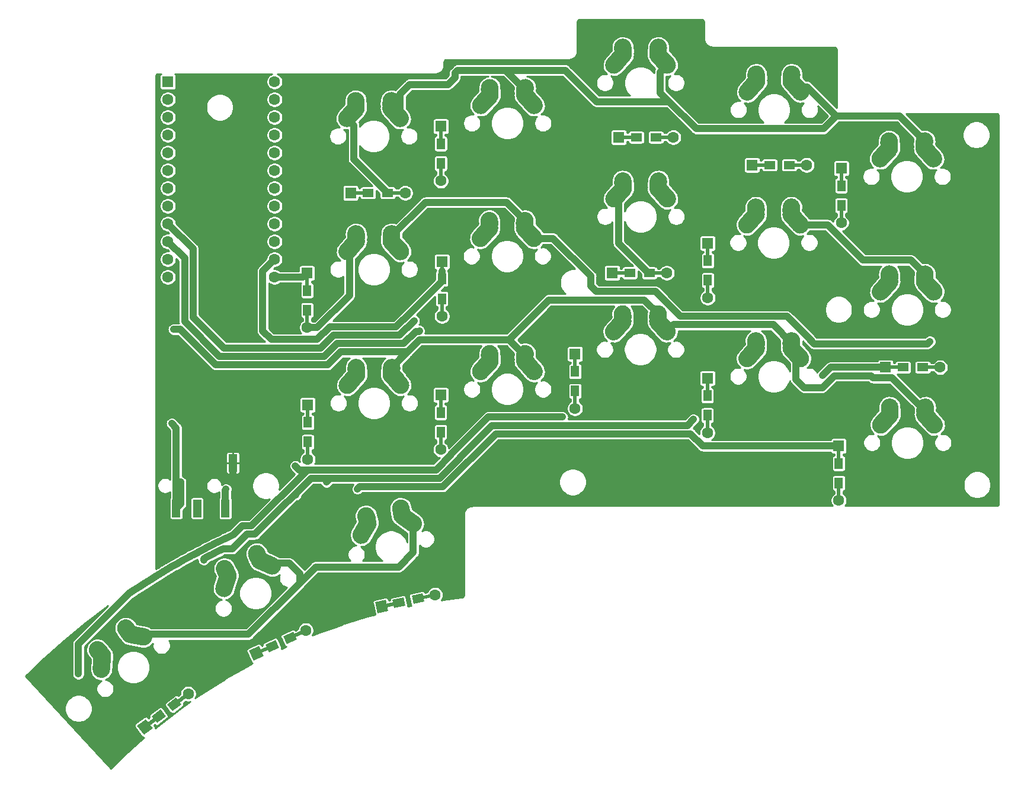
<source format=gbr>
%TF.GenerationSoftware,KiCad,Pcbnew,(5.1.7)-1*%
%TF.CreationDate,2021-04-14T19:57:44+05:30*%
%TF.ProjectId,Pteron56v0,50746572-6f6e-4353-9676-302e6b696361,rev?*%
%TF.SameCoordinates,Original*%
%TF.FileFunction,Copper,L2,Bot*%
%TF.FilePolarity,Positive*%
%FSLAX46Y46*%
G04 Gerber Fmt 4.6, Leading zero omitted, Abs format (unit mm)*
G04 Created by KiCad (PCBNEW (5.1.7)-1) date 2021-04-14 19:57:44*
%MOMM*%
%LPD*%
G01*
G04 APERTURE LIST*
%TA.AperFunction,ComponentPad*%
%ADD10C,1.600000*%
%TD*%
%TA.AperFunction,ComponentPad*%
%ADD11R,1.600000X1.600000*%
%TD*%
%TA.AperFunction,SMDPad,CuDef*%
%ADD12R,2.900000X0.500000*%
%TD*%
%TA.AperFunction,SMDPad,CuDef*%
%ADD13R,1.600000X1.200000*%
%TD*%
%TA.AperFunction,SMDPad,CuDef*%
%ADD14R,0.500000X2.900000*%
%TD*%
%TA.AperFunction,SMDPad,CuDef*%
%ADD15R,1.200000X1.600000*%
%TD*%
%TA.AperFunction,SMDPad,CuDef*%
%ADD16C,0.100000*%
%TD*%
%TA.AperFunction,ComponentPad*%
%ADD17C,0.100000*%
%TD*%
%TA.AperFunction,ComponentPad*%
%ADD18C,2.000000*%
%TD*%
%TA.AperFunction,SMDPad,CuDef*%
%ADD19R,1.200000X2.500000*%
%TD*%
%TA.AperFunction,ViaPad*%
%ADD20C,0.800000*%
%TD*%
%TA.AperFunction,Conductor*%
%ADD21C,1.000000*%
%TD*%
%TA.AperFunction,Conductor*%
%ADD22C,0.254000*%
%TD*%
%TA.AperFunction,Conductor*%
%ADD23C,0.100000*%
%TD*%
G04 APERTURE END LIST*
D10*
%TO.P,U1,24*%
%TO.N,N/C*%
X107264200Y-45224700D03*
%TO.P,U1,23*%
X107264200Y-47764700D03*
%TO.P,U1,22*%
X107264200Y-50304700D03*
%TO.P,U1,21*%
X107264200Y-52844700D03*
%TO.P,U1,20*%
X107264200Y-55384700D03*
%TO.P,U1,19*%
X107264200Y-57924700D03*
%TO.P,U1,18*%
X107264200Y-60464700D03*
%TO.P,U1,17*%
%TO.N,/Col1*%
X107264200Y-63004700D03*
%TO.P,U1,16*%
%TO.N,/Col2*%
X107264200Y-65544700D03*
%TO.P,U1,15*%
%TO.N,/Col3*%
X107264200Y-68084700D03*
%TO.P,U1,14*%
%TO.N,/Col4*%
X107264200Y-70624700D03*
%TO.P,U1,13*%
%TO.N,/Col5*%
X107264200Y-73164700D03*
%TO.P,U1,12*%
%TO.N,/Row4*%
X92024200Y-73164700D03*
%TO.P,U1,11*%
%TO.N,/Row3*%
X92024200Y-70624700D03*
%TO.P,U1,10*%
%TO.N,/Row1*%
X92024200Y-68084700D03*
%TO.P,U1,9*%
%TO.N,/Row2*%
X92024200Y-65544700D03*
%TO.P,U1,8*%
%TO.N,N/C*%
X92024200Y-63004700D03*
%TO.P,U1,7*%
X92024200Y-60464700D03*
%TO.P,U1,6*%
X92024200Y-57924700D03*
%TO.P,U1,5*%
%TO.N,/Serial*%
X92024200Y-55384700D03*
%TO.P,U1,4*%
%TO.N,N/C*%
X92024200Y-52844700D03*
%TO.P,U1,3*%
X92024200Y-50304700D03*
%TO.P,U1,2*%
X92024200Y-47764700D03*
D11*
%TO.P,U1,1*%
X92024200Y-45224700D03*
%TD*%
%TO.P,D8,1*%
%TO.N,/Col1*%
X194550200Y-86080600D03*
D10*
%TO.P,D8,2*%
%TO.N,Net-(D8-Pad2)*%
X202350200Y-86080600D03*
D12*
%TO.P,D8,1*%
%TO.N,/Col1*%
X195950200Y-86080600D03*
D13*
X197050200Y-86080600D03*
%TO.P,D8,2*%
%TO.N,Net-(D8-Pad2)*%
X199850200Y-86080600D03*
D12*
X200950200Y-86080600D03*
%TD*%
D11*
%TO.P,D28,1*%
%TO.N,/Col5*%
X111995245Y-91446640D03*
D10*
%TO.P,D28,2*%
%TO.N,Net-(D28-Pad2)*%
X111995245Y-99246640D03*
D14*
%TO.P,D28,1*%
%TO.N,/Col5*%
X111995245Y-92846640D03*
D15*
X111995245Y-93946640D03*
%TO.P,D28,2*%
%TO.N,Net-(D28-Pad2)*%
X111995245Y-96746640D03*
D14*
X111995245Y-97846640D03*
%TD*%
D11*
%TO.P,D27,1*%
%TO.N,/Col5*%
X111903079Y-72592861D03*
D10*
%TO.P,D27,2*%
%TO.N,Net-(D27-Pad2)*%
X111903079Y-80392861D03*
D14*
%TO.P,D27,1*%
%TO.N,/Col5*%
X111903079Y-73992861D03*
D15*
X111903079Y-75092861D03*
%TO.P,D27,2*%
%TO.N,Net-(D27-Pad2)*%
X111903079Y-77892861D03*
D14*
X111903079Y-78992861D03*
%TD*%
D11*
%TO.P,D26,1*%
%TO.N,/Col5*%
X118121600Y-61137800D03*
D10*
%TO.P,D26,2*%
%TO.N,Net-(D26-Pad2)*%
X125921600Y-61137800D03*
D12*
%TO.P,D26,1*%
%TO.N,/Col5*%
X119521600Y-61137800D03*
D13*
X120621600Y-61137800D03*
%TO.P,D26,2*%
%TO.N,Net-(D26-Pad2)*%
X123421600Y-61137800D03*
D12*
X124521600Y-61137800D03*
%TD*%
D11*
%TO.P,D24,1*%
%TO.N,/Col4*%
X131007609Y-90038162D03*
D10*
%TO.P,D24,2*%
%TO.N,Net-(D24-Pad2)*%
X131007609Y-97838162D03*
D14*
%TO.P,D24,1*%
%TO.N,/Col4*%
X131007609Y-91438162D03*
D15*
X131007609Y-92538162D03*
%TO.P,D24,2*%
%TO.N,Net-(D24-Pad2)*%
X131007609Y-95338162D03*
D14*
X131007609Y-96438162D03*
%TD*%
D11*
%TO.P,D23,1*%
%TO.N,/Col4*%
X131169349Y-70961240D03*
D10*
%TO.P,D23,2*%
%TO.N,Net-(D23-Pad2)*%
X131169349Y-78761240D03*
D14*
%TO.P,D23,1*%
%TO.N,/Col4*%
X131169349Y-72361240D03*
D15*
X131169349Y-73461240D03*
%TO.P,D23,2*%
%TO.N,Net-(D23-Pad2)*%
X131169349Y-76261240D03*
D14*
X131169349Y-77361240D03*
%TD*%
D11*
%TO.P,D22,1*%
%TO.N,/Col4*%
X131017392Y-51606155D03*
D10*
%TO.P,D22,2*%
%TO.N,Net-(D22-Pad2)*%
X131017392Y-59406155D03*
D14*
%TO.P,D22,1*%
%TO.N,/Col4*%
X131017392Y-53006155D03*
D15*
X131017392Y-54106155D03*
%TO.P,D22,2*%
%TO.N,Net-(D22-Pad2)*%
X131017392Y-56906155D03*
D14*
X131017392Y-58006155D03*
%TD*%
%TA.AperFunction,SMDPad,CuDef*%
D16*
%TO.P,D20,1*%
%TO.N,/Col3*%
G36*
X90843409Y-135568862D02*
G01*
X91147790Y-135965538D01*
X88847065Y-137730946D01*
X88542684Y-137334270D01*
X90843409Y-135568862D01*
G37*
%TD.AperFunction*%
%TA.AperFunction,SMDPad,CuDef*%
%TO.P,D20,2*%
%TO.N,Net-(D20-Pad2)*%
G36*
X94810175Y-132525054D02*
G01*
X95114556Y-132921730D01*
X92813831Y-134687138D01*
X92509450Y-134290462D01*
X94810175Y-132525054D01*
G37*
%TD.AperFunction*%
%TA.AperFunction,ComponentPad*%
D17*
%TO.P,D20,1*%
%TO.N,/Col3*%
G36*
X88882216Y-136380478D02*
G01*
X89856234Y-137649844D01*
X88586868Y-138623862D01*
X87612850Y-137354496D01*
X88882216Y-136380478D01*
G37*
%TD.AperFunction*%
D10*
%TO.P,D20,2*%
%TO.N,Net-(D20-Pad2)*%
X94922698Y-132753830D03*
%TA.AperFunction,SMDPad,CuDef*%
D16*
G36*
X93208741Y-133312713D02*
G01*
X93939255Y-134264737D01*
X92669889Y-135238755D01*
X91939375Y-134286731D01*
X93208741Y-133312713D01*
G37*
%TD.AperFunction*%
%TA.AperFunction,SMDPad,CuDef*%
%TO.P,D20,1*%
%TO.N,/Col3*%
G36*
X90987351Y-135017245D02*
G01*
X91717865Y-135969269D01*
X90448499Y-136943287D01*
X89717985Y-135991263D01*
X90987351Y-135017245D01*
G37*
%TD.AperFunction*%
%TD*%
D11*
%TO.P,D19,1*%
%TO.N,/Col3*%
X150192403Y-84165988D03*
D10*
%TO.P,D19,2*%
%TO.N,Net-(D19-Pad2)*%
X150192403Y-91965988D03*
D14*
%TO.P,D19,1*%
%TO.N,/Col3*%
X150192403Y-85565988D03*
D15*
X150192403Y-86665988D03*
%TO.P,D19,2*%
%TO.N,Net-(D19-Pad2)*%
X150192403Y-89465988D03*
D14*
X150192403Y-90565988D03*
%TD*%
D11*
%TO.P,D18,1*%
%TO.N,/Col3*%
X155497700Y-72580500D03*
D10*
%TO.P,D18,2*%
%TO.N,Net-(D18-Pad2)*%
X163297700Y-72580500D03*
D12*
%TO.P,D18,1*%
%TO.N,/Col3*%
X156897700Y-72580500D03*
D13*
X157997700Y-72580500D03*
%TO.P,D18,2*%
%TO.N,Net-(D18-Pad2)*%
X160797700Y-72580500D03*
D12*
X161897700Y-72580500D03*
%TD*%
D11*
%TO.P,D17,1*%
%TO.N,/Col3*%
X156437500Y-53181250D03*
D10*
%TO.P,D17,2*%
%TO.N,Net-(D17-Pad2)*%
X164237500Y-53181250D03*
D12*
%TO.P,D17,1*%
%TO.N,/Col3*%
X157837500Y-53181250D03*
D13*
X158937500Y-53181250D03*
%TO.P,D17,2*%
%TO.N,Net-(D17-Pad2)*%
X161737500Y-53181250D03*
D12*
X162837500Y-53181250D03*
%TD*%
%TA.AperFunction,SMDPad,CuDef*%
D16*
%TO.P,D15,1*%
%TO.N,/Col2*%
G36*
X107128943Y-125566173D02*
G01*
X107340252Y-126019326D01*
X104711959Y-127244919D01*
X104500650Y-126791766D01*
X107128943Y-125566173D01*
G37*
%TD.AperFunction*%
%TA.AperFunction,SMDPad,CuDef*%
%TO.P,D15,2*%
%TO.N,Net-(D15-Pad2)*%
G36*
X111660481Y-123453081D02*
G01*
X111871790Y-123906234D01*
X109243497Y-125131827D01*
X109032188Y-124678674D01*
X111660481Y-123453081D01*
G37*
%TD.AperFunction*%
%TA.AperFunction,ComponentPad*%
D17*
%TO.P,D15,1*%
%TO.N,/Col2*%
G36*
X105038572Y-125934070D02*
G01*
X105714761Y-127384163D01*
X104264668Y-128060352D01*
X103588479Y-126610259D01*
X105038572Y-125934070D01*
G37*
%TD.AperFunction*%
D10*
%TO.P,D15,2*%
%TO.N,Net-(D15-Pad2)*%
X111720820Y-123700789D03*
%TA.AperFunction,SMDPad,CuDef*%
D16*
G36*
X109926526Y-123875455D02*
G01*
X110433668Y-124963024D01*
X108983576Y-125639213D01*
X108476434Y-124551644D01*
X109926526Y-123875455D01*
G37*
%TD.AperFunction*%
%TA.AperFunction,SMDPad,CuDef*%
%TO.P,D15,1*%
%TO.N,/Col2*%
G36*
X107388864Y-125058787D02*
G01*
X107896006Y-126146356D01*
X106445914Y-126822545D01*
X105938772Y-125734976D01*
X107388864Y-125058787D01*
G37*
%TD.AperFunction*%
%TD*%
D11*
%TO.P,D14,1*%
%TO.N,/Col2*%
X169116409Y-87631959D03*
D10*
%TO.P,D14,2*%
%TO.N,Net-(D14-Pad2)*%
X169116409Y-95431959D03*
D14*
%TO.P,D14,1*%
%TO.N,/Col2*%
X169116409Y-89031959D03*
D15*
X169116409Y-90131959D03*
%TO.P,D14,2*%
%TO.N,Net-(D14-Pad2)*%
X169116409Y-92931959D03*
D14*
X169116409Y-94031959D03*
%TD*%
D11*
%TO.P,D13,1*%
%TO.N,/Col2*%
X169145564Y-68325398D03*
D10*
%TO.P,D13,2*%
%TO.N,Net-(D13-Pad2)*%
X169145564Y-76125398D03*
D14*
%TO.P,D13,1*%
%TO.N,/Col2*%
X169145564Y-69725398D03*
D15*
X169145564Y-70825398D03*
%TO.P,D13,2*%
%TO.N,Net-(D13-Pad2)*%
X169145564Y-73625398D03*
D14*
X169145564Y-74725398D03*
%TD*%
D11*
%TO.P,D12,1*%
%TO.N,/Col2*%
X175487500Y-57150000D03*
D10*
%TO.P,D12,2*%
%TO.N,Net-(D12-Pad2)*%
X183287500Y-57150000D03*
D12*
%TO.P,D12,1*%
%TO.N,/Col2*%
X176887500Y-57150000D03*
D13*
X177987500Y-57150000D03*
%TO.P,D12,2*%
%TO.N,Net-(D12-Pad2)*%
X180787500Y-57150000D03*
D12*
X181887500Y-57150000D03*
%TD*%
%TA.AperFunction,SMDPad,CuDef*%
D16*
%TO.P,D10,1*%
%TO.N,/Col1*%
G36*
X125303559Y-119436848D02*
G01*
X125411779Y-119924996D01*
X122580521Y-120552670D01*
X122472301Y-120064522D01*
X125303559Y-119436848D01*
G37*
%TD.AperFunction*%
%TA.AperFunction,SMDPad,CuDef*%
%TO.P,D10,2*%
%TO.N,Net-(D10-Pad2)*%
G36*
X130185039Y-118354650D02*
G01*
X130293259Y-118842798D01*
X127462001Y-119470472D01*
X127353781Y-118982324D01*
X130185039Y-118354650D01*
G37*
%TD.AperFunction*%
%TA.AperFunction,ComponentPad*%
D17*
%TO.P,D10,1*%
%TO.N,/Col1*%
G36*
X123183111Y-119343586D02*
G01*
X123529414Y-120905659D01*
X121967341Y-121251962D01*
X121621038Y-119689889D01*
X123183111Y-119343586D01*
G37*
%TD.AperFunction*%
D10*
%TO.P,D10,2*%
%TO.N,Net-(D10-Pad2)*%
X130190334Y-118609546D03*
%TA.AperFunction,SMDPad,CuDef*%
D16*
G36*
X128400767Y-118391716D02*
G01*
X128660495Y-119563271D01*
X127098421Y-119909574D01*
X126838693Y-118738019D01*
X128400767Y-118391716D01*
G37*
%TD.AperFunction*%
%TA.AperFunction,SMDPad,CuDef*%
%TO.P,D10,1*%
%TO.N,/Col1*%
G36*
X125667139Y-118997746D02*
G01*
X125926867Y-120169301D01*
X124364793Y-120515604D01*
X124105065Y-119344049D01*
X125667139Y-118997746D01*
G37*
%TD.AperFunction*%
%TD*%
D11*
%TO.P,D9,1*%
%TO.N,/Col1*%
X187873952Y-97316766D03*
D10*
%TO.P,D9,2*%
%TO.N,Net-(D9-Pad2)*%
X187873952Y-105116766D03*
D14*
%TO.P,D9,1*%
%TO.N,/Col1*%
X187873952Y-98716766D03*
D15*
X187873952Y-99816766D03*
%TO.P,D9,2*%
%TO.N,Net-(D9-Pad2)*%
X187873952Y-102616766D03*
D14*
X187873952Y-103716766D03*
%TD*%
D11*
%TO.P,D7,1*%
%TO.N,/Col1*%
X188223421Y-57616973D03*
D10*
%TO.P,D7,2*%
%TO.N,Net-(D7-Pad2)*%
X188223421Y-65416973D03*
D14*
%TO.P,D7,1*%
%TO.N,/Col1*%
X188223421Y-59016973D03*
D15*
X188223421Y-60116973D03*
%TO.P,D7,2*%
%TO.N,Net-(D7-Pad2)*%
X188223421Y-62916973D03*
D14*
X188223421Y-64016973D03*
%TD*%
%TO.P,SW17,1*%
%TO.N,/Row1*%
%TA.AperFunction,SMDPad,CuDef*%
G36*
G01*
X160798570Y-40801591D02*
X160838485Y-40222788D01*
G75*
G02*
X162171522Y-39061749I1247038J-85999D01*
G01*
X162171522Y-39061749D01*
G75*
G02*
X163332561Y-40394786I-85999J-1247038D01*
G01*
X163292563Y-40974786D01*
G75*
G02*
X161959526Y-42135825I-1247038J85999D01*
G01*
X161959526Y-42135825D01*
G75*
G02*
X160798487Y-40802788I85999J1247038D01*
G01*
G37*
%TD.AperFunction*%
D18*
%TO.P,SW17,2*%
%TO.N,Net-(D17-Pad2)*%
X157005524Y-40308787D03*
X157045524Y-40888787D03*
%TA.AperFunction,SMDPad,CuDef*%
G36*
G01*
X155798568Y-40975983D02*
X155758487Y-40394786D01*
G75*
G02*
X156919526Y-39061749I1247038J85999D01*
G01*
X156919526Y-39061749D01*
G75*
G02*
X158252563Y-40222788I85999J-1247038D01*
G01*
X158292561Y-40802788D01*
G75*
G02*
X157131522Y-42135825I-1247038J-85999D01*
G01*
X157131522Y-42135825D01*
G75*
G02*
X155798485Y-40974786I-85999J1247038D01*
G01*
G37*
%TD.AperFunction*%
%TO.P,SW17,1*%
%TO.N,/Row1*%
X163355524Y-42848787D03*
X162045524Y-41388787D03*
%TO.P,SW17,2*%
%TO.N,Net-(D17-Pad2)*%
%TA.AperFunction,SMDPad,CuDef*%
G36*
G01*
X157975908Y-42223574D02*
X156665918Y-43683582D01*
G75*
G02*
X154900738Y-43779180I-930389J834791D01*
G01*
X154900738Y-43779180D01*
G75*
G02*
X154805140Y-42014000I834791J930389D01*
G01*
X156115130Y-40553992D01*
G75*
G02*
X157880310Y-40458394I930389J-834791D01*
G01*
X157880310Y-40458394D01*
G75*
G02*
X157975908Y-42223574I-834791J-930389D01*
G01*
G37*
%TD.AperFunction*%
%TO.P,SW17,1*%
%TO.N,/Row1*%
%TA.AperFunction,SMDPad,CuDef*%
G36*
G01*
X162975918Y-40553992D02*
X164285908Y-42014000D01*
G75*
G02*
X164190310Y-43779180I-930389J-834791D01*
G01*
X164190310Y-43779180D01*
G75*
G02*
X162425130Y-43683582I-834791J930389D01*
G01*
X161115140Y-42223574D01*
G75*
G02*
X161210738Y-40458394I930389J834791D01*
G01*
X161210738Y-40458394D01*
G75*
G02*
X162975918Y-40553992I834791J-930389D01*
G01*
G37*
%TD.AperFunction*%
%TO.P,SW17,2*%
%TO.N,Net-(D17-Pad2)*%
X155735524Y-42848787D03*
X157045524Y-41388787D03*
%TO.P,SW17,1*%
%TO.N,/Row1*%
X162085524Y-40308787D03*
X162045524Y-40888787D03*
%TD*%
D19*
%TO.P,J2,R2*%
%TO.N,/Serial*%
X93218000Y-106247000D03*
%TO.P,J2,R1*%
%TO.N,N/C*%
X96218000Y-106247000D03*
%TO.P,J2,T*%
%TO.N,VCC*%
X100218000Y-106247000D03*
%TO.P,J2,S*%
%TO.N,GND*%
X101318000Y-99747000D03*
%TD*%
%TO.P,SW28,1*%
%TO.N,/Row3*%
%TA.AperFunction,SMDPad,CuDef*%
G36*
G01*
X122710300Y-86597839D02*
X122750215Y-86019036D01*
G75*
G02*
X124083252Y-84857997I1247038J-85999D01*
G01*
X124083252Y-84857997D01*
G75*
G02*
X125244291Y-86191034I-85999J-1247038D01*
G01*
X125204293Y-86771034D01*
G75*
G02*
X123871256Y-87932073I-1247038J85999D01*
G01*
X123871256Y-87932073D01*
G75*
G02*
X122710217Y-86599036I85999J1247038D01*
G01*
G37*
%TD.AperFunction*%
D18*
%TO.P,SW28,2*%
%TO.N,Net-(D28-Pad2)*%
X118917254Y-86105035D03*
X118957254Y-86685035D03*
%TA.AperFunction,SMDPad,CuDef*%
G36*
G01*
X117710298Y-86772231D02*
X117670217Y-86191034D01*
G75*
G02*
X118831256Y-84857997I1247038J85999D01*
G01*
X118831256Y-84857997D01*
G75*
G02*
X120164293Y-86019036I85999J-1247038D01*
G01*
X120204291Y-86599036D01*
G75*
G02*
X119043252Y-87932073I-1247038J-85999D01*
G01*
X119043252Y-87932073D01*
G75*
G02*
X117710215Y-86771034I-85999J1247038D01*
G01*
G37*
%TD.AperFunction*%
%TO.P,SW28,1*%
%TO.N,/Row3*%
X125267254Y-88645035D03*
X123957254Y-87185035D03*
%TO.P,SW28,2*%
%TO.N,Net-(D28-Pad2)*%
%TA.AperFunction,SMDPad,CuDef*%
G36*
G01*
X119887638Y-88019822D02*
X118577648Y-89479830D01*
G75*
G02*
X116812468Y-89575428I-930389J834791D01*
G01*
X116812468Y-89575428D01*
G75*
G02*
X116716870Y-87810248I834791J930389D01*
G01*
X118026860Y-86350240D01*
G75*
G02*
X119792040Y-86254642I930389J-834791D01*
G01*
X119792040Y-86254642D01*
G75*
G02*
X119887638Y-88019822I-834791J-930389D01*
G01*
G37*
%TD.AperFunction*%
%TO.P,SW28,1*%
%TO.N,/Row3*%
%TA.AperFunction,SMDPad,CuDef*%
G36*
G01*
X124887648Y-86350240D02*
X126197638Y-87810248D01*
G75*
G02*
X126102040Y-89575428I-930389J-834791D01*
G01*
X126102040Y-89575428D01*
G75*
G02*
X124336860Y-89479830I-834791J930389D01*
G01*
X123026870Y-88019822D01*
G75*
G02*
X123122468Y-86254642I930389J834791D01*
G01*
X123122468Y-86254642D01*
G75*
G02*
X124887648Y-86350240I834791J-930389D01*
G01*
G37*
%TD.AperFunction*%
%TO.P,SW28,2*%
%TO.N,Net-(D28-Pad2)*%
X117647254Y-88645035D03*
X118957254Y-87185035D03*
%TO.P,SW28,1*%
%TO.N,/Row3*%
X123997254Y-86105035D03*
X123957254Y-86685035D03*
%TD*%
%TO.P,SW27,1*%
%TO.N,/Row2*%
%TA.AperFunction,SMDPad,CuDef*%
G36*
G01*
X122690921Y-67472389D02*
X122730836Y-66893586D01*
G75*
G02*
X124063873Y-65732547I1247038J-85999D01*
G01*
X124063873Y-65732547D01*
G75*
G02*
X125224912Y-67065584I-85999J-1247038D01*
G01*
X125184914Y-67645584D01*
G75*
G02*
X123851877Y-68806623I-1247038J85999D01*
G01*
X123851877Y-68806623D01*
G75*
G02*
X122690838Y-67473586I85999J1247038D01*
G01*
G37*
%TD.AperFunction*%
%TO.P,SW27,2*%
%TO.N,Net-(D27-Pad2)*%
X118897875Y-66979585D03*
X118937875Y-67559585D03*
%TA.AperFunction,SMDPad,CuDef*%
G36*
G01*
X117690919Y-67646781D02*
X117650838Y-67065584D01*
G75*
G02*
X118811877Y-65732547I1247038J85999D01*
G01*
X118811877Y-65732547D01*
G75*
G02*
X120144914Y-66893586I85999J-1247038D01*
G01*
X120184912Y-67473586D01*
G75*
G02*
X119023873Y-68806623I-1247038J-85999D01*
G01*
X119023873Y-68806623D01*
G75*
G02*
X117690836Y-67645584I-85999J1247038D01*
G01*
G37*
%TD.AperFunction*%
%TO.P,SW27,1*%
%TO.N,/Row2*%
X125247875Y-69519585D03*
X123937875Y-68059585D03*
%TO.P,SW27,2*%
%TO.N,Net-(D27-Pad2)*%
%TA.AperFunction,SMDPad,CuDef*%
G36*
G01*
X119868259Y-68894372D02*
X118558269Y-70354380D01*
G75*
G02*
X116793089Y-70449978I-930389J834791D01*
G01*
X116793089Y-70449978D01*
G75*
G02*
X116697491Y-68684798I834791J930389D01*
G01*
X118007481Y-67224790D01*
G75*
G02*
X119772661Y-67129192I930389J-834791D01*
G01*
X119772661Y-67129192D01*
G75*
G02*
X119868259Y-68894372I-834791J-930389D01*
G01*
G37*
%TD.AperFunction*%
%TO.P,SW27,1*%
%TO.N,/Row2*%
%TA.AperFunction,SMDPad,CuDef*%
G36*
G01*
X124868269Y-67224790D02*
X126178259Y-68684798D01*
G75*
G02*
X126082661Y-70449978I-930389J-834791D01*
G01*
X126082661Y-70449978D01*
G75*
G02*
X124317481Y-70354380I-834791J930389D01*
G01*
X123007491Y-68894372D01*
G75*
G02*
X123103089Y-67129192I930389J834791D01*
G01*
X123103089Y-67129192D01*
G75*
G02*
X124868269Y-67224790I834791J-930389D01*
G01*
G37*
%TD.AperFunction*%
%TO.P,SW27,2*%
%TO.N,Net-(D27-Pad2)*%
X117627875Y-69519585D03*
X118937875Y-68059585D03*
%TO.P,SW27,1*%
%TO.N,/Row2*%
X123977875Y-66979585D03*
X123937875Y-67559585D03*
%TD*%
%TO.P,SW26,1*%
%TO.N,/Row1*%
%TA.AperFunction,SMDPad,CuDef*%
G36*
G01*
X122647278Y-48437494D02*
X122687193Y-47858691D01*
G75*
G02*
X124020230Y-46697652I1247038J-85999D01*
G01*
X124020230Y-46697652D01*
G75*
G02*
X125181269Y-48030689I-85999J-1247038D01*
G01*
X125141271Y-48610689D01*
G75*
G02*
X123808234Y-49771728I-1247038J85999D01*
G01*
X123808234Y-49771728D01*
G75*
G02*
X122647195Y-48438691I85999J1247038D01*
G01*
G37*
%TD.AperFunction*%
%TO.P,SW26,2*%
%TO.N,Net-(D26-Pad2)*%
X118854232Y-47944690D03*
X118894232Y-48524690D03*
%TA.AperFunction,SMDPad,CuDef*%
G36*
G01*
X117647276Y-48611886D02*
X117607195Y-48030689D01*
G75*
G02*
X118768234Y-46697652I1247038J85999D01*
G01*
X118768234Y-46697652D01*
G75*
G02*
X120101271Y-47858691I85999J-1247038D01*
G01*
X120141269Y-48438691D01*
G75*
G02*
X118980230Y-49771728I-1247038J-85999D01*
G01*
X118980230Y-49771728D01*
G75*
G02*
X117647193Y-48610689I-85999J1247038D01*
G01*
G37*
%TD.AperFunction*%
%TO.P,SW26,1*%
%TO.N,/Row1*%
X125204232Y-50484690D03*
X123894232Y-49024690D03*
%TO.P,SW26,2*%
%TO.N,Net-(D26-Pad2)*%
%TA.AperFunction,SMDPad,CuDef*%
G36*
G01*
X119824616Y-49859477D02*
X118514626Y-51319485D01*
G75*
G02*
X116749446Y-51415083I-930389J834791D01*
G01*
X116749446Y-51415083D01*
G75*
G02*
X116653848Y-49649903I834791J930389D01*
G01*
X117963838Y-48189895D01*
G75*
G02*
X119729018Y-48094297I930389J-834791D01*
G01*
X119729018Y-48094297D01*
G75*
G02*
X119824616Y-49859477I-834791J-930389D01*
G01*
G37*
%TD.AperFunction*%
%TO.P,SW26,1*%
%TO.N,/Row1*%
%TA.AperFunction,SMDPad,CuDef*%
G36*
G01*
X124824626Y-48189895D02*
X126134616Y-49649903D01*
G75*
G02*
X126039018Y-51415083I-930389J-834791D01*
G01*
X126039018Y-51415083D01*
G75*
G02*
X124273838Y-51319485I-834791J930389D01*
G01*
X122963848Y-49859477D01*
G75*
G02*
X123059446Y-48094297I930389J834791D01*
G01*
X123059446Y-48094297D01*
G75*
G02*
X124824626Y-48189895I834791J-930389D01*
G01*
G37*
%TD.AperFunction*%
%TO.P,SW26,2*%
%TO.N,Net-(D26-Pad2)*%
X117584232Y-50484690D03*
X118894232Y-49024690D03*
%TO.P,SW26,1*%
%TO.N,/Row1*%
X123934232Y-47944690D03*
X123894232Y-48524690D03*
%TD*%
%TO.P,SW24,1*%
%TO.N,/Row3*%
%TA.AperFunction,SMDPad,CuDef*%
G36*
G01*
X141777705Y-84621764D02*
X141817620Y-84042961D01*
G75*
G02*
X143150657Y-82881922I1247038J-85999D01*
G01*
X143150657Y-82881922D01*
G75*
G02*
X144311696Y-84214959I-85999J-1247038D01*
G01*
X144271698Y-84794959D01*
G75*
G02*
X142938661Y-85955998I-1247038J85999D01*
G01*
X142938661Y-85955998D01*
G75*
G02*
X141777622Y-84622961I85999J1247038D01*
G01*
G37*
%TD.AperFunction*%
%TO.P,SW24,2*%
%TO.N,Net-(D24-Pad2)*%
X137984659Y-84128960D03*
X138024659Y-84708960D03*
%TA.AperFunction,SMDPad,CuDef*%
G36*
G01*
X136777703Y-84796156D02*
X136737622Y-84214959D01*
G75*
G02*
X137898661Y-82881922I1247038J85999D01*
G01*
X137898661Y-82881922D01*
G75*
G02*
X139231698Y-84042961I85999J-1247038D01*
G01*
X139271696Y-84622961D01*
G75*
G02*
X138110657Y-85955998I-1247038J-85999D01*
G01*
X138110657Y-85955998D01*
G75*
G02*
X136777620Y-84794959I-85999J1247038D01*
G01*
G37*
%TD.AperFunction*%
%TO.P,SW24,1*%
%TO.N,/Row3*%
X144334659Y-86668960D03*
X143024659Y-85208960D03*
%TO.P,SW24,2*%
%TO.N,Net-(D24-Pad2)*%
%TA.AperFunction,SMDPad,CuDef*%
G36*
G01*
X138955043Y-86043747D02*
X137645053Y-87503755D01*
G75*
G02*
X135879873Y-87599353I-930389J834791D01*
G01*
X135879873Y-87599353D01*
G75*
G02*
X135784275Y-85834173I834791J930389D01*
G01*
X137094265Y-84374165D01*
G75*
G02*
X138859445Y-84278567I930389J-834791D01*
G01*
X138859445Y-84278567D01*
G75*
G02*
X138955043Y-86043747I-834791J-930389D01*
G01*
G37*
%TD.AperFunction*%
%TO.P,SW24,1*%
%TO.N,/Row3*%
%TA.AperFunction,SMDPad,CuDef*%
G36*
G01*
X143955053Y-84374165D02*
X145265043Y-85834173D01*
G75*
G02*
X145169445Y-87599353I-930389J-834791D01*
G01*
X145169445Y-87599353D01*
G75*
G02*
X143404265Y-87503755I-834791J930389D01*
G01*
X142094275Y-86043747D01*
G75*
G02*
X142189873Y-84278567I930389J834791D01*
G01*
X142189873Y-84278567D01*
G75*
G02*
X143955053Y-84374165I834791J-930389D01*
G01*
G37*
%TD.AperFunction*%
%TO.P,SW24,2*%
%TO.N,Net-(D24-Pad2)*%
X136714659Y-86668960D03*
X138024659Y-85208960D03*
%TO.P,SW24,1*%
%TO.N,/Row3*%
X143064659Y-84128960D03*
X143024659Y-84708960D03*
%TD*%
%TO.P,SW23,1*%
%TO.N,/Row2*%
%TA.AperFunction,SMDPad,CuDef*%
G36*
G01*
X141734061Y-65586868D02*
X141773976Y-65008065D01*
G75*
G02*
X143107013Y-63847026I1247038J-85999D01*
G01*
X143107013Y-63847026D01*
G75*
G02*
X144268052Y-65180063I-85999J-1247038D01*
G01*
X144228054Y-65760063D01*
G75*
G02*
X142895017Y-66921102I-1247038J85999D01*
G01*
X142895017Y-66921102D01*
G75*
G02*
X141733978Y-65588065I85999J1247038D01*
G01*
G37*
%TD.AperFunction*%
%TO.P,SW23,2*%
%TO.N,Net-(D23-Pad2)*%
X137941015Y-65094064D03*
X137981015Y-65674064D03*
%TA.AperFunction,SMDPad,CuDef*%
G36*
G01*
X136734059Y-65761260D02*
X136693978Y-65180063D01*
G75*
G02*
X137855017Y-63847026I1247038J85999D01*
G01*
X137855017Y-63847026D01*
G75*
G02*
X139188054Y-65008065I85999J-1247038D01*
G01*
X139228052Y-65588065D01*
G75*
G02*
X138067013Y-66921102I-1247038J-85999D01*
G01*
X138067013Y-66921102D01*
G75*
G02*
X136733976Y-65760063I-85999J1247038D01*
G01*
G37*
%TD.AperFunction*%
%TO.P,SW23,1*%
%TO.N,/Row2*%
X144291015Y-67634064D03*
X142981015Y-66174064D03*
%TO.P,SW23,2*%
%TO.N,Net-(D23-Pad2)*%
%TA.AperFunction,SMDPad,CuDef*%
G36*
G01*
X138911399Y-67008851D02*
X137601409Y-68468859D01*
G75*
G02*
X135836229Y-68564457I-930389J834791D01*
G01*
X135836229Y-68564457D01*
G75*
G02*
X135740631Y-66799277I834791J930389D01*
G01*
X137050621Y-65339269D01*
G75*
G02*
X138815801Y-65243671I930389J-834791D01*
G01*
X138815801Y-65243671D01*
G75*
G02*
X138911399Y-67008851I-834791J-930389D01*
G01*
G37*
%TD.AperFunction*%
%TO.P,SW23,1*%
%TO.N,/Row2*%
%TA.AperFunction,SMDPad,CuDef*%
G36*
G01*
X143911409Y-65339269D02*
X145221399Y-66799277D01*
G75*
G02*
X145125801Y-68564457I-930389J-834791D01*
G01*
X145125801Y-68564457D01*
G75*
G02*
X143360621Y-68468859I-834791J930389D01*
G01*
X142050631Y-67008851D01*
G75*
G02*
X142146229Y-65243671I930389J834791D01*
G01*
X142146229Y-65243671D01*
G75*
G02*
X143911409Y-65339269I834791J-930389D01*
G01*
G37*
%TD.AperFunction*%
%TO.P,SW23,2*%
%TO.N,Net-(D23-Pad2)*%
X136671015Y-67634064D03*
X137981015Y-66174064D03*
%TO.P,SW23,1*%
%TO.N,/Row2*%
X143021015Y-65094064D03*
X142981015Y-65674064D03*
%TD*%
%TO.P,SW22,1*%
%TO.N,/Row1*%
%TA.AperFunction,SMDPad,CuDef*%
G36*
G01*
X141780972Y-46576242D02*
X141820887Y-45997439D01*
G75*
G02*
X143153924Y-44836400I1247038J-85999D01*
G01*
X143153924Y-44836400D01*
G75*
G02*
X144314963Y-46169437I-85999J-1247038D01*
G01*
X144274965Y-46749437D01*
G75*
G02*
X142941928Y-47910476I-1247038J85999D01*
G01*
X142941928Y-47910476D01*
G75*
G02*
X141780889Y-46577439I85999J1247038D01*
G01*
G37*
%TD.AperFunction*%
%TO.P,SW22,2*%
%TO.N,Net-(D22-Pad2)*%
X137987926Y-46083438D03*
X138027926Y-46663438D03*
%TA.AperFunction,SMDPad,CuDef*%
G36*
G01*
X136780970Y-46750634D02*
X136740889Y-46169437D01*
G75*
G02*
X137901928Y-44836400I1247038J85999D01*
G01*
X137901928Y-44836400D01*
G75*
G02*
X139234965Y-45997439I85999J-1247038D01*
G01*
X139274963Y-46577439D01*
G75*
G02*
X138113924Y-47910476I-1247038J-85999D01*
G01*
X138113924Y-47910476D01*
G75*
G02*
X136780887Y-46749437I-85999J1247038D01*
G01*
G37*
%TD.AperFunction*%
%TO.P,SW22,1*%
%TO.N,/Row1*%
X144337926Y-48623438D03*
X143027926Y-47163438D03*
%TO.P,SW22,2*%
%TO.N,Net-(D22-Pad2)*%
%TA.AperFunction,SMDPad,CuDef*%
G36*
G01*
X138958310Y-47998225D02*
X137648320Y-49458233D01*
G75*
G02*
X135883140Y-49553831I-930389J834791D01*
G01*
X135883140Y-49553831D01*
G75*
G02*
X135787542Y-47788651I834791J930389D01*
G01*
X137097532Y-46328643D01*
G75*
G02*
X138862712Y-46233045I930389J-834791D01*
G01*
X138862712Y-46233045D01*
G75*
G02*
X138958310Y-47998225I-834791J-930389D01*
G01*
G37*
%TD.AperFunction*%
%TO.P,SW22,1*%
%TO.N,/Row1*%
%TA.AperFunction,SMDPad,CuDef*%
G36*
G01*
X143958320Y-46328643D02*
X145268310Y-47788651D01*
G75*
G02*
X145172712Y-49553831I-930389J-834791D01*
G01*
X145172712Y-49553831D01*
G75*
G02*
X143407532Y-49458233I-834791J930389D01*
G01*
X142097542Y-47998225D01*
G75*
G02*
X142193140Y-46233045I930389J834791D01*
G01*
X142193140Y-46233045D01*
G75*
G02*
X143958320Y-46328643I834791J-930389D01*
G01*
G37*
%TD.AperFunction*%
%TO.P,SW22,2*%
%TO.N,Net-(D22-Pad2)*%
X136717926Y-48623438D03*
X138027926Y-47163438D03*
%TO.P,SW22,1*%
%TO.N,/Row1*%
X143067926Y-46083438D03*
X143027926Y-46663438D03*
%TD*%
%TO.P,SW20,1*%
%TO.N,/Row4*%
%TA.AperFunction,SMDPad,CuDef*%
G36*
G01*
X85277261Y-124547594D02*
X84955368Y-124062283D01*
G75*
G02*
X85306141Y-122329666I1041695J690922D01*
G01*
X85306141Y-122329666D01*
G75*
G02*
X87038758Y-122680439I690922J-1041695D01*
G01*
X87360108Y-123164933D01*
G75*
G02*
X87009335Y-124897550I-1041695J-690922D01*
G01*
X87009335Y-124897550D01*
G75*
G02*
X85276718Y-124546777I-690922J1041695D01*
G01*
G37*
%TD.AperFunction*%
%TO.P,SW20,2*%
%TO.N,Net-(D20-Pad2)*%
X81966829Y-126463868D03*
X82351645Y-126899663D03*
%TA.AperFunction,SMDPad,CuDef*%
G36*
G01*
X81415449Y-127727938D02*
X81029841Y-127291243D01*
G75*
G02*
X81139454Y-125526878I936989J827376D01*
G01*
X81139454Y-125526878D01*
G75*
G02*
X82903819Y-125636491I827376J-936989D01*
G01*
X83288633Y-126072287D01*
G75*
G02*
X83179020Y-127836652I-936989J-827376D01*
G01*
X83179020Y-127836652D01*
G75*
G02*
X81414655Y-127727039I-827376J936989D01*
G01*
G37*
%TD.AperFunction*%
%TO.P,SW20,1*%
%TO.N,/Row4*%
X88550877Y-124613350D03*
X86622793Y-124252532D03*
%TO.P,SW20,2*%
%TO.N,Net-(D20-Pad2)*%
%TA.AperFunction,SMDPad,CuDef*%
G36*
G01*
X83902335Y-127392238D02*
X83751847Y-129348012D01*
G75*
G02*
X82409632Y-130498429I-1246316J95899D01*
G01*
X82409632Y-130498429D01*
G75*
G02*
X81259215Y-129156214I95899J1246316D01*
G01*
X81409703Y-127200440D01*
G75*
G02*
X82751918Y-126050023I1246316J-95899D01*
G01*
X82751918Y-126050023D01*
G75*
G02*
X83902335Y-127392238I-95899J-1246316D01*
G01*
G37*
%TD.AperFunction*%
%TO.P,SW20,1*%
%TO.N,/Row4*%
%TA.AperFunction,SMDPad,CuDef*%
G36*
G01*
X86852733Y-123023857D02*
X88780815Y-123384687D01*
G75*
G02*
X89779545Y-124843295I-229939J-1228669D01*
G01*
X89779545Y-124843295D01*
G75*
G02*
X88320937Y-125842025I-1228669J229939D01*
G01*
X86392855Y-125481195D01*
G75*
G02*
X85394125Y-124022587I229939J1228669D01*
G01*
X85394125Y-124022587D01*
G75*
G02*
X86852733Y-123023857I1228669J-229939D01*
G01*
G37*
%TD.AperFunction*%
%TO.P,SW20,2*%
%TO.N,Net-(D20-Pad2)*%
X82505525Y-129252113D03*
X82656026Y-127296339D03*
%TO.P,SW20,1*%
%TO.N,/Row4*%
X85997064Y-123371360D03*
X86318412Y-123855855D03*
%TD*%
%TO.P,SW19,1*%
%TO.N,/Row3*%
%TA.AperFunction,SMDPad,CuDef*%
G36*
G01*
X160771037Y-78937669D02*
X160810952Y-78358866D01*
G75*
G02*
X162143989Y-77197827I1247038J-85999D01*
G01*
X162143989Y-77197827D01*
G75*
G02*
X163305028Y-78530864I-85999J-1247038D01*
G01*
X163265030Y-79110864D01*
G75*
G02*
X161931993Y-80271903I-1247038J85999D01*
G01*
X161931993Y-80271903D01*
G75*
G02*
X160770954Y-78938866I85999J1247038D01*
G01*
G37*
%TD.AperFunction*%
%TO.P,SW19,2*%
%TO.N,Net-(D19-Pad2)*%
X156977991Y-78444865D03*
X157017991Y-79024865D03*
%TA.AperFunction,SMDPad,CuDef*%
G36*
G01*
X155771035Y-79112061D02*
X155730954Y-78530864D01*
G75*
G02*
X156891993Y-77197827I1247038J85999D01*
G01*
X156891993Y-77197827D01*
G75*
G02*
X158225030Y-78358866I85999J-1247038D01*
G01*
X158265028Y-78938866D01*
G75*
G02*
X157103989Y-80271903I-1247038J-85999D01*
G01*
X157103989Y-80271903D01*
G75*
G02*
X155770952Y-79110864I-85999J1247038D01*
G01*
G37*
%TD.AperFunction*%
%TO.P,SW19,1*%
%TO.N,/Row3*%
X163327991Y-80984865D03*
X162017991Y-79524865D03*
%TO.P,SW19,2*%
%TO.N,Net-(D19-Pad2)*%
%TA.AperFunction,SMDPad,CuDef*%
G36*
G01*
X157948375Y-80359652D02*
X156638385Y-81819660D01*
G75*
G02*
X154873205Y-81915258I-930389J834791D01*
G01*
X154873205Y-81915258D01*
G75*
G02*
X154777607Y-80150078I834791J930389D01*
G01*
X156087597Y-78690070D01*
G75*
G02*
X157852777Y-78594472I930389J-834791D01*
G01*
X157852777Y-78594472D01*
G75*
G02*
X157948375Y-80359652I-834791J-930389D01*
G01*
G37*
%TD.AperFunction*%
%TO.P,SW19,1*%
%TO.N,/Row3*%
%TA.AperFunction,SMDPad,CuDef*%
G36*
G01*
X162948385Y-78690070D02*
X164258375Y-80150078D01*
G75*
G02*
X164162777Y-81915258I-930389J-834791D01*
G01*
X164162777Y-81915258D01*
G75*
G02*
X162397597Y-81819660I-834791J930389D01*
G01*
X161087607Y-80359652D01*
G75*
G02*
X161183205Y-78594472I930389J834791D01*
G01*
X161183205Y-78594472D01*
G75*
G02*
X162948385Y-78690070I834791J-930389D01*
G01*
G37*
%TD.AperFunction*%
%TO.P,SW19,2*%
%TO.N,Net-(D19-Pad2)*%
X155707991Y-80984865D03*
X157017991Y-79524865D03*
%TO.P,SW19,1*%
%TO.N,/Row3*%
X162057991Y-78444865D03*
X162017991Y-79024865D03*
%TD*%
%TO.P,SW18,1*%
%TO.N,/Row2*%
%TA.AperFunction,SMDPad,CuDef*%
G36*
G01*
X160817954Y-59927041D02*
X160857869Y-59348238D01*
G75*
G02*
X162190906Y-58187199I1247038J-85999D01*
G01*
X162190906Y-58187199D01*
G75*
G02*
X163351945Y-59520236I-85999J-1247038D01*
G01*
X163311947Y-60100236D01*
G75*
G02*
X161978910Y-61261275I-1247038J85999D01*
G01*
X161978910Y-61261275D01*
G75*
G02*
X160817871Y-59928238I85999J1247038D01*
G01*
G37*
%TD.AperFunction*%
%TO.P,SW18,2*%
%TO.N,Net-(D18-Pad2)*%
X157024908Y-59434237D03*
X157064908Y-60014237D03*
%TA.AperFunction,SMDPad,CuDef*%
G36*
G01*
X155817952Y-60101433D02*
X155777871Y-59520236D01*
G75*
G02*
X156938910Y-58187199I1247038J85999D01*
G01*
X156938910Y-58187199D01*
G75*
G02*
X158271947Y-59348238I85999J-1247038D01*
G01*
X158311945Y-59928238D01*
G75*
G02*
X157150906Y-61261275I-1247038J-85999D01*
G01*
X157150906Y-61261275D01*
G75*
G02*
X155817869Y-60100236I-85999J1247038D01*
G01*
G37*
%TD.AperFunction*%
%TO.P,SW18,1*%
%TO.N,/Row2*%
X163374908Y-61974237D03*
X162064908Y-60514237D03*
%TO.P,SW18,2*%
%TO.N,Net-(D18-Pad2)*%
%TA.AperFunction,SMDPad,CuDef*%
G36*
G01*
X157995292Y-61349024D02*
X156685302Y-62809032D01*
G75*
G02*
X154920122Y-62904630I-930389J834791D01*
G01*
X154920122Y-62904630D01*
G75*
G02*
X154824524Y-61139450I834791J930389D01*
G01*
X156134514Y-59679442D01*
G75*
G02*
X157899694Y-59583844I930389J-834791D01*
G01*
X157899694Y-59583844D01*
G75*
G02*
X157995292Y-61349024I-834791J-930389D01*
G01*
G37*
%TD.AperFunction*%
%TO.P,SW18,1*%
%TO.N,/Row2*%
%TA.AperFunction,SMDPad,CuDef*%
G36*
G01*
X162995302Y-59679442D02*
X164305292Y-61139450D01*
G75*
G02*
X164209694Y-62904630I-930389J-834791D01*
G01*
X164209694Y-62904630D01*
G75*
G02*
X162444514Y-62809032I-834791J930389D01*
G01*
X161134524Y-61349024D01*
G75*
G02*
X161230122Y-59583844I930389J834791D01*
G01*
X161230122Y-59583844D01*
G75*
G02*
X162995302Y-59679442I834791J-930389D01*
G01*
G37*
%TD.AperFunction*%
%TO.P,SW18,2*%
%TO.N,Net-(D18-Pad2)*%
X155754908Y-61974237D03*
X157064908Y-60514237D03*
%TO.P,SW18,1*%
%TO.N,/Row2*%
X162104908Y-59434237D03*
X162064908Y-60014237D03*
%TD*%
%TO.P,SW15,1*%
%TO.N,/Row4*%
%TA.AperFunction,SMDPad,CuDef*%
G36*
G01*
X103755637Y-113709595D02*
X103546416Y-113166117D01*
G75*
G02*
X104263881Y-111550492I1166545J449080D01*
G01*
X104263881Y-111550492D01*
G75*
G02*
X105879506Y-112267957I449080J-1166545D01*
G01*
X106088374Y-112810519D01*
G75*
G02*
X105370909Y-114426144I-1166545J-449080D01*
G01*
X105370909Y-114426144D01*
G75*
G02*
X103755284Y-113708679I-449080J1166545D01*
G01*
G37*
%TD.AperFunction*%
%TO.P,SW15,2*%
%TO.N,Net-(D15-Pad2)*%
X100108918Y-114863937D03*
X100390289Y-115372691D03*
%TA.AperFunction,SMDPad,CuDef*%
G36*
G01*
X99297014Y-115978703D02*
X99015063Y-115468899D01*
G75*
G02*
X99503957Y-113770081I1093856J604962D01*
G01*
X99503957Y-113770081D01*
G75*
G02*
X101202775Y-114258975I604962J-1093856D01*
G01*
X101484145Y-114767729D01*
G75*
G02*
X100995251Y-116466547I-1093856J-604962D01*
G01*
X100995251Y-116466547D01*
G75*
G02*
X99296433Y-115977653I-604962J1093856D01*
G01*
G37*
%TD.AperFunction*%
%TO.P,SW15,1*%
%TO.N,/Row4*%
X106937423Y-114482333D03*
X105133137Y-113712753D03*
%TO.P,SW15,2*%
%TO.N,Net-(D15-Pad2)*%
%TA.AperFunction,SMDPad,CuDef*%
G36*
G01*
X101797609Y-116189220D02*
X101227381Y-118066064D01*
G75*
G02*
X99667986Y-118898703I-1196017J363378D01*
G01*
X99667986Y-118898703D01*
G75*
G02*
X98835347Y-117339308I363378J1196017D01*
G01*
X99405575Y-115462464D01*
G75*
G02*
X100964970Y-114629825I1196017J-363378D01*
G01*
X100964970Y-114629825D01*
G75*
G02*
X101797609Y-116189220I-363378J-1196017D01*
G01*
G37*
%TD.AperFunction*%
%TO.P,SW15,1*%
%TO.N,/Row4*%
%TA.AperFunction,SMDPad,CuDef*%
G36*
G01*
X105623560Y-112562970D02*
X107427842Y-113332562D01*
G75*
G02*
X108087198Y-114972760I-490421J-1149777D01*
G01*
X108087198Y-114972760D01*
G75*
G02*
X106447000Y-115632116I-1149777J490421D01*
G01*
X104642718Y-114862524D01*
G75*
G02*
X103983362Y-113222326I490421J1149777D01*
G01*
X103983362Y-113222326D01*
G75*
G02*
X105623560Y-112562970I1149777J-490421D01*
G01*
G37*
%TD.AperFunction*%
%TO.P,SW15,2*%
%TO.N,Net-(D15-Pad2)*%
X100031358Y-117702684D03*
X100601598Y-115825845D03*
%TO.P,SW15,1*%
%TO.N,/Row4*%
X104712962Y-112717036D03*
X104921828Y-113259599D03*
%TD*%
%TO.P,SW14,1*%
%TO.N,/Row3*%
%TA.AperFunction,SMDPad,CuDef*%
G36*
G01*
X179831470Y-82783152D02*
X179871385Y-82204349D01*
G75*
G02*
X181204422Y-81043310I1247038J-85999D01*
G01*
X181204422Y-81043310D01*
G75*
G02*
X182365461Y-82376347I-85999J-1247038D01*
G01*
X182325463Y-82956347D01*
G75*
G02*
X180992426Y-84117386I-1247038J85999D01*
G01*
X180992426Y-84117386D01*
G75*
G02*
X179831387Y-82784349I85999J1247038D01*
G01*
G37*
%TD.AperFunction*%
%TO.P,SW14,2*%
%TO.N,Net-(D14-Pad2)*%
X176038424Y-82290348D03*
X176078424Y-82870348D03*
%TA.AperFunction,SMDPad,CuDef*%
G36*
G01*
X174831468Y-82957544D02*
X174791387Y-82376347D01*
G75*
G02*
X175952426Y-81043310I1247038J85999D01*
G01*
X175952426Y-81043310D01*
G75*
G02*
X177285463Y-82204349I85999J-1247038D01*
G01*
X177325461Y-82784349D01*
G75*
G02*
X176164422Y-84117386I-1247038J-85999D01*
G01*
X176164422Y-84117386D01*
G75*
G02*
X174831385Y-82956347I-85999J1247038D01*
G01*
G37*
%TD.AperFunction*%
%TO.P,SW14,1*%
%TO.N,/Row3*%
X182388424Y-84830348D03*
X181078424Y-83370348D03*
%TO.P,SW14,2*%
%TO.N,Net-(D14-Pad2)*%
%TA.AperFunction,SMDPad,CuDef*%
G36*
G01*
X177008808Y-84205135D02*
X175698818Y-85665143D01*
G75*
G02*
X173933638Y-85760741I-930389J834791D01*
G01*
X173933638Y-85760741D01*
G75*
G02*
X173838040Y-83995561I834791J930389D01*
G01*
X175148030Y-82535553D01*
G75*
G02*
X176913210Y-82439955I930389J-834791D01*
G01*
X176913210Y-82439955D01*
G75*
G02*
X177008808Y-84205135I-834791J-930389D01*
G01*
G37*
%TD.AperFunction*%
%TO.P,SW14,1*%
%TO.N,/Row3*%
%TA.AperFunction,SMDPad,CuDef*%
G36*
G01*
X182008818Y-82535553D02*
X183318808Y-83995561D01*
G75*
G02*
X183223210Y-85760741I-930389J-834791D01*
G01*
X183223210Y-85760741D01*
G75*
G02*
X181458030Y-85665143I-834791J930389D01*
G01*
X180148040Y-84205135D01*
G75*
G02*
X180243638Y-82439955I930389J834791D01*
G01*
X180243638Y-82439955D01*
G75*
G02*
X182008818Y-82535553I834791J-930389D01*
G01*
G37*
%TD.AperFunction*%
%TO.P,SW14,2*%
%TO.N,Net-(D14-Pad2)*%
X174768424Y-84830348D03*
X176078424Y-83370348D03*
%TO.P,SW14,1*%
%TO.N,/Row3*%
X181118424Y-82290348D03*
X181078424Y-82870348D03*
%TD*%
%TO.P,SW13,1*%
%TO.N,/Row2*%
%TA.AperFunction,SMDPad,CuDef*%
G36*
G01*
X179812096Y-63657706D02*
X179852011Y-63078903D01*
G75*
G02*
X181185048Y-61917864I1247038J-85999D01*
G01*
X181185048Y-61917864D01*
G75*
G02*
X182346087Y-63250901I-85999J-1247038D01*
G01*
X182306089Y-63830901D01*
G75*
G02*
X180973052Y-64991940I-1247038J85999D01*
G01*
X180973052Y-64991940D01*
G75*
G02*
X179812013Y-63658903I85999J1247038D01*
G01*
G37*
%TD.AperFunction*%
%TO.P,SW13,2*%
%TO.N,Net-(D13-Pad2)*%
X176019050Y-63164902D03*
X176059050Y-63744902D03*
%TA.AperFunction,SMDPad,CuDef*%
G36*
G01*
X174812094Y-63832098D02*
X174772013Y-63250901D01*
G75*
G02*
X175933052Y-61917864I1247038J85999D01*
G01*
X175933052Y-61917864D01*
G75*
G02*
X177266089Y-63078903I85999J-1247038D01*
G01*
X177306087Y-63658903D01*
G75*
G02*
X176145048Y-64991940I-1247038J-85999D01*
G01*
X176145048Y-64991940D01*
G75*
G02*
X174812011Y-63830901I-85999J1247038D01*
G01*
G37*
%TD.AperFunction*%
%TO.P,SW13,1*%
%TO.N,/Row2*%
X182369050Y-65704902D03*
X181059050Y-64244902D03*
%TO.P,SW13,2*%
%TO.N,Net-(D13-Pad2)*%
%TA.AperFunction,SMDPad,CuDef*%
G36*
G01*
X176989434Y-65079689D02*
X175679444Y-66539697D01*
G75*
G02*
X173914264Y-66635295I-930389J834791D01*
G01*
X173914264Y-66635295D01*
G75*
G02*
X173818666Y-64870115I834791J930389D01*
G01*
X175128656Y-63410107D01*
G75*
G02*
X176893836Y-63314509I930389J-834791D01*
G01*
X176893836Y-63314509D01*
G75*
G02*
X176989434Y-65079689I-834791J-930389D01*
G01*
G37*
%TD.AperFunction*%
%TO.P,SW13,1*%
%TO.N,/Row2*%
%TA.AperFunction,SMDPad,CuDef*%
G36*
G01*
X181989444Y-63410107D02*
X183299434Y-64870115D01*
G75*
G02*
X183203836Y-66635295I-930389J-834791D01*
G01*
X183203836Y-66635295D01*
G75*
G02*
X181438656Y-66539697I-834791J930389D01*
G01*
X180128666Y-65079689D01*
G75*
G02*
X180224264Y-63314509I930389J834791D01*
G01*
X180224264Y-63314509D01*
G75*
G02*
X181989444Y-63410107I834791J-930389D01*
G01*
G37*
%TD.AperFunction*%
%TO.P,SW13,2*%
%TO.N,Net-(D13-Pad2)*%
X174749050Y-65704902D03*
X176059050Y-64244902D03*
%TO.P,SW13,1*%
%TO.N,/Row2*%
X181099050Y-63164902D03*
X181059050Y-63744902D03*
%TD*%
%TO.P,SW12,1*%
%TO.N,/Row1*%
%TA.AperFunction,SMDPad,CuDef*%
G36*
G01*
X179859006Y-44647079D02*
X179898921Y-44068276D01*
G75*
G02*
X181231958Y-42907237I1247038J-85999D01*
G01*
X181231958Y-42907237D01*
G75*
G02*
X182392997Y-44240274I-85999J-1247038D01*
G01*
X182352999Y-44820274D01*
G75*
G02*
X181019962Y-45981313I-1247038J85999D01*
G01*
X181019962Y-45981313D01*
G75*
G02*
X179858923Y-44648276I85999J1247038D01*
G01*
G37*
%TD.AperFunction*%
%TO.P,SW12,2*%
%TO.N,Net-(D12-Pad2)*%
X176065960Y-44154275D03*
X176105960Y-44734275D03*
%TA.AperFunction,SMDPad,CuDef*%
G36*
G01*
X174859004Y-44821471D02*
X174818923Y-44240274D01*
G75*
G02*
X175979962Y-42907237I1247038J85999D01*
G01*
X175979962Y-42907237D01*
G75*
G02*
X177312999Y-44068276I85999J-1247038D01*
G01*
X177352997Y-44648276D01*
G75*
G02*
X176191958Y-45981313I-1247038J-85999D01*
G01*
X176191958Y-45981313D01*
G75*
G02*
X174858921Y-44820274I-85999J1247038D01*
G01*
G37*
%TD.AperFunction*%
%TO.P,SW12,1*%
%TO.N,/Row1*%
X182415960Y-46694275D03*
X181105960Y-45234275D03*
%TO.P,SW12,2*%
%TO.N,Net-(D12-Pad2)*%
%TA.AperFunction,SMDPad,CuDef*%
G36*
G01*
X177036344Y-46069062D02*
X175726354Y-47529070D01*
G75*
G02*
X173961174Y-47624668I-930389J834791D01*
G01*
X173961174Y-47624668D01*
G75*
G02*
X173865576Y-45859488I834791J930389D01*
G01*
X175175566Y-44399480D01*
G75*
G02*
X176940746Y-44303882I930389J-834791D01*
G01*
X176940746Y-44303882D01*
G75*
G02*
X177036344Y-46069062I-834791J-930389D01*
G01*
G37*
%TD.AperFunction*%
%TO.P,SW12,1*%
%TO.N,/Row1*%
%TA.AperFunction,SMDPad,CuDef*%
G36*
G01*
X182036354Y-44399480D02*
X183346344Y-45859488D01*
G75*
G02*
X183250746Y-47624668I-930389J-834791D01*
G01*
X183250746Y-47624668D01*
G75*
G02*
X181485566Y-47529070I-834791J930389D01*
G01*
X180175576Y-46069062D01*
G75*
G02*
X180271174Y-44303882I930389J834791D01*
G01*
X180271174Y-44303882D01*
G75*
G02*
X182036354Y-44399480I834791J-930389D01*
G01*
G37*
%TD.AperFunction*%
%TO.P,SW12,2*%
%TO.N,Net-(D12-Pad2)*%
X174795960Y-46694275D03*
X176105960Y-45234275D03*
%TO.P,SW12,1*%
%TO.N,/Row1*%
X181145960Y-44154275D03*
X181105960Y-44734275D03*
%TD*%
%TO.P,SW10,1*%
%TO.N,/Row4*%
%TA.AperFunction,SMDPad,CuDef*%
G36*
G01*
X124139447Y-106991079D02*
X124052814Y-106415198D01*
G75*
G02*
X125102958Y-104993158I1236092J185948D01*
G01*
X125102958Y-104993158D01*
G75*
G02*
X126524998Y-106043302I185948J-1236092D01*
G01*
X126611484Y-106618212D01*
G75*
G02*
X125561340Y-108040252I-1236092J-185948D01*
G01*
X125561340Y-108040252D01*
G75*
G02*
X124139300Y-106990108I-185948J1236092D01*
G01*
G37*
%TD.AperFunction*%
%TO.P,SW10,2*%
%TO.N,Net-(D10-Pad2)*%
X120329324Y-107328764D03*
X120493911Y-107886358D03*
%TA.AperFunction,SMDPad,CuDef*%
G36*
G01*
X119295385Y-108241377D02*
X119130459Y-107682633D01*
G75*
G02*
X119975455Y-106129899I1198865J353869D01*
G01*
X119975455Y-106129899D01*
G75*
G02*
X121528189Y-106974895I353869J-1198865D01*
G01*
X121692775Y-107532489D01*
G75*
G02*
X120847779Y-109085223I-1198865J-353869D01*
G01*
X120847779Y-109085223D01*
G75*
G02*
X119295045Y-108240227I-353869J1198865D01*
G01*
G37*
%TD.AperFunction*%
%TO.P,SW10,1*%
%TO.N,/Row4*%
X127078560Y-108434164D03*
X125483611Y-107292308D03*
%TO.P,SW10,2*%
%TO.N,Net-(D10-Pad2)*%
%TA.AperFunction,SMDPad,CuDef*%
G36*
G01*
X121691143Y-108988133D02*
X120728207Y-110697067D01*
G75*
G02*
X119025560Y-111172454I-1089017J613630D01*
G01*
X119025560Y-111172454D01*
G75*
G02*
X118550173Y-109469807I613630J1089017D01*
G01*
X119513109Y-107760873D01*
G75*
G02*
X121215756Y-107285486I1089017J-613630D01*
G01*
X121215756Y-107285486D01*
G75*
G02*
X121691143Y-108988133I-613630J-1089017D01*
G01*
G37*
%TD.AperFunction*%
%TO.P,SW10,1*%
%TO.N,/Row4*%
%TA.AperFunction,SMDPad,CuDef*%
G36*
G01*
X126211268Y-106275927D02*
X127806210Y-107417793D01*
G75*
G02*
X128094932Y-109161823I-727654J-1016376D01*
G01*
X128094932Y-109161823D01*
G75*
G02*
X126350902Y-109450545I-1016376J727654D01*
G01*
X124755960Y-108308679D01*
G75*
G02*
X124467238Y-106564649I727654J1016376D01*
G01*
X124467238Y-106564649D01*
G75*
G02*
X126211268Y-106275927I1016376J-727654D01*
G01*
G37*
%TD.AperFunction*%
%TO.P,SW10,2*%
%TO.N,Net-(D10-Pad2)*%
X119639185Y-110083434D03*
X120602131Y-108374506D03*
%TO.P,SW10,1*%
%TO.N,/Row4*%
X125288908Y-106229251D03*
X125375391Y-106804160D03*
%TD*%
%TO.P,SW9,1*%
%TO.N,/Row3*%
%TA.AperFunction,SMDPad,CuDef*%
G36*
G01*
X198933469Y-92269095D02*
X198973384Y-91690292D01*
G75*
G02*
X200306421Y-90529253I1247038J-85999D01*
G01*
X200306421Y-90529253D01*
G75*
G02*
X201467460Y-91862290I-85999J-1247038D01*
G01*
X201427462Y-92442290D01*
G75*
G02*
X200094425Y-93603329I-1247038J85999D01*
G01*
X200094425Y-93603329D01*
G75*
G02*
X198933386Y-92270292I85999J1247038D01*
G01*
G37*
%TD.AperFunction*%
%TO.P,SW9,2*%
%TO.N,Net-(D9-Pad2)*%
X195140423Y-91776291D03*
X195180423Y-92356291D03*
%TA.AperFunction,SMDPad,CuDef*%
G36*
G01*
X193933467Y-92443487D02*
X193893386Y-91862290D01*
G75*
G02*
X195054425Y-90529253I1247038J85999D01*
G01*
X195054425Y-90529253D01*
G75*
G02*
X196387462Y-91690292I85999J-1247038D01*
G01*
X196427460Y-92270292D01*
G75*
G02*
X195266421Y-93603329I-1247038J-85999D01*
G01*
X195266421Y-93603329D01*
G75*
G02*
X193933384Y-92442290I-85999J1247038D01*
G01*
G37*
%TD.AperFunction*%
%TO.P,SW9,1*%
%TO.N,/Row3*%
X201490423Y-94316291D03*
X200180423Y-92856291D03*
%TO.P,SW9,2*%
%TO.N,Net-(D9-Pad2)*%
%TA.AperFunction,SMDPad,CuDef*%
G36*
G01*
X196110807Y-93691078D02*
X194800817Y-95151086D01*
G75*
G02*
X193035637Y-95246684I-930389J834791D01*
G01*
X193035637Y-95246684D01*
G75*
G02*
X192940039Y-93481504I834791J930389D01*
G01*
X194250029Y-92021496D01*
G75*
G02*
X196015209Y-91925898I930389J-834791D01*
G01*
X196015209Y-91925898D01*
G75*
G02*
X196110807Y-93691078I-834791J-930389D01*
G01*
G37*
%TD.AperFunction*%
%TO.P,SW9,1*%
%TO.N,/Row3*%
%TA.AperFunction,SMDPad,CuDef*%
G36*
G01*
X201110817Y-92021496D02*
X202420807Y-93481504D01*
G75*
G02*
X202325209Y-95246684I-930389J-834791D01*
G01*
X202325209Y-95246684D01*
G75*
G02*
X200560029Y-95151086I-834791J930389D01*
G01*
X199250039Y-93691078D01*
G75*
G02*
X199345637Y-91925898I930389J834791D01*
G01*
X199345637Y-91925898D01*
G75*
G02*
X201110817Y-92021496I834791J-930389D01*
G01*
G37*
%TD.AperFunction*%
%TO.P,SW9,2*%
%TO.N,Net-(D9-Pad2)*%
X193870423Y-94316291D03*
X195180423Y-92856291D03*
%TO.P,SW9,1*%
%TO.N,/Row3*%
X200220423Y-91776291D03*
X200180423Y-92356291D03*
%TD*%
%TO.P,SW8,1*%
%TO.N,/Row2*%
%TA.AperFunction,SMDPad,CuDef*%
G36*
G01*
X198889827Y-73234195D02*
X198929742Y-72655392D01*
G75*
G02*
X200262779Y-71494353I1247038J-85999D01*
G01*
X200262779Y-71494353D01*
G75*
G02*
X201423818Y-72827390I-85999J-1247038D01*
G01*
X201383820Y-73407390D01*
G75*
G02*
X200050783Y-74568429I-1247038J85999D01*
G01*
X200050783Y-74568429D01*
G75*
G02*
X198889744Y-73235392I85999J1247038D01*
G01*
G37*
%TD.AperFunction*%
%TO.P,SW8,2*%
%TO.N,Net-(D8-Pad2)*%
X195096781Y-72741391D03*
X195136781Y-73321391D03*
%TA.AperFunction,SMDPad,CuDef*%
G36*
G01*
X193889825Y-73408587D02*
X193849744Y-72827390D01*
G75*
G02*
X195010783Y-71494353I1247038J85999D01*
G01*
X195010783Y-71494353D01*
G75*
G02*
X196343820Y-72655392I85999J-1247038D01*
G01*
X196383818Y-73235392D01*
G75*
G02*
X195222779Y-74568429I-1247038J-85999D01*
G01*
X195222779Y-74568429D01*
G75*
G02*
X193889742Y-73407390I-85999J1247038D01*
G01*
G37*
%TD.AperFunction*%
%TO.P,SW8,1*%
%TO.N,/Row2*%
X201446781Y-75281391D03*
X200136781Y-73821391D03*
%TO.P,SW8,2*%
%TO.N,Net-(D8-Pad2)*%
%TA.AperFunction,SMDPad,CuDef*%
G36*
G01*
X196067165Y-74656178D02*
X194757175Y-76116186D01*
G75*
G02*
X192991995Y-76211784I-930389J834791D01*
G01*
X192991995Y-76211784D01*
G75*
G02*
X192896397Y-74446604I834791J930389D01*
G01*
X194206387Y-72986596D01*
G75*
G02*
X195971567Y-72890998I930389J-834791D01*
G01*
X195971567Y-72890998D01*
G75*
G02*
X196067165Y-74656178I-834791J-930389D01*
G01*
G37*
%TD.AperFunction*%
%TO.P,SW8,1*%
%TO.N,/Row2*%
%TA.AperFunction,SMDPad,CuDef*%
G36*
G01*
X201067175Y-72986596D02*
X202377165Y-74446604D01*
G75*
G02*
X202281567Y-76211784I-930389J-834791D01*
G01*
X202281567Y-76211784D01*
G75*
G02*
X200516387Y-76116186I-834791J930389D01*
G01*
X199206397Y-74656178D01*
G75*
G02*
X199301995Y-72890998I930389J834791D01*
G01*
X199301995Y-72890998D01*
G75*
G02*
X201067175Y-72986596I834791J-930389D01*
G01*
G37*
%TD.AperFunction*%
%TO.P,SW8,2*%
%TO.N,Net-(D8-Pad2)*%
X193826781Y-75281391D03*
X195136781Y-73821391D03*
%TO.P,SW8,1*%
%TO.N,/Row2*%
X200176781Y-72741391D03*
X200136781Y-73321391D03*
%TD*%
%TO.P,SW7,1*%
%TO.N,/Row1*%
%TA.AperFunction,SMDPad,CuDef*%
G36*
G01*
X198846179Y-54199294D02*
X198886094Y-53620491D01*
G75*
G02*
X200219131Y-52459452I1247038J-85999D01*
G01*
X200219131Y-52459452D01*
G75*
G02*
X201380170Y-53792489I-85999J-1247038D01*
G01*
X201340172Y-54372489D01*
G75*
G02*
X200007135Y-55533528I-1247038J85999D01*
G01*
X200007135Y-55533528D01*
G75*
G02*
X198846096Y-54200491I85999J1247038D01*
G01*
G37*
%TD.AperFunction*%
%TO.P,SW7,2*%
%TO.N,Net-(D7-Pad2)*%
X195053133Y-53706490D03*
X195093133Y-54286490D03*
%TA.AperFunction,SMDPad,CuDef*%
G36*
G01*
X193846177Y-54373686D02*
X193806096Y-53792489D01*
G75*
G02*
X194967135Y-52459452I1247038J85999D01*
G01*
X194967135Y-52459452D01*
G75*
G02*
X196300172Y-53620491I85999J-1247038D01*
G01*
X196340170Y-54200491D01*
G75*
G02*
X195179131Y-55533528I-1247038J-85999D01*
G01*
X195179131Y-55533528D01*
G75*
G02*
X193846094Y-54372489I-85999J1247038D01*
G01*
G37*
%TD.AperFunction*%
%TO.P,SW7,1*%
%TO.N,/Row1*%
X201403133Y-56246490D03*
X200093133Y-54786490D03*
%TO.P,SW7,2*%
%TO.N,Net-(D7-Pad2)*%
%TA.AperFunction,SMDPad,CuDef*%
G36*
G01*
X196023517Y-55621277D02*
X194713527Y-57081285D01*
G75*
G02*
X192948347Y-57176883I-930389J834791D01*
G01*
X192948347Y-57176883D01*
G75*
G02*
X192852749Y-55411703I834791J930389D01*
G01*
X194162739Y-53951695D01*
G75*
G02*
X195927919Y-53856097I930389J-834791D01*
G01*
X195927919Y-53856097D01*
G75*
G02*
X196023517Y-55621277I-834791J-930389D01*
G01*
G37*
%TD.AperFunction*%
%TO.P,SW7,1*%
%TO.N,/Row1*%
%TA.AperFunction,SMDPad,CuDef*%
G36*
G01*
X201023527Y-53951695D02*
X202333517Y-55411703D01*
G75*
G02*
X202237919Y-57176883I-930389J-834791D01*
G01*
X202237919Y-57176883D01*
G75*
G02*
X200472739Y-57081285I-834791J930389D01*
G01*
X199162749Y-55621277D01*
G75*
G02*
X199258347Y-53856097I930389J834791D01*
G01*
X199258347Y-53856097D01*
G75*
G02*
X201023527Y-53951695I834791J-930389D01*
G01*
G37*
%TD.AperFunction*%
%TO.P,SW7,2*%
%TO.N,Net-(D7-Pad2)*%
X193783133Y-56246490D03*
X195093133Y-54786490D03*
%TO.P,SW7,1*%
%TO.N,/Row1*%
X200133133Y-53706490D03*
X200093133Y-54286490D03*
%TD*%
D20*
%TO.N,/Col1*%
X185545699Y-87250301D03*
X119113300Y-103466900D03*
%TO.N,/Col2*%
X97142300Y-113614200D03*
X167119300Y-93510100D03*
X114681000Y-102489000D03*
%TO.N,/Col3*%
X148386800Y-93192600D03*
X110236000Y-100190300D03*
X79248000Y-129921000D03*
%TO.N,/Row1*%
X127939800Y-80848200D03*
%TO.N,/Row2*%
X200914000Y-82372200D03*
X165201600Y-78758692D03*
X127215900Y-79425800D03*
%TO.N,/Row3*%
X92837000Y-80645000D03*
%TO.N,/Serial*%
X93853000Y-102489000D03*
X92583000Y-94107000D03*
%TO.N,VCC*%
X100330000Y-103505000D03*
%TO.N,GND*%
X101727000Y-102870000D03*
%TD*%
D21*
%TO.N,/Col1*%
X194550200Y-86080600D02*
X186715400Y-86080600D01*
X186715400Y-86080600D02*
X185545699Y-87250301D01*
X119113300Y-103466900D02*
X119433541Y-103146659D01*
X119433541Y-103146659D02*
X131313254Y-103146659D01*
X131313254Y-103146659D02*
X138867293Y-95592620D01*
X138867293Y-95592620D02*
X166712620Y-95592620D01*
X168436766Y-97316766D02*
X187873952Y-97316766D01*
X166712620Y-95592620D02*
X168436766Y-97316766D01*
%TO.N,/Col2*%
X97142300Y-113614200D02*
X97142300Y-113436090D01*
X98252095Y-112864433D02*
X98813281Y-112581918D01*
X97692991Y-113150255D02*
X98252095Y-112864433D01*
X97142300Y-113436090D02*
X97692991Y-113150255D01*
X98813281Y-112581918D02*
X99376081Y-112302944D01*
X99376081Y-112302944D02*
X99940795Y-112027368D01*
X103331295Y-109924710D02*
X104471960Y-109924710D01*
X101228637Y-112027368D02*
X103331295Y-109924710D01*
X99940795Y-112027368D02*
X101228637Y-112027368D01*
X104471960Y-109924710D02*
X108106385Y-106290285D01*
X130816193Y-101946650D02*
X133707620Y-99055223D01*
X133707620Y-99055223D02*
X133707620Y-99007180D01*
X133707620Y-99007180D02*
X138322190Y-94392610D01*
X138322190Y-94392610D02*
X141719300Y-94392610D01*
X166236790Y-94392610D02*
X167119300Y-93510100D01*
X141719300Y-94392610D02*
X166236790Y-94392610D01*
X110286800Y-104330500D02*
X110176485Y-104220185D01*
X110176485Y-104220185D02*
X112450019Y-101946651D01*
X108106385Y-106290285D02*
X110176485Y-104220185D01*
X115223349Y-101946651D02*
X115350349Y-101946651D01*
X115350349Y-101946651D02*
X130816193Y-101946650D01*
X114681000Y-102489000D02*
X115223349Y-101946651D01*
X112450019Y-101946651D02*
X115350349Y-101946651D01*
%TO.N,/Col3*%
X87284000Y-117879033D02*
X86755832Y-118232864D01*
X87814397Y-117528447D02*
X87284000Y-117879033D01*
X88346810Y-117181248D02*
X87814397Y-117528447D01*
X88881209Y-116837452D02*
X88346810Y-117181248D01*
X89418171Y-116496691D02*
X88881209Y-116837452D01*
X89956856Y-116159497D02*
X89418171Y-116496691D01*
X99417723Y-110947354D02*
X98846390Y-111226161D01*
X93785853Y-113892751D02*
X93232700Y-114206486D01*
X99990837Y-110672057D02*
X99417723Y-110947354D01*
X137825129Y-93192601D02*
X132507611Y-98510119D01*
X100565449Y-110400409D02*
X99990837Y-110672057D01*
X97143202Y-112083593D02*
X96578838Y-112376526D01*
X101454824Y-109898576D02*
X101416089Y-110004697D01*
X102628700Y-108724700D02*
X101454824Y-109898576D01*
X91040756Y-115494957D02*
X90497925Y-115825458D01*
X103974900Y-108724700D02*
X102628700Y-108724700D01*
X98276935Y-111508434D02*
X97709232Y-111794230D01*
X111952959Y-100746641D02*
X103974900Y-108724700D01*
X130319132Y-100746641D02*
X111952959Y-100746641D01*
X101416089Y-110004697D02*
X100565449Y-110400409D01*
X96016529Y-112672829D02*
X95456045Y-112972619D01*
X132507611Y-98510119D02*
X132507611Y-98558161D01*
X91585678Y-115167791D02*
X91040756Y-115494957D01*
X132507611Y-98558161D02*
X130319132Y-100746641D01*
X94897332Y-113275928D02*
X94340538Y-113582674D01*
X148386800Y-93192600D02*
X137825129Y-93192601D01*
X98846390Y-111226161D02*
X98276935Y-111508434D01*
X97709232Y-111794230D02*
X97143202Y-112083593D01*
X96578838Y-112376526D02*
X96016529Y-112672829D01*
X95456045Y-112972619D02*
X94897332Y-113275928D01*
X94340538Y-113582674D02*
X93785853Y-113892751D01*
X93232700Y-114206486D02*
X92681770Y-114523484D01*
X92681770Y-114523484D02*
X92132920Y-114843826D01*
X92132920Y-114843826D02*
X91585678Y-115167791D01*
X90497925Y-115825458D02*
X89956856Y-116159497D01*
X110792341Y-100746641D02*
X111952959Y-100746641D01*
X110236000Y-100190300D02*
X110792341Y-100746641D01*
X79223279Y-129896279D02*
X79248000Y-129921000D01*
X79223279Y-127024721D02*
X79223279Y-125627721D01*
X79223279Y-127024721D02*
X79223279Y-129896279D01*
X87014741Y-118061892D02*
X87285784Y-117881716D01*
X86479892Y-118422296D02*
X87014741Y-118061892D01*
X86318407Y-118532593D02*
X86479892Y-118422296D01*
X79223279Y-125627721D02*
X86318407Y-118532593D01*
%TO.N,Net-(D18-Pad2)*%
X160657702Y-72580500D02*
X160797700Y-72580500D01*
X156409908Y-68332706D02*
X160657702Y-72580500D01*
X156409908Y-61244237D02*
X156409908Y-68332706D01*
%TO.N,/Col4*%
X105562400Y-72326500D02*
X107264200Y-70624700D01*
X106781880Y-82093080D02*
X105562400Y-80873600D01*
X113369380Y-82093080D02*
X106781880Y-82093080D01*
X105562400Y-80873600D02*
X105562400Y-72326500D01*
X115185478Y-80276982D02*
X113369380Y-82093080D01*
X124629548Y-80276982D02*
X115185478Y-80276982D01*
X125640814Y-79265716D02*
X124629548Y-80276982D01*
X125678914Y-79265716D02*
X125640814Y-79265716D01*
X131169349Y-73775281D02*
X125678914Y-79265716D01*
X131169349Y-72361240D02*
X131169349Y-73775281D01*
%TO.N,/Col5*%
X111331240Y-73164700D02*
X111903079Y-72592861D01*
X107264200Y-73164700D02*
X111331240Y-73164700D01*
%TO.N,Net-(D26-Pad2)*%
X118584231Y-56300431D02*
X123421600Y-61137800D01*
X118584231Y-51484689D02*
X118584231Y-56300431D01*
X117584232Y-50484690D02*
X118584231Y-51484689D01*
%TO.N,Net-(D27-Pad2)*%
X117957876Y-69849586D02*
X117957876Y-75807514D01*
X117627875Y-69519585D02*
X117957876Y-69849586D01*
X113372529Y-80392861D02*
X111903079Y-80392861D01*
X117957876Y-75807514D02*
X113372529Y-80392861D01*
%TO.N,/Row1*%
X125204232Y-50484690D02*
X125204232Y-46976988D01*
X126568200Y-45613020D02*
X132042550Y-45613020D01*
X125204232Y-46976988D02*
X126568200Y-45613020D01*
X132042550Y-45613020D02*
X133023062Y-44632508D01*
X133023062Y-43989538D02*
X133431580Y-43581020D01*
X133023062Y-44632508D02*
X133023062Y-43989538D01*
X140255508Y-43581020D02*
X143047926Y-46373438D01*
X133431580Y-43581020D02*
X140255508Y-43581020D01*
X183355965Y-45964275D02*
X187519700Y-50128010D01*
X181760960Y-45964275D02*
X183355965Y-45964275D01*
X196554653Y-50128010D02*
X200133133Y-53706490D01*
X187519700Y-50128010D02*
X196554653Y-50128010D01*
X140255508Y-43581020D02*
X148782434Y-43581020D01*
X153284102Y-48082688D02*
X148782434Y-43581020D01*
X163626312Y-48082688D02*
X153284102Y-48082688D01*
X167486624Y-51943000D02*
X163626312Y-48082688D01*
X185704710Y-51943000D02*
X167486624Y-51943000D01*
X187519700Y-50128010D02*
X185704710Y-51943000D01*
X162355525Y-46811901D02*
X163626312Y-48082688D01*
X162355525Y-43848786D02*
X162355525Y-46811901D01*
X163355524Y-42848787D02*
X162355525Y-43848786D01*
X94419770Y-70480270D02*
X92024200Y-68084700D01*
X94419770Y-79552800D02*
X94419770Y-70480270D01*
X99360070Y-84493100D02*
X94419770Y-79552800D01*
X114363500Y-84493100D02*
X99360070Y-84493100D01*
X116179600Y-82677000D02*
X114363500Y-84493100D01*
X127477227Y-80927992D02*
X125728219Y-82677000D01*
X127860009Y-80927991D02*
X127477227Y-80927992D01*
X125728219Y-82677000D02*
X116179600Y-82677000D01*
X127939800Y-80848200D02*
X127860009Y-80927991D01*
%TO.N,/Row2*%
X191326878Y-70740432D02*
X198175822Y-70740432D01*
X186291348Y-65704902D02*
X191326878Y-70740432D01*
X198175822Y-70740432D02*
X200176781Y-72741391D01*
X182369050Y-65704902D02*
X186291348Y-65704902D01*
X123957875Y-67269585D02*
X124005115Y-67269585D01*
X124005115Y-67269585D02*
X128790700Y-62484000D01*
X140410951Y-62484000D02*
X143021015Y-65094064D01*
X128790700Y-62484000D02*
X140410951Y-62484000D01*
X147060266Y-67634064D02*
X152450800Y-73024598D01*
X144291015Y-67634064D02*
X147060266Y-67634064D01*
X152450800Y-74447400D02*
X153247296Y-75243896D01*
X152450800Y-73024598D02*
X152450800Y-74447400D01*
X161686804Y-75243896D02*
X165201600Y-78758692D01*
X153247296Y-75243896D02*
X161686804Y-75243896D01*
X126175974Y-80465726D02*
X127215900Y-79425800D01*
X126137874Y-80465726D02*
X126175974Y-80465726D01*
X125126610Y-81476990D02*
X126137874Y-80465726D01*
X113866440Y-83293090D02*
X115682539Y-81476991D01*
X115682539Y-81476991D02*
X125126610Y-81476990D01*
X100022233Y-83293090D02*
X113866440Y-83293090D01*
X95619780Y-78890640D02*
X100022233Y-83293090D01*
X95619780Y-69140280D02*
X95619780Y-78890640D01*
X92024200Y-65544700D02*
X95619780Y-69140280D01*
X165804492Y-78758692D02*
X165830656Y-78784856D01*
X165830656Y-78784856D02*
X180442715Y-78784857D01*
X165201600Y-78758692D02*
X165804492Y-78758692D01*
X183734429Y-82134429D02*
X184277000Y-82677000D01*
X183734429Y-82076571D02*
X183734429Y-82134429D01*
X180442715Y-78784857D02*
X183734429Y-82076571D01*
X200574629Y-82711571D02*
X200914000Y-82372200D01*
X184369429Y-82711571D02*
X200574629Y-82711571D01*
X183734429Y-82076571D02*
X184369429Y-82711571D01*
%TO.N,/Row3*%
X125267254Y-87375035D02*
X123997254Y-86105035D01*
X125267254Y-88645035D02*
X125267254Y-87375035D01*
X140753700Y-82128001D02*
X143044659Y-84418960D01*
X127974288Y-82128001D02*
X140753700Y-82128001D01*
X123997254Y-86105035D02*
X127974288Y-82128001D01*
X160057032Y-76443906D02*
X162057991Y-78444865D01*
X146437795Y-76443906D02*
X160057032Y-76443906D01*
X140753700Y-82128001D02*
X146437795Y-76443906D01*
X178502942Y-79984866D02*
X181098424Y-82580348D01*
X164327990Y-79984866D02*
X178502942Y-79984866D01*
X163327991Y-80984865D02*
X164327990Y-79984866D01*
X185522721Y-88970349D02*
X187212460Y-87280610D01*
X182890423Y-88970349D02*
X185522721Y-88970349D01*
X181733424Y-87813350D02*
X182890423Y-88970349D01*
X181733424Y-84100348D02*
X181733424Y-87813350D01*
X187212460Y-87280610D02*
X192455800Y-87280610D01*
X192755791Y-87580601D02*
X195492501Y-87580601D01*
X192455800Y-87280610D02*
X192755791Y-87580601D01*
X200180423Y-92268523D02*
X200180423Y-92856291D01*
X195492501Y-87580601D02*
X200180423Y-92268523D01*
X93814900Y-80645000D02*
X92837000Y-80645000D01*
X98863009Y-85693109D02*
X93814900Y-80645000D01*
X114860561Y-85693109D02*
X98863009Y-85693109D01*
X116676660Y-83877010D02*
X114860561Y-85693109D01*
X126225279Y-83877010D02*
X116676660Y-83877010D01*
X123997254Y-86105035D02*
X126225279Y-83877010D01*
%TO.N,/Row4*%
X127078560Y-112555634D02*
X127078560Y-108434164D01*
X125003994Y-114630200D02*
X127078560Y-112555634D01*
X113147316Y-114630200D02*
X125003994Y-114630200D01*
X87764436Y-124255340D02*
X103522176Y-124255340D01*
X87586835Y-124432941D02*
X87764436Y-124255340D01*
X110840758Y-115558500D02*
X110840758Y-116936758D01*
X109379801Y-114097543D02*
X110840758Y-115558500D01*
X106035280Y-114097543D02*
X109379801Y-114097543D01*
X110840758Y-116936758D02*
X113147316Y-114630200D01*
X103522176Y-124255340D02*
X110840758Y-116936758D01*
%TO.N,/Serial*%
X93853000Y-105612000D02*
X93218000Y-106247000D01*
X93853000Y-102489000D02*
X93853000Y-105612000D01*
X93218000Y-94742000D02*
X92583000Y-94107000D01*
X93218000Y-106247000D02*
X93218000Y-94742000D01*
%TO.N,VCC*%
X100218000Y-103617000D02*
X100330000Y-103505000D01*
X100218000Y-106247000D02*
X100218000Y-103617000D01*
%TO.N,GND*%
X101318000Y-102461000D02*
X101727000Y-102870000D01*
X101318000Y-99747000D02*
X101318000Y-102461000D01*
%TD*%
D22*
%TO.N,GND*%
X168343766Y-36355689D02*
X168409919Y-36375661D01*
X168470929Y-36408102D01*
X168524477Y-36451774D01*
X168568526Y-36505020D01*
X168601386Y-36565793D01*
X168621821Y-36631809D01*
X168631000Y-36719140D01*
X168631001Y-39135941D01*
X168632723Y-39153422D01*
X168632690Y-39158116D01*
X168633243Y-39163758D01*
X168648788Y-39311660D01*
X168656192Y-39347729D01*
X168663082Y-39383849D01*
X168664720Y-39389277D01*
X168708696Y-39531343D01*
X168722976Y-39565314D01*
X168736742Y-39599385D01*
X168739403Y-39604390D01*
X168810136Y-39735208D01*
X168830724Y-39765731D01*
X168850863Y-39796507D01*
X168854445Y-39800900D01*
X168949241Y-39915488D01*
X168975341Y-39941406D01*
X169001097Y-39967707D01*
X169005465Y-39971321D01*
X169120712Y-40065313D01*
X169151359Y-40085675D01*
X169181723Y-40106466D01*
X169186702Y-40109158D01*
X169186710Y-40109163D01*
X169186718Y-40109166D01*
X169318018Y-40178981D01*
X169352093Y-40193026D01*
X169385861Y-40207499D01*
X169391276Y-40209176D01*
X169533645Y-40252159D01*
X169569743Y-40259307D01*
X169605737Y-40266957D01*
X169611371Y-40267550D01*
X169611375Y-40267550D01*
X169759382Y-40282062D01*
X169779059Y-40284000D01*
X187178148Y-40284000D01*
X187266766Y-40292689D01*
X187332919Y-40312661D01*
X187393929Y-40345102D01*
X187447477Y-40388774D01*
X187491526Y-40442020D01*
X187524386Y-40502793D01*
X187544821Y-40568809D01*
X187554001Y-40656149D01*
X187554000Y-48660940D01*
X187555723Y-48678431D01*
X187555690Y-48683116D01*
X187556243Y-48688758D01*
X187571788Y-48836660D01*
X187579192Y-48872729D01*
X187586082Y-48908849D01*
X187587720Y-48914277D01*
X187603784Y-48966171D01*
X184009531Y-45371920D01*
X183981940Y-45338300D01*
X183847790Y-45228207D01*
X183694740Y-45146400D01*
X183528671Y-45096023D01*
X183399238Y-45083275D01*
X183399235Y-45083275D01*
X183355965Y-45079013D01*
X183312695Y-45083275D01*
X183161770Y-45083275D01*
X182748528Y-44622710D01*
X182778606Y-44186557D01*
X182771547Y-43945888D01*
X182699658Y-43632756D01*
X182568060Y-43339665D01*
X182381812Y-43077879D01*
X182148071Y-42857458D01*
X181875819Y-42686874D01*
X181575520Y-42572681D01*
X181258712Y-42519267D01*
X180937572Y-42528687D01*
X180624440Y-42600576D01*
X180331349Y-42732173D01*
X180069563Y-42918421D01*
X179849143Y-43152162D01*
X179678558Y-43424414D01*
X179564365Y-43724714D01*
X179524336Y-43962136D01*
X179473314Y-44701993D01*
X179480373Y-44942662D01*
X179492510Y-44995529D01*
X179469473Y-45145642D01*
X179483627Y-45466608D01*
X179560127Y-45778647D01*
X179696032Y-46069764D01*
X179838488Y-46263873D01*
X181255488Y-47843146D01*
X181433076Y-48005733D01*
X181707813Y-48172284D01*
X182009764Y-48282036D01*
X182327325Y-48330772D01*
X182648292Y-48316617D01*
X182838687Y-48269940D01*
X182690942Y-48417685D01*
X182550753Y-48627494D01*
X182454188Y-48860621D01*
X182404960Y-49108108D01*
X182404960Y-49360442D01*
X182454188Y-49607929D01*
X182550753Y-49841056D01*
X182690942Y-50050865D01*
X182869370Y-50229293D01*
X183079179Y-50369482D01*
X183312306Y-50466047D01*
X183559793Y-50515275D01*
X183812127Y-50515275D01*
X184059614Y-50466047D01*
X184292741Y-50369482D01*
X184502550Y-50229293D01*
X184680978Y-50050865D01*
X184821167Y-49841056D01*
X184917732Y-49607929D01*
X184966960Y-49360442D01*
X184966960Y-49108108D01*
X184917732Y-48860621D01*
X184855041Y-48709273D01*
X186273778Y-50128011D01*
X185339789Y-51062000D01*
X180136850Y-51062000D01*
X180450665Y-50748185D01*
X180710569Y-50359212D01*
X180889594Y-49927008D01*
X180980860Y-49468182D01*
X180980860Y-49000368D01*
X180889594Y-48541542D01*
X180710569Y-48109338D01*
X180450665Y-47720365D01*
X180119870Y-47389570D01*
X179730897Y-47129666D01*
X179298693Y-46950641D01*
X178839867Y-46859375D01*
X178372053Y-46859375D01*
X177913227Y-46950641D01*
X177481023Y-47129666D01*
X177092050Y-47389570D01*
X176761255Y-47720365D01*
X176501351Y-48109338D01*
X176322326Y-48541542D01*
X176231060Y-49000368D01*
X176231060Y-49468182D01*
X176322326Y-49927008D01*
X176501351Y-50359212D01*
X176761255Y-50748185D01*
X177075070Y-51062000D01*
X167851546Y-51062000D01*
X165897654Y-49108108D01*
X172244960Y-49108108D01*
X172244960Y-49360442D01*
X172294188Y-49607929D01*
X172390753Y-49841056D01*
X172530942Y-50050865D01*
X172709370Y-50229293D01*
X172919179Y-50369482D01*
X173152306Y-50466047D01*
X173399793Y-50515275D01*
X173652127Y-50515275D01*
X173899614Y-50466047D01*
X174132741Y-50369482D01*
X174342550Y-50229293D01*
X174520978Y-50050865D01*
X174661167Y-49841056D01*
X174757732Y-49607929D01*
X174806960Y-49360442D01*
X174806960Y-49108108D01*
X174757732Y-48860621D01*
X174661167Y-48627494D01*
X174520978Y-48417685D01*
X174373232Y-48269939D01*
X174563628Y-48316617D01*
X174884594Y-48330771D01*
X175202155Y-48282036D01*
X175504106Y-48172283D01*
X175778844Y-48005733D01*
X175956431Y-47843146D01*
X177373432Y-46263873D01*
X177515889Y-46069765D01*
X177651794Y-45778647D01*
X177728293Y-45466609D01*
X177742447Y-45145642D01*
X177719410Y-44995529D01*
X177731547Y-44942662D01*
X177738606Y-44701993D01*
X177687584Y-43962137D01*
X177647555Y-43724714D01*
X177533362Y-43424415D01*
X177362777Y-43152163D01*
X177142357Y-42918422D01*
X176880571Y-42732174D01*
X176587480Y-42600576D01*
X176274348Y-42528687D01*
X175953208Y-42519268D01*
X175636400Y-42572681D01*
X175336101Y-42686874D01*
X175063849Y-42857459D01*
X174830108Y-43077879D01*
X174643860Y-43339665D01*
X174512262Y-43632756D01*
X174440373Y-43945888D01*
X174433314Y-44186557D01*
X174463392Y-44622709D01*
X173528488Y-45664677D01*
X173386032Y-45858786D01*
X173250127Y-46149903D01*
X173173627Y-46461942D01*
X173159473Y-46782908D01*
X173208208Y-47100469D01*
X173317961Y-47402420D01*
X173484511Y-47677158D01*
X173701461Y-47914124D01*
X173792985Y-47981293D01*
X173652127Y-47953275D01*
X173399793Y-47953275D01*
X173152306Y-48002503D01*
X172919179Y-48099068D01*
X172709370Y-48239257D01*
X172530942Y-48417685D01*
X172390753Y-48627494D01*
X172294188Y-48860621D01*
X172244960Y-49108108D01*
X165897654Y-49108108D01*
X164279878Y-47490333D01*
X164252287Y-47456713D01*
X164218673Y-47429127D01*
X163236525Y-46446980D01*
X163236525Y-44480624D01*
X163266889Y-44485284D01*
X163587856Y-44471129D01*
X163778251Y-44424452D01*
X163630506Y-44572197D01*
X163490317Y-44782006D01*
X163393752Y-45015133D01*
X163344524Y-45262620D01*
X163344524Y-45514954D01*
X163393752Y-45762441D01*
X163490317Y-45995568D01*
X163630506Y-46205377D01*
X163808934Y-46383805D01*
X164018743Y-46523994D01*
X164251870Y-46620559D01*
X164499357Y-46669787D01*
X164751691Y-46669787D01*
X164999178Y-46620559D01*
X165232305Y-46523994D01*
X165442114Y-46383805D01*
X165620542Y-46205377D01*
X165760731Y-45995568D01*
X165857296Y-45762441D01*
X165906524Y-45514954D01*
X165906524Y-45262620D01*
X165857296Y-45015133D01*
X165760731Y-44782006D01*
X165620542Y-44572197D01*
X165442114Y-44393769D01*
X165232305Y-44253580D01*
X164999178Y-44157015D01*
X164751691Y-44107787D01*
X164499357Y-44107787D01*
X164358500Y-44135805D01*
X164450023Y-44068636D01*
X164666973Y-43831670D01*
X164833524Y-43556933D01*
X164943276Y-43254981D01*
X164992011Y-42937420D01*
X164977857Y-42616453D01*
X164901358Y-42304415D01*
X164765453Y-42013297D01*
X164622996Y-41819189D01*
X163688092Y-40777222D01*
X163718170Y-40341069D01*
X163711111Y-40100400D01*
X163639222Y-39787268D01*
X163507624Y-39494177D01*
X163321376Y-39232391D01*
X163087635Y-39011970D01*
X162815383Y-38841386D01*
X162515084Y-38727193D01*
X162198276Y-38673779D01*
X161877136Y-38683199D01*
X161564004Y-38755088D01*
X161270913Y-38886685D01*
X161009127Y-39072933D01*
X160788707Y-39306674D01*
X160618122Y-39578926D01*
X160503929Y-39879226D01*
X160463900Y-40116648D01*
X160412878Y-40856505D01*
X160419937Y-41097174D01*
X160432074Y-41150041D01*
X160409037Y-41300154D01*
X160423191Y-41621120D01*
X160499691Y-41933159D01*
X160635596Y-42224276D01*
X160778052Y-42418385D01*
X161619806Y-43356536D01*
X161619457Y-43356961D01*
X161555109Y-43477348D01*
X161537650Y-43510012D01*
X161487273Y-43676081D01*
X161474540Y-43805366D01*
X161470263Y-43848786D01*
X161474525Y-43892056D01*
X161474525Y-44001035D01*
X161390229Y-43874877D01*
X161059434Y-43544082D01*
X160670461Y-43284178D01*
X160238257Y-43105153D01*
X159779431Y-43013887D01*
X159311617Y-43013887D01*
X158852791Y-43105153D01*
X158420587Y-43284178D01*
X158031614Y-43544082D01*
X157700819Y-43874877D01*
X157440915Y-44263850D01*
X157261890Y-44696054D01*
X157170624Y-45154880D01*
X157170624Y-45622694D01*
X157261890Y-46081520D01*
X157440915Y-46513724D01*
X157700819Y-46902697D01*
X157999810Y-47201688D01*
X153649024Y-47201688D01*
X151709956Y-45262620D01*
X153184524Y-45262620D01*
X153184524Y-45514954D01*
X153233752Y-45762441D01*
X153330317Y-45995568D01*
X153470506Y-46205377D01*
X153648934Y-46383805D01*
X153858743Y-46523994D01*
X154091870Y-46620559D01*
X154339357Y-46669787D01*
X154591691Y-46669787D01*
X154839178Y-46620559D01*
X155072305Y-46523994D01*
X155282114Y-46383805D01*
X155460542Y-46205377D01*
X155600731Y-45995568D01*
X155697296Y-45762441D01*
X155746524Y-45514954D01*
X155746524Y-45262620D01*
X155697296Y-45015133D01*
X155600731Y-44782006D01*
X155460542Y-44572197D01*
X155312796Y-44424451D01*
X155503192Y-44471129D01*
X155824158Y-44485283D01*
X156141719Y-44436548D01*
X156443670Y-44326795D01*
X156718408Y-44160245D01*
X156895995Y-43997658D01*
X158312996Y-42418385D01*
X158455453Y-42224277D01*
X158591358Y-41933159D01*
X158667857Y-41621121D01*
X158682011Y-41300154D01*
X158658974Y-41150041D01*
X158671111Y-41097174D01*
X158678170Y-40856505D01*
X158627148Y-40116649D01*
X158587119Y-39879226D01*
X158472926Y-39578927D01*
X158302341Y-39306675D01*
X158081921Y-39072934D01*
X157820135Y-38886686D01*
X157527044Y-38755088D01*
X157213912Y-38683199D01*
X156892772Y-38673780D01*
X156575964Y-38727193D01*
X156275665Y-38841386D01*
X156003413Y-39011971D01*
X155769672Y-39232391D01*
X155583424Y-39494177D01*
X155451826Y-39787268D01*
X155379937Y-40100400D01*
X155372878Y-40341069D01*
X155402956Y-40777221D01*
X154468052Y-41819189D01*
X154325596Y-42013298D01*
X154189691Y-42304415D01*
X154113191Y-42616454D01*
X154099037Y-42937420D01*
X154147772Y-43254981D01*
X154257525Y-43556932D01*
X154424075Y-43831670D01*
X154641025Y-44068636D01*
X154732549Y-44135805D01*
X154591691Y-44107787D01*
X154339357Y-44107787D01*
X154091870Y-44157015D01*
X153858743Y-44253580D01*
X153648934Y-44393769D01*
X153470506Y-44572197D01*
X153330317Y-44782006D01*
X153233752Y-45015133D01*
X153184524Y-45262620D01*
X151709956Y-45262620D01*
X149436000Y-42988665D01*
X149408409Y-42955045D01*
X149274259Y-42844952D01*
X149121209Y-42763145D01*
X148955140Y-42712768D01*
X148825707Y-42700020D01*
X148825704Y-42700020D01*
X148782434Y-42695758D01*
X148739164Y-42700020D01*
X140298778Y-42700020D01*
X140255508Y-42695758D01*
X140212238Y-42700020D01*
X133474850Y-42700020D01*
X133431580Y-42695758D01*
X133388310Y-42700020D01*
X133388307Y-42700020D01*
X133258874Y-42712768D01*
X133092805Y-42763145D01*
X132939755Y-42844952D01*
X132805605Y-42955045D01*
X132778014Y-42988665D01*
X132430702Y-43335977D01*
X132397088Y-43363563D01*
X132364803Y-43402903D01*
X132286994Y-43497713D01*
X132205187Y-43650764D01*
X132193478Y-43689365D01*
X132154810Y-43816832D01*
X132142099Y-43945888D01*
X132137800Y-43989538D01*
X132142062Y-44032808D01*
X132142062Y-44267586D01*
X131677629Y-44732020D01*
X126611469Y-44732020D01*
X126568199Y-44727758D01*
X126524929Y-44732020D01*
X126524927Y-44732020D01*
X126395494Y-44744768D01*
X126229425Y-44795145D01*
X126076374Y-44876952D01*
X126016106Y-44926413D01*
X125942225Y-44987045D01*
X125914640Y-45020658D01*
X124611872Y-46323427D01*
X124578258Y-46351013D01*
X124550673Y-46384626D01*
X124519690Y-46422379D01*
X124363792Y-46363096D01*
X124046984Y-46309682D01*
X123725844Y-46319102D01*
X123412712Y-46390991D01*
X123119621Y-46522588D01*
X122857835Y-46708836D01*
X122637415Y-46942577D01*
X122466830Y-47214829D01*
X122352637Y-47515129D01*
X122312608Y-47752551D01*
X122261586Y-48492408D01*
X122268645Y-48733077D01*
X122280782Y-48785944D01*
X122257745Y-48936057D01*
X122271899Y-49257023D01*
X122348399Y-49569062D01*
X122484304Y-49860179D01*
X122626760Y-50054288D01*
X124043760Y-51633561D01*
X124221348Y-51796148D01*
X124496085Y-51962699D01*
X124798036Y-52072451D01*
X125115597Y-52121187D01*
X125436564Y-52107032D01*
X125626959Y-52060355D01*
X125479214Y-52208100D01*
X125339025Y-52417909D01*
X125242460Y-52651036D01*
X125193232Y-52898523D01*
X125193232Y-53150857D01*
X125242460Y-53398344D01*
X125339025Y-53631471D01*
X125479214Y-53841280D01*
X125657642Y-54019708D01*
X125867451Y-54159897D01*
X126100578Y-54256462D01*
X126348065Y-54305690D01*
X126600399Y-54305690D01*
X126847886Y-54256462D01*
X127081013Y-54159897D01*
X127290822Y-54019708D01*
X127469250Y-53841280D01*
X127609439Y-53631471D01*
X127706004Y-53398344D01*
X127755232Y-53150857D01*
X127755232Y-52898523D01*
X127706004Y-52651036D01*
X127609439Y-52417909D01*
X127469250Y-52208100D01*
X127290822Y-52029672D01*
X127081013Y-51889483D01*
X126847886Y-51792918D01*
X126600399Y-51743690D01*
X126348065Y-51743690D01*
X126207208Y-51771708D01*
X126298731Y-51704539D01*
X126515681Y-51467573D01*
X126682232Y-51192836D01*
X126791984Y-50890884D01*
X126804987Y-50806155D01*
X129834549Y-50806155D01*
X129834549Y-52406155D01*
X129841905Y-52480844D01*
X129863691Y-52552663D01*
X129899070Y-52618851D01*
X129946681Y-52676866D01*
X130004696Y-52724477D01*
X130070884Y-52759856D01*
X130142703Y-52781642D01*
X130217392Y-52788998D01*
X130384549Y-52788998D01*
X130384549Y-52926547D01*
X130342703Y-52930668D01*
X130270884Y-52952454D01*
X130204696Y-52987833D01*
X130146681Y-53035444D01*
X130099070Y-53093459D01*
X130063691Y-53159647D01*
X130041905Y-53231466D01*
X130034549Y-53306155D01*
X130034549Y-54906155D01*
X130041905Y-54980844D01*
X130063691Y-55052663D01*
X130099070Y-55118851D01*
X130146681Y-55176866D01*
X130204696Y-55224477D01*
X130270884Y-55259856D01*
X130342703Y-55281642D01*
X130417392Y-55288998D01*
X131617392Y-55288998D01*
X131692081Y-55281642D01*
X131763900Y-55259856D01*
X131830088Y-55224477D01*
X131888103Y-55176866D01*
X131935714Y-55118851D01*
X131971093Y-55052663D01*
X131992879Y-54980844D01*
X132000235Y-54906155D01*
X132000235Y-53306155D01*
X131992879Y-53231466D01*
X131971093Y-53159647D01*
X131935714Y-53093459D01*
X131888103Y-53035444D01*
X131830088Y-52987833D01*
X131763900Y-52952454D01*
X131692081Y-52930668D01*
X131650235Y-52926547D01*
X131650235Y-52788998D01*
X131817392Y-52788998D01*
X131892081Y-52781642D01*
X131963900Y-52759856D01*
X132030088Y-52724477D01*
X132088103Y-52676866D01*
X132135714Y-52618851D01*
X132171093Y-52552663D01*
X132192879Y-52480844D01*
X132200235Y-52406155D01*
X132200235Y-50806155D01*
X132192879Y-50731466D01*
X132171093Y-50659647D01*
X132135714Y-50593459D01*
X132088103Y-50535444D01*
X132030088Y-50487833D01*
X131963900Y-50452454D01*
X131892081Y-50430668D01*
X131817392Y-50423312D01*
X130217392Y-50423312D01*
X130142703Y-50430668D01*
X130070884Y-50452454D01*
X130004696Y-50487833D01*
X129946681Y-50535444D01*
X129899070Y-50593459D01*
X129863691Y-50659647D01*
X129841905Y-50731466D01*
X129834549Y-50806155D01*
X126804987Y-50806155D01*
X126840719Y-50573323D01*
X126826565Y-50252356D01*
X126750066Y-49940318D01*
X126614161Y-49649200D01*
X126471704Y-49455092D01*
X126085232Y-49024362D01*
X126085232Y-47341909D01*
X126933122Y-46494020D01*
X131999280Y-46494020D01*
X132042550Y-46498282D01*
X132085820Y-46494020D01*
X132085823Y-46494020D01*
X132215256Y-46481272D01*
X132381325Y-46430895D01*
X132534375Y-46349088D01*
X132668525Y-46238995D01*
X132696115Y-46205376D01*
X133615424Y-45286068D01*
X133649037Y-45258483D01*
X133734061Y-45154880D01*
X133759130Y-45124334D01*
X133814545Y-45020658D01*
X133840937Y-44971283D01*
X133891314Y-44805214D01*
X133904062Y-44675781D01*
X133904062Y-44675779D01*
X133908324Y-44632509D01*
X133904062Y-44589239D01*
X133904062Y-44462020D01*
X137794574Y-44462020D01*
X137558366Y-44501844D01*
X137258067Y-44616037D01*
X136985815Y-44786622D01*
X136752074Y-45007042D01*
X136565826Y-45268828D01*
X136434228Y-45561919D01*
X136362339Y-45875051D01*
X136355280Y-46115720D01*
X136385358Y-46551872D01*
X135450454Y-47593840D01*
X135307998Y-47787949D01*
X135172093Y-48079066D01*
X135095593Y-48391105D01*
X135081439Y-48712071D01*
X135130174Y-49029632D01*
X135239927Y-49331583D01*
X135406477Y-49606321D01*
X135623427Y-49843287D01*
X135714951Y-49910456D01*
X135574093Y-49882438D01*
X135321759Y-49882438D01*
X135074272Y-49931666D01*
X134841145Y-50028231D01*
X134631336Y-50168420D01*
X134452908Y-50346848D01*
X134312719Y-50556657D01*
X134216154Y-50789784D01*
X134166926Y-51037271D01*
X134166926Y-51289605D01*
X134216154Y-51537092D01*
X134312719Y-51770219D01*
X134452908Y-51980028D01*
X134631336Y-52158456D01*
X134841145Y-52298645D01*
X135074272Y-52395210D01*
X135321759Y-52444438D01*
X135574093Y-52444438D01*
X135821580Y-52395210D01*
X136054707Y-52298645D01*
X136264516Y-52158456D01*
X136442944Y-51980028D01*
X136583133Y-51770219D01*
X136679698Y-51537092D01*
X136728926Y-51289605D01*
X136728926Y-51037271D01*
X136707496Y-50929531D01*
X138153026Y-50929531D01*
X138153026Y-51397345D01*
X138244292Y-51856171D01*
X138423317Y-52288375D01*
X138683221Y-52677348D01*
X139014016Y-53008143D01*
X139402989Y-53268047D01*
X139835193Y-53447072D01*
X140294019Y-53538338D01*
X140761833Y-53538338D01*
X141220659Y-53447072D01*
X141652863Y-53268047D01*
X142041836Y-53008143D01*
X142372631Y-52677348D01*
X142632535Y-52288375D01*
X142811560Y-51856171D01*
X142902826Y-51397345D01*
X142902826Y-50929531D01*
X142811560Y-50470705D01*
X142632535Y-50038501D01*
X142372631Y-49649528D01*
X142041836Y-49318733D01*
X141652863Y-49058829D01*
X141220659Y-48879804D01*
X140761833Y-48788538D01*
X140294019Y-48788538D01*
X139835193Y-48879804D01*
X139402989Y-49058829D01*
X139014016Y-49318733D01*
X138683221Y-49649528D01*
X138423317Y-50038501D01*
X138244292Y-50470705D01*
X138153026Y-50929531D01*
X136707496Y-50929531D01*
X136679698Y-50789784D01*
X136583133Y-50556657D01*
X136442944Y-50346848D01*
X136295198Y-50199102D01*
X136485594Y-50245780D01*
X136806560Y-50259934D01*
X137124121Y-50211199D01*
X137426072Y-50101446D01*
X137700810Y-49934896D01*
X137878397Y-49772309D01*
X139295398Y-48193036D01*
X139437855Y-47998928D01*
X139573760Y-47707810D01*
X139650259Y-47395772D01*
X139664413Y-47074805D01*
X139641376Y-46924692D01*
X139653513Y-46871825D01*
X139660572Y-46631156D01*
X139609550Y-45891300D01*
X139569521Y-45653877D01*
X139455328Y-45353578D01*
X139284743Y-45081326D01*
X139064323Y-44847585D01*
X138802537Y-44661337D01*
X138509446Y-44529739D01*
X138214478Y-44462020D01*
X139890587Y-44462020D01*
X141438145Y-46009579D01*
X141395280Y-46631156D01*
X141402339Y-46871825D01*
X141414476Y-46924692D01*
X141391439Y-47074805D01*
X141405593Y-47395771D01*
X141482093Y-47707810D01*
X141617998Y-47998927D01*
X141760454Y-48193036D01*
X143177454Y-49772309D01*
X143355042Y-49934896D01*
X143629779Y-50101447D01*
X143931730Y-50211199D01*
X144249291Y-50259935D01*
X144570258Y-50245780D01*
X144760653Y-50199103D01*
X144612908Y-50346848D01*
X144472719Y-50556657D01*
X144376154Y-50789784D01*
X144326926Y-51037271D01*
X144326926Y-51289605D01*
X144376154Y-51537092D01*
X144472719Y-51770219D01*
X144612908Y-51980028D01*
X144791336Y-52158456D01*
X145001145Y-52298645D01*
X145234272Y-52395210D01*
X145481759Y-52444438D01*
X145734093Y-52444438D01*
X145981580Y-52395210D01*
X146015282Y-52381250D01*
X155254657Y-52381250D01*
X155254657Y-53981250D01*
X155262013Y-54055939D01*
X155283799Y-54127758D01*
X155319178Y-54193946D01*
X155366789Y-54251961D01*
X155424804Y-54299572D01*
X155490992Y-54334951D01*
X155562811Y-54356737D01*
X155637500Y-54364093D01*
X157237500Y-54364093D01*
X157312189Y-54356737D01*
X157384008Y-54334951D01*
X157450196Y-54299572D01*
X157508211Y-54251961D01*
X157555822Y-54193946D01*
X157591201Y-54127758D01*
X157612987Y-54055939D01*
X157620343Y-53981250D01*
X157620343Y-53814093D01*
X157757892Y-53814093D01*
X157762013Y-53855939D01*
X157783799Y-53927758D01*
X157819178Y-53993946D01*
X157866789Y-54051961D01*
X157924804Y-54099572D01*
X157990992Y-54134951D01*
X158062811Y-54156737D01*
X158137500Y-54164093D01*
X159737500Y-54164093D01*
X159812189Y-54156737D01*
X159884008Y-54134951D01*
X159950196Y-54099572D01*
X160008211Y-54051961D01*
X160055822Y-53993946D01*
X160091201Y-53927758D01*
X160112987Y-53855939D01*
X160120343Y-53781250D01*
X160120343Y-52581250D01*
X160554657Y-52581250D01*
X160554657Y-53781250D01*
X160562013Y-53855939D01*
X160583799Y-53927758D01*
X160619178Y-53993946D01*
X160666789Y-54051961D01*
X160724804Y-54099572D01*
X160790992Y-54134951D01*
X160862811Y-54156737D01*
X160937500Y-54164093D01*
X162537500Y-54164093D01*
X162612189Y-54156737D01*
X162684008Y-54134951D01*
X162750196Y-54099572D01*
X162808211Y-54051961D01*
X162855822Y-53993946D01*
X162891201Y-53927758D01*
X162912987Y-53855939D01*
X162917108Y-53814093D01*
X163239976Y-53814093D01*
X163320158Y-53934093D01*
X163484657Y-54098592D01*
X163678087Y-54227838D01*
X163893015Y-54316864D01*
X164121182Y-54362250D01*
X164353818Y-54362250D01*
X164581985Y-54316864D01*
X164796913Y-54227838D01*
X164990343Y-54098592D01*
X165154842Y-53934093D01*
X165284088Y-53740663D01*
X165373114Y-53525735D01*
X165418500Y-53297568D01*
X165418500Y-53064932D01*
X165373114Y-52836765D01*
X165284088Y-52621837D01*
X165154842Y-52428407D01*
X164990343Y-52263908D01*
X164796913Y-52134662D01*
X164581985Y-52045636D01*
X164353818Y-52000250D01*
X164121182Y-52000250D01*
X163893015Y-52045636D01*
X163678087Y-52134662D01*
X163484657Y-52263908D01*
X163320158Y-52428407D01*
X163239976Y-52548407D01*
X162917108Y-52548407D01*
X162912987Y-52506561D01*
X162891201Y-52434742D01*
X162855822Y-52368554D01*
X162808211Y-52310539D01*
X162750196Y-52262928D01*
X162684008Y-52227549D01*
X162612189Y-52205763D01*
X162537500Y-52198407D01*
X160937500Y-52198407D01*
X160862811Y-52205763D01*
X160790992Y-52227549D01*
X160724804Y-52262928D01*
X160666789Y-52310539D01*
X160619178Y-52368554D01*
X160583799Y-52434742D01*
X160562013Y-52506561D01*
X160554657Y-52581250D01*
X160120343Y-52581250D01*
X160112987Y-52506561D01*
X160091201Y-52434742D01*
X160055822Y-52368554D01*
X160008211Y-52310539D01*
X159950196Y-52262928D01*
X159884008Y-52227549D01*
X159812189Y-52205763D01*
X159737500Y-52198407D01*
X158137500Y-52198407D01*
X158062811Y-52205763D01*
X157990992Y-52227549D01*
X157924804Y-52262928D01*
X157866789Y-52310539D01*
X157819178Y-52368554D01*
X157783799Y-52434742D01*
X157762013Y-52506561D01*
X157757892Y-52548407D01*
X157620343Y-52548407D01*
X157620343Y-52381250D01*
X157612987Y-52306561D01*
X157591201Y-52234742D01*
X157555822Y-52168554D01*
X157508211Y-52110539D01*
X157450196Y-52062928D01*
X157384008Y-52027549D01*
X157312189Y-52005763D01*
X157237500Y-51998407D01*
X155637500Y-51998407D01*
X155562811Y-52005763D01*
X155490992Y-52027549D01*
X155424804Y-52062928D01*
X155366789Y-52110539D01*
X155319178Y-52168554D01*
X155283799Y-52234742D01*
X155262013Y-52306561D01*
X155254657Y-52381250D01*
X146015282Y-52381250D01*
X146214707Y-52298645D01*
X146424516Y-52158456D01*
X146602944Y-51980028D01*
X146743133Y-51770219D01*
X146839698Y-51537092D01*
X146888926Y-51289605D01*
X146888926Y-51037271D01*
X146839698Y-50789784D01*
X146743133Y-50556657D01*
X146602944Y-50346848D01*
X146424516Y-50168420D01*
X146214707Y-50028231D01*
X145981580Y-49931666D01*
X145734093Y-49882438D01*
X145481759Y-49882438D01*
X145340902Y-49910456D01*
X145432425Y-49843287D01*
X145649375Y-49606321D01*
X145815926Y-49331584D01*
X145925678Y-49029632D01*
X145974413Y-48712071D01*
X145960259Y-48391104D01*
X145883760Y-48079066D01*
X145747855Y-47787948D01*
X145605398Y-47593840D01*
X144670494Y-46551873D01*
X144700572Y-46115720D01*
X144693513Y-45875051D01*
X144621624Y-45561919D01*
X144490026Y-45268828D01*
X144303778Y-45007042D01*
X144070037Y-44786621D01*
X143797785Y-44616037D01*
X143497486Y-44501844D01*
X143261283Y-44462020D01*
X148417513Y-44462020D01*
X152630541Y-48675049D01*
X152658127Y-48708663D01*
X152717544Y-48757425D01*
X152792276Y-48818756D01*
X152923082Y-48888673D01*
X152945327Y-48900563D01*
X153111396Y-48950940D01*
X153240829Y-48963688D01*
X153240832Y-48963688D01*
X153284102Y-48967950D01*
X153327372Y-48963688D01*
X163261391Y-48963688D01*
X166833063Y-52535361D01*
X166860649Y-52568975D01*
X166921424Y-52618851D01*
X166994798Y-52679068D01*
X167068672Y-52718554D01*
X167147849Y-52760875D01*
X167313918Y-52811252D01*
X167443351Y-52824000D01*
X167443354Y-52824000D01*
X167486624Y-52828262D01*
X167529894Y-52824000D01*
X185661440Y-52824000D01*
X185704710Y-52828262D01*
X185747980Y-52824000D01*
X185747983Y-52824000D01*
X185877416Y-52811252D01*
X186043485Y-52760875D01*
X186196535Y-52679068D01*
X186330685Y-52568975D01*
X186358276Y-52535355D01*
X187884622Y-51009010D01*
X196189732Y-51009010D01*
X198537992Y-53357271D01*
X198511509Y-53514351D01*
X198460487Y-54254208D01*
X198467546Y-54494877D01*
X198479683Y-54547744D01*
X198456646Y-54697857D01*
X198470800Y-55018823D01*
X198547300Y-55330862D01*
X198683205Y-55621979D01*
X198825661Y-55816088D01*
X200242661Y-57395361D01*
X200420249Y-57557948D01*
X200694986Y-57724499D01*
X200996937Y-57834251D01*
X201314498Y-57882987D01*
X201635465Y-57868832D01*
X201825860Y-57822155D01*
X201678115Y-57969900D01*
X201537926Y-58179709D01*
X201441361Y-58412836D01*
X201392133Y-58660323D01*
X201392133Y-58912657D01*
X201441361Y-59160144D01*
X201537926Y-59393271D01*
X201678115Y-59603080D01*
X201856543Y-59781508D01*
X202066352Y-59921697D01*
X202299479Y-60018262D01*
X202546966Y-60067490D01*
X202799300Y-60067490D01*
X203046787Y-60018262D01*
X203279914Y-59921697D01*
X203489723Y-59781508D01*
X203668151Y-59603080D01*
X203808340Y-59393271D01*
X203904905Y-59160144D01*
X203954133Y-58912657D01*
X203954133Y-58660323D01*
X203904905Y-58412836D01*
X203808340Y-58179709D01*
X203668151Y-57969900D01*
X203489723Y-57791472D01*
X203279914Y-57651283D01*
X203046787Y-57554718D01*
X202799300Y-57505490D01*
X202546966Y-57505490D01*
X202406109Y-57533508D01*
X202497632Y-57466339D01*
X202714582Y-57229373D01*
X202881133Y-56954636D01*
X202990885Y-56652684D01*
X203039620Y-56335123D01*
X203025466Y-56014156D01*
X202948967Y-55702118D01*
X202813062Y-55411000D01*
X202670605Y-55216892D01*
X201735701Y-54174925D01*
X201765779Y-53738772D01*
X201758720Y-53498103D01*
X201686831Y-53184971D01*
X201555233Y-52891880D01*
X201373820Y-52636889D01*
X205537000Y-52636889D01*
X205537000Y-53027111D01*
X205613129Y-53409836D01*
X205762461Y-53770355D01*
X205979257Y-54094814D01*
X206255186Y-54370743D01*
X206579645Y-54587539D01*
X206940164Y-54736871D01*
X207322889Y-54813000D01*
X207713111Y-54813000D01*
X208095836Y-54736871D01*
X208456355Y-54587539D01*
X208780814Y-54370743D01*
X209056743Y-54094814D01*
X209273539Y-53770355D01*
X209422871Y-53409836D01*
X209499000Y-53027111D01*
X209499000Y-52636889D01*
X209422871Y-52254164D01*
X209273539Y-51893645D01*
X209056743Y-51569186D01*
X208780814Y-51293257D01*
X208456355Y-51076461D01*
X208095836Y-50927129D01*
X207713111Y-50851000D01*
X207322889Y-50851000D01*
X206940164Y-50927129D01*
X206579645Y-51076461D01*
X206255186Y-51293257D01*
X205979257Y-51569186D01*
X205762461Y-51893645D01*
X205613129Y-52254164D01*
X205537000Y-52636889D01*
X201373820Y-52636889D01*
X201368985Y-52630094D01*
X201135244Y-52409673D01*
X200862992Y-52239089D01*
X200562693Y-52124896D01*
X200245885Y-52071482D01*
X199924745Y-52080902D01*
X199785447Y-52112882D01*
X197481564Y-49809000D01*
X210355148Y-49809000D01*
X210443766Y-49817689D01*
X210509919Y-49837661D01*
X210570929Y-49870102D01*
X210624477Y-49913774D01*
X210668526Y-49967020D01*
X210701386Y-50027793D01*
X210721821Y-50093809D01*
X210731000Y-50181140D01*
X210731001Y-105517137D01*
X210722311Y-105605766D01*
X210702337Y-105671923D01*
X210669900Y-105732928D01*
X210626225Y-105786478D01*
X210572982Y-105830525D01*
X210512205Y-105863387D01*
X210446191Y-105883821D01*
X210358861Y-105893000D01*
X188767903Y-105893000D01*
X188791294Y-105869609D01*
X188920540Y-105676179D01*
X189009566Y-105461251D01*
X189054952Y-105233084D01*
X189054952Y-105000448D01*
X189009566Y-104772281D01*
X188920540Y-104557353D01*
X188791294Y-104363923D01*
X188626795Y-104199424D01*
X188506795Y-104119242D01*
X188506795Y-103796374D01*
X188548641Y-103792253D01*
X188620460Y-103770467D01*
X188686648Y-103735088D01*
X188744663Y-103687477D01*
X188792274Y-103629462D01*
X188827653Y-103563274D01*
X188849439Y-103491455D01*
X188856795Y-103416766D01*
X188856795Y-102674889D01*
X205664000Y-102674889D01*
X205664000Y-103065111D01*
X205740129Y-103447836D01*
X205889461Y-103808355D01*
X206106257Y-104132814D01*
X206382186Y-104408743D01*
X206706645Y-104625539D01*
X207067164Y-104774871D01*
X207449889Y-104851000D01*
X207840111Y-104851000D01*
X208222836Y-104774871D01*
X208583355Y-104625539D01*
X208907814Y-104408743D01*
X209183743Y-104132814D01*
X209400539Y-103808355D01*
X209549871Y-103447836D01*
X209626000Y-103065111D01*
X209626000Y-102674889D01*
X209549871Y-102292164D01*
X209400539Y-101931645D01*
X209183743Y-101607186D01*
X208907814Y-101331257D01*
X208583355Y-101114461D01*
X208222836Y-100965129D01*
X207840111Y-100889000D01*
X207449889Y-100889000D01*
X207067164Y-100965129D01*
X206706645Y-101114461D01*
X206382186Y-101331257D01*
X206106257Y-101607186D01*
X205889461Y-101931645D01*
X205740129Y-102292164D01*
X205664000Y-102674889D01*
X188856795Y-102674889D01*
X188856795Y-101816766D01*
X188849439Y-101742077D01*
X188827653Y-101670258D01*
X188792274Y-101604070D01*
X188744663Y-101546055D01*
X188686648Y-101498444D01*
X188620460Y-101463065D01*
X188548641Y-101441279D01*
X188473952Y-101433923D01*
X187273952Y-101433923D01*
X187199263Y-101441279D01*
X187127444Y-101463065D01*
X187061256Y-101498444D01*
X187003241Y-101546055D01*
X186955630Y-101604070D01*
X186920251Y-101670258D01*
X186898465Y-101742077D01*
X186891109Y-101816766D01*
X186891109Y-103416766D01*
X186898465Y-103491455D01*
X186920251Y-103563274D01*
X186955630Y-103629462D01*
X187003241Y-103687477D01*
X187061256Y-103735088D01*
X187127444Y-103770467D01*
X187199263Y-103792253D01*
X187241109Y-103796374D01*
X187241109Y-104119242D01*
X187121109Y-104199424D01*
X186956610Y-104363923D01*
X186827364Y-104557353D01*
X186738338Y-104772281D01*
X186692952Y-105000448D01*
X186692952Y-105233084D01*
X186738338Y-105461251D01*
X186827364Y-105676179D01*
X186956610Y-105869609D01*
X186980001Y-105893000D01*
X135472059Y-105893000D01*
X135454568Y-105894723D01*
X135449884Y-105894690D01*
X135444242Y-105895243D01*
X135296341Y-105910788D01*
X135260286Y-105918189D01*
X135224151Y-105925082D01*
X135218724Y-105926720D01*
X135076657Y-105970696D01*
X135042657Y-105984988D01*
X135008615Y-105998742D01*
X135003619Y-106001397D01*
X135003611Y-106001401D01*
X135003604Y-106001406D01*
X134872792Y-106072136D01*
X134842251Y-106092736D01*
X134811494Y-106112863D01*
X134807100Y-106116445D01*
X134692512Y-106211241D01*
X134666575Y-106237360D01*
X134640293Y-106263098D01*
X134636679Y-106267466D01*
X134542686Y-106382712D01*
X134522310Y-106413381D01*
X134501535Y-106443723D01*
X134498838Y-106448710D01*
X134429020Y-106580018D01*
X134414988Y-106614061D01*
X134400501Y-106647861D01*
X134398824Y-106653277D01*
X134355840Y-106795645D01*
X134348687Y-106831774D01*
X134341043Y-106867737D01*
X134340450Y-106873375D01*
X134325938Y-107021382D01*
X134324000Y-107041060D01*
X134324001Y-117963059D01*
X134324000Y-118598147D01*
X134315311Y-118686766D01*
X134295337Y-118752923D01*
X134262900Y-118813928D01*
X134219225Y-118867478D01*
X134165982Y-118911525D01*
X134105205Y-118944387D01*
X134039191Y-118964821D01*
X133945296Y-118974690D01*
X133930588Y-118975728D01*
X133912990Y-118977745D01*
X131354386Y-119327649D01*
X131346996Y-119328824D01*
X131339509Y-119329965D01*
X131097876Y-119372189D01*
X131107676Y-119362389D01*
X131236922Y-119168959D01*
X131325948Y-118954031D01*
X131371334Y-118725864D01*
X131371334Y-118493228D01*
X131325948Y-118265061D01*
X131236922Y-118050133D01*
X131107676Y-117856703D01*
X130943177Y-117692204D01*
X130749747Y-117562958D01*
X130534819Y-117473932D01*
X130306652Y-117428546D01*
X130074016Y-117428546D01*
X129845849Y-117473932D01*
X129630921Y-117562958D01*
X129437491Y-117692204D01*
X129272992Y-117856703D01*
X129143746Y-118050133D01*
X129078420Y-118207843D01*
X128764269Y-118277489D01*
X128751188Y-118237527D01*
X128714374Y-118172126D01*
X128665508Y-118115164D01*
X128606468Y-118068830D01*
X128539524Y-118034903D01*
X128467247Y-118014689D01*
X128392415Y-118008964D01*
X128317905Y-118017948D01*
X126755831Y-118364251D01*
X126684504Y-118387598D01*
X126619103Y-118424412D01*
X126562141Y-118473278D01*
X126515806Y-118532318D01*
X126481880Y-118599262D01*
X126461666Y-118671539D01*
X126455941Y-118746371D01*
X126464925Y-118820882D01*
X126724653Y-119992437D01*
X126748000Y-120063763D01*
X126784814Y-120129164D01*
X126812272Y-120161171D01*
X126292785Y-120275503D01*
X126303894Y-120235781D01*
X126309619Y-120160949D01*
X126300635Y-120086438D01*
X126040907Y-118914883D01*
X126017560Y-118843557D01*
X125980746Y-118778156D01*
X125931880Y-118721194D01*
X125872840Y-118674860D01*
X125805896Y-118640933D01*
X125733619Y-118620719D01*
X125658787Y-118614994D01*
X125584277Y-118623978D01*
X124022203Y-118970281D01*
X123950876Y-118993628D01*
X123885475Y-119030442D01*
X123828513Y-119079308D01*
X123782178Y-119138348D01*
X123748252Y-119205292D01*
X123728038Y-119277569D01*
X123722313Y-119352401D01*
X123727346Y-119394147D01*
X123593058Y-119423918D01*
X123556879Y-119260724D01*
X123533532Y-119189397D01*
X123496718Y-119123996D01*
X123447852Y-119067034D01*
X123388812Y-119020700D01*
X123321868Y-118986773D01*
X123249591Y-118966559D01*
X123174759Y-118960834D01*
X123100249Y-118969818D01*
X121538176Y-119316121D01*
X121466849Y-119339468D01*
X121401448Y-119376282D01*
X121344486Y-119425148D01*
X121298152Y-119484188D01*
X121264225Y-119551132D01*
X121244011Y-119623409D01*
X121238286Y-119698241D01*
X121247270Y-119772751D01*
X121593573Y-121334824D01*
X121616920Y-121406151D01*
X121622844Y-121416675D01*
X120502263Y-121715092D01*
X120485250Y-121720023D01*
X116964904Y-122824051D01*
X116948122Y-122829719D01*
X113479284Y-124086250D01*
X113462765Y-124092644D01*
X113462726Y-124092661D01*
X112657445Y-124424774D01*
X112767408Y-124260202D01*
X112856434Y-124045274D01*
X112901820Y-123817107D01*
X112901820Y-123584471D01*
X112856434Y-123356304D01*
X112767408Y-123141376D01*
X112638162Y-122947946D01*
X112473663Y-122783447D01*
X112280233Y-122654201D01*
X112065305Y-122565175D01*
X111837138Y-122519789D01*
X111604502Y-122519789D01*
X111376335Y-122565175D01*
X111161407Y-122654201D01*
X110967977Y-122783447D01*
X110803478Y-122947946D01*
X110674232Y-123141376D01*
X110585206Y-123356304D01*
X110546669Y-123550039D01*
X110256688Y-123685259D01*
X110235268Y-123649076D01*
X110185171Y-123593194D01*
X110125135Y-123548158D01*
X110057466Y-123515700D01*
X109984765Y-123497068D01*
X109909827Y-123492976D01*
X109835530Y-123503583D01*
X109764730Y-123528481D01*
X108314638Y-124204670D01*
X108250055Y-124242902D01*
X108194172Y-124292999D01*
X108149137Y-124353035D01*
X108116679Y-124420704D01*
X108098047Y-124493405D01*
X108093955Y-124568343D01*
X108104563Y-124642640D01*
X108129460Y-124713441D01*
X108636602Y-125801010D01*
X108674834Y-125865592D01*
X108724931Y-125921474D01*
X108784967Y-125966510D01*
X108852636Y-125998968D01*
X108925337Y-126017600D01*
X108934104Y-126018079D01*
X108219573Y-126349937D01*
X108223303Y-126344965D01*
X108255761Y-126277296D01*
X108274393Y-126204595D01*
X108278485Y-126129657D01*
X108267877Y-126055360D01*
X108242980Y-125984559D01*
X107735838Y-124896990D01*
X107697606Y-124832408D01*
X107647509Y-124776526D01*
X107587473Y-124731490D01*
X107519804Y-124699032D01*
X107447103Y-124680400D01*
X107372165Y-124676308D01*
X107297868Y-124686915D01*
X107227068Y-124711813D01*
X105776976Y-125388002D01*
X105712393Y-125426234D01*
X105656510Y-125476331D01*
X105611475Y-125536367D01*
X105579017Y-125604036D01*
X105560385Y-125676737D01*
X105556293Y-125751675D01*
X105566901Y-125825972D01*
X105580850Y-125865640D01*
X105456190Y-125923770D01*
X105385546Y-125772274D01*
X105347314Y-125707691D01*
X105297217Y-125651809D01*
X105237181Y-125606773D01*
X105169512Y-125574315D01*
X105096811Y-125555683D01*
X105021873Y-125551591D01*
X104947576Y-125562198D01*
X104876776Y-125587096D01*
X103426683Y-126263285D01*
X103362100Y-126301517D01*
X103306218Y-126351614D01*
X103261182Y-126411650D01*
X103228724Y-126479319D01*
X103210092Y-126552020D01*
X103206000Y-126626958D01*
X103216607Y-126701255D01*
X103241505Y-126772055D01*
X103917694Y-128222148D01*
X103955926Y-128286731D01*
X104006023Y-128342613D01*
X104066059Y-128387649D01*
X104099177Y-128403534D01*
X103398695Y-128766818D01*
X103398640Y-128766845D01*
X103386621Y-128773416D01*
X103383098Y-128775341D01*
X103383084Y-128775350D01*
X100185188Y-130615122D01*
X100185153Y-130615141D01*
X100177575Y-130619724D01*
X100169996Y-130624307D01*
X100169964Y-130624328D01*
X97055367Y-132601836D01*
X97055346Y-132601849D01*
X97049453Y-132605774D01*
X97040603Y-132611667D01*
X97040573Y-132611689D01*
X95911537Y-133399671D01*
X95969286Y-133313243D01*
X96058312Y-133098315D01*
X96103698Y-132870148D01*
X96103698Y-132637512D01*
X96058312Y-132409345D01*
X95969286Y-132194417D01*
X95840040Y-132000987D01*
X95675541Y-131836488D01*
X95482111Y-131707242D01*
X95267183Y-131618216D01*
X95039016Y-131572830D01*
X94806380Y-131572830D01*
X94578213Y-131618216D01*
X94363285Y-131707242D01*
X94169855Y-131836488D01*
X94005356Y-132000987D01*
X93876110Y-132194417D01*
X93787084Y-132409345D01*
X93741698Y-132637512D01*
X93741698Y-132862362D01*
X93489910Y-133055565D01*
X93461167Y-133024876D01*
X93400163Y-132981161D01*
X93331802Y-132950187D01*
X93258712Y-132933145D01*
X93183702Y-132930690D01*
X93109654Y-132942915D01*
X93039414Y-132969351D01*
X92975681Y-133008983D01*
X91706315Y-133983001D01*
X91651538Y-134034305D01*
X91607823Y-134095310D01*
X91576849Y-134163670D01*
X91559807Y-134236760D01*
X91557352Y-134311770D01*
X91569577Y-134385818D01*
X91596014Y-134456058D01*
X91635645Y-134519791D01*
X92366159Y-135471815D01*
X92417463Y-135526592D01*
X92478467Y-135570307D01*
X92546828Y-135601281D01*
X92619918Y-135618323D01*
X92694928Y-135620778D01*
X92768976Y-135608553D01*
X92839216Y-135582117D01*
X92902949Y-135542485D01*
X94172315Y-134568467D01*
X94227092Y-134517163D01*
X94270807Y-134456158D01*
X94301781Y-134387798D01*
X94318823Y-134314708D01*
X94321278Y-134239698D01*
X94309053Y-134165650D01*
X94282616Y-134095410D01*
X94260411Y-134059701D01*
X94515921Y-133863642D01*
X94578213Y-133889444D01*
X94806380Y-133934830D01*
X95039016Y-133934830D01*
X95186898Y-133905414D01*
X94015209Y-134723164D01*
X94015178Y-134723185D01*
X94009941Y-134727013D01*
X94000877Y-134733637D01*
X94000827Y-134733677D01*
X91070434Y-136975113D01*
X91056603Y-136986178D01*
X91056577Y-136986201D01*
X90236712Y-137672009D01*
X90238257Y-137624805D01*
X90226032Y-137550757D01*
X90199596Y-137480517D01*
X90159964Y-137416784D01*
X90058205Y-137284169D01*
X90167330Y-137200435D01*
X90196073Y-137231124D01*
X90257077Y-137274839D01*
X90325438Y-137305813D01*
X90398528Y-137322855D01*
X90473538Y-137325310D01*
X90547586Y-137313085D01*
X90617826Y-137286649D01*
X90681559Y-137247017D01*
X91950925Y-136272999D01*
X92005702Y-136221695D01*
X92049417Y-136160690D01*
X92080391Y-136092330D01*
X92097433Y-136019240D01*
X92099888Y-135944230D01*
X92087663Y-135870182D01*
X92061226Y-135799942D01*
X92021595Y-135736209D01*
X91291081Y-134784185D01*
X91239777Y-134729408D01*
X91178773Y-134685693D01*
X91110412Y-134654719D01*
X91037322Y-134637677D01*
X90962312Y-134635222D01*
X90888264Y-134647447D01*
X90818024Y-134673883D01*
X90754291Y-134713515D01*
X89484925Y-135687533D01*
X89430148Y-135738837D01*
X89386433Y-135799842D01*
X89355459Y-135868202D01*
X89338417Y-135941292D01*
X89335962Y-136016302D01*
X89348187Y-136090350D01*
X89374624Y-136160590D01*
X89396829Y-136196299D01*
X89287705Y-136280033D01*
X89185946Y-136147418D01*
X89134642Y-136092641D01*
X89073638Y-136048926D01*
X89005277Y-136017952D01*
X88932187Y-136000910D01*
X88857177Y-135998455D01*
X88783129Y-136010680D01*
X88712889Y-136037116D01*
X88649156Y-136076748D01*
X87379790Y-137050766D01*
X87325013Y-137102070D01*
X87281298Y-137163074D01*
X87250324Y-137231435D01*
X87233282Y-137304525D01*
X87230827Y-137379535D01*
X87243052Y-137453583D01*
X87269488Y-137523823D01*
X87309120Y-137587556D01*
X88283138Y-138856922D01*
X88334442Y-138911699D01*
X88395446Y-138955414D01*
X88463807Y-138986388D01*
X88536897Y-139003430D01*
X88611907Y-139005885D01*
X88649524Y-138999675D01*
X88226743Y-139353327D01*
X88226720Y-139353345D01*
X88220500Y-139358783D01*
X88213385Y-139365003D01*
X88213361Y-139365026D01*
X85489451Y-141853355D01*
X85483753Y-141858792D01*
X85478387Y-141863852D01*
X83891828Y-143426476D01*
X75777653Y-134678889D01*
X77267000Y-134678889D01*
X77267000Y-135069111D01*
X77343129Y-135451836D01*
X77492461Y-135812355D01*
X77709257Y-136136814D01*
X77985186Y-136412743D01*
X78309645Y-136629539D01*
X78670164Y-136778871D01*
X79052889Y-136855000D01*
X79443111Y-136855000D01*
X79825836Y-136778871D01*
X80186355Y-136629539D01*
X80510814Y-136412743D01*
X80786743Y-136136814D01*
X81003539Y-135812355D01*
X81152871Y-135451836D01*
X81229000Y-135069111D01*
X81229000Y-134678889D01*
X81152871Y-134296164D01*
X81003539Y-133935645D01*
X80786743Y-133611186D01*
X80510814Y-133335257D01*
X80186355Y-133118461D01*
X79825836Y-132969129D01*
X79443111Y-132893000D01*
X79052889Y-132893000D01*
X78670164Y-132969129D01*
X78309645Y-133118461D01*
X77985186Y-133335257D01*
X77709257Y-133611186D01*
X77492461Y-133935645D01*
X77343129Y-134296164D01*
X77267000Y-134678889D01*
X75777653Y-134678889D01*
X71645218Y-130223867D01*
X74214067Y-127756101D01*
X77168050Y-125128797D01*
X80220717Y-122616823D01*
X83367562Y-120223886D01*
X83413228Y-120191850D01*
X78630919Y-124974160D01*
X78597305Y-125001746D01*
X78569720Y-125035359D01*
X78487211Y-125135896D01*
X78405404Y-125288947D01*
X78389980Y-125339794D01*
X78355028Y-125455015D01*
X78354110Y-125464333D01*
X78338017Y-125627721D01*
X78342280Y-125671001D01*
X78342279Y-126981448D01*
X78342279Y-126981449D01*
X78342280Y-129852999D01*
X78338017Y-129896279D01*
X78348029Y-129997922D01*
X78355028Y-130068985D01*
X78356181Y-130072786D01*
X78405404Y-130235053D01*
X78487211Y-130388104D01*
X78551581Y-130466539D01*
X78597305Y-130522254D01*
X78630919Y-130549840D01*
X78655638Y-130574559D01*
X78756175Y-130657068D01*
X78909226Y-130738875D01*
X79075295Y-130789251D01*
X79248000Y-130806262D01*
X79420706Y-130789251D01*
X79586775Y-130738875D01*
X79739825Y-130657068D01*
X79873974Y-130546974D01*
X79984068Y-130412825D01*
X80065875Y-130259775D01*
X80116251Y-130093706D01*
X80133262Y-129921000D01*
X80116251Y-129748295D01*
X80104279Y-129708828D01*
X80104279Y-126362244D01*
X80331093Y-126362244D01*
X80342698Y-126683312D01*
X80416717Y-126995949D01*
X80550306Y-127288136D01*
X80691216Y-127483370D01*
X80980591Y-127811083D01*
X80873192Y-129206867D01*
X80878339Y-129447585D01*
X80947740Y-129761277D01*
X81077006Y-130055404D01*
X81261169Y-130318661D01*
X81493152Y-130540931D01*
X81764041Y-130713672D01*
X82063424Y-130830246D01*
X82379798Y-130886173D01*
X82488884Y-130883841D01*
X82437439Y-130905150D01*
X82227630Y-131045339D01*
X82049202Y-131223767D01*
X81909013Y-131433576D01*
X81812448Y-131666703D01*
X81763220Y-131914190D01*
X81763220Y-132166524D01*
X81812448Y-132414011D01*
X81909013Y-132647138D01*
X82049202Y-132856947D01*
X82227630Y-133035375D01*
X82437439Y-133175564D01*
X82670566Y-133272129D01*
X82918053Y-133321357D01*
X83170387Y-133321357D01*
X83417874Y-133272129D01*
X83651001Y-133175564D01*
X83860810Y-133035375D01*
X84039238Y-132856947D01*
X84179427Y-132647138D01*
X84275992Y-132414011D01*
X84325220Y-132166524D01*
X84325220Y-131914190D01*
X84275992Y-131666703D01*
X84179427Y-131433576D01*
X84039238Y-131223767D01*
X83860810Y-131045339D01*
X83651001Y-130905150D01*
X83417874Y-130808585D01*
X83170387Y-130759357D01*
X83129708Y-130759357D01*
X83308822Y-130680638D01*
X83572079Y-130496475D01*
X83794349Y-130264492D01*
X83967090Y-129993603D01*
X84083664Y-129694220D01*
X84125577Y-129457123D01*
X84182761Y-128713942D01*
X84699555Y-128713942D01*
X84699555Y-129181756D01*
X84790821Y-129640582D01*
X84969846Y-130072786D01*
X85229750Y-130461759D01*
X85560545Y-130792554D01*
X85949518Y-131052458D01*
X86381722Y-131231483D01*
X86840548Y-131322749D01*
X87308362Y-131322749D01*
X87767188Y-131231483D01*
X88199392Y-131052458D01*
X88588365Y-130792554D01*
X88919160Y-130461759D01*
X89179064Y-130072786D01*
X89358089Y-129640582D01*
X89449355Y-129181756D01*
X89449355Y-128713942D01*
X89358089Y-128255116D01*
X89179064Y-127822912D01*
X88919160Y-127433939D01*
X88588365Y-127103144D01*
X88199392Y-126843240D01*
X87767188Y-126664215D01*
X87308362Y-126572949D01*
X86840548Y-126572949D01*
X86381722Y-126664215D01*
X85949518Y-126843240D01*
X85560545Y-127103144D01*
X85229750Y-127433939D01*
X84969846Y-127822912D01*
X84790821Y-128255116D01*
X84699555Y-128713942D01*
X84182761Y-128713942D01*
X84288358Y-127341586D01*
X84283211Y-127100868D01*
X84213810Y-126787175D01*
X84084544Y-126493048D01*
X83900381Y-126229791D01*
X83790723Y-126124725D01*
X83768169Y-126075394D01*
X83627258Y-125880160D01*
X83136384Y-125324252D01*
X82960093Y-125160261D01*
X82686687Y-124991533D01*
X82385617Y-124879386D01*
X82068453Y-124828130D01*
X81747385Y-124839735D01*
X81434748Y-124913754D01*
X81142561Y-125047343D01*
X80882048Y-125235368D01*
X80663224Y-125470604D01*
X80494496Y-125744010D01*
X80382349Y-126045080D01*
X80331093Y-126362244D01*
X80104279Y-126362244D01*
X80104279Y-125992642D01*
X82731135Y-123365786D01*
X84358182Y-123365786D01*
X84388585Y-123685623D01*
X84480801Y-123993382D01*
X84593578Y-124206110D01*
X85003496Y-124824138D01*
X85155607Y-125010777D01*
X85197418Y-125045329D01*
X85270524Y-125178445D01*
X85477145Y-125424469D01*
X85727794Y-125625456D01*
X86012836Y-125773681D01*
X86244020Y-125840955D01*
X88329602Y-126231261D01*
X88569468Y-126252141D01*
X88888822Y-126217025D01*
X89195189Y-126120281D01*
X89476795Y-125965626D01*
X89722819Y-125759005D01*
X89849076Y-125601552D01*
X89823690Y-125729174D01*
X89823690Y-125981508D01*
X89872918Y-126228995D01*
X89969483Y-126462122D01*
X90109672Y-126671931D01*
X90288100Y-126850359D01*
X90497909Y-126990548D01*
X90731036Y-127087113D01*
X90978523Y-127136341D01*
X91230857Y-127136341D01*
X91478344Y-127087113D01*
X91711471Y-126990548D01*
X91921280Y-126850359D01*
X92099708Y-126671931D01*
X92239897Y-126462122D01*
X92336462Y-126228995D01*
X92385690Y-125981508D01*
X92385690Y-125729174D01*
X92336462Y-125481687D01*
X92239897Y-125248560D01*
X92164914Y-125136340D01*
X103478906Y-125136340D01*
X103522176Y-125140602D01*
X103565446Y-125136340D01*
X103565449Y-125136340D01*
X103694882Y-125123592D01*
X103860951Y-125073215D01*
X104014001Y-124991408D01*
X104148151Y-124881315D01*
X104175742Y-124847695D01*
X111433121Y-117590317D01*
X111466733Y-117562733D01*
X111494324Y-117529113D01*
X113512238Y-115511200D01*
X124960724Y-115511200D01*
X125003994Y-115515462D01*
X125047264Y-115511200D01*
X125047267Y-115511200D01*
X125176700Y-115498452D01*
X125342769Y-115448075D01*
X125495819Y-115366268D01*
X125629969Y-115256175D01*
X125657560Y-115222555D01*
X127670922Y-113209194D01*
X127704535Y-113181609D01*
X127779785Y-113089916D01*
X127814628Y-113047460D01*
X127879606Y-112925893D01*
X127896435Y-112894409D01*
X127946812Y-112728340D01*
X127959560Y-112598907D01*
X127959560Y-112598905D01*
X127963822Y-112555635D01*
X127959560Y-112512365D01*
X127959560Y-111542033D01*
X128051623Y-111634096D01*
X128261432Y-111774285D01*
X128494559Y-111870850D01*
X128742046Y-111920078D01*
X128994380Y-111920078D01*
X129241867Y-111870850D01*
X129474994Y-111774285D01*
X129684803Y-111634096D01*
X129863231Y-111455668D01*
X130003420Y-111245859D01*
X130099985Y-111012732D01*
X130149213Y-110765245D01*
X130149213Y-110512911D01*
X130099985Y-110265424D01*
X130003420Y-110032297D01*
X129863231Y-109822488D01*
X129684803Y-109644060D01*
X129474994Y-109503871D01*
X129241867Y-109407306D01*
X128994380Y-109358078D01*
X128742046Y-109358078D01*
X128494559Y-109407306D01*
X128337341Y-109472428D01*
X128411139Y-109388204D01*
X128571657Y-109109898D01*
X128674796Y-108805626D01*
X128716592Y-108487077D01*
X128695440Y-108166495D01*
X128612151Y-107856200D01*
X128469927Y-107568115D01*
X128274234Y-107313314D01*
X128093142Y-107154641D01*
X126954876Y-106339723D01*
X126889839Y-105907396D01*
X126830857Y-105673959D01*
X126692897Y-105383810D01*
X126500982Y-105126149D01*
X126262488Y-104910880D01*
X125986580Y-104746276D01*
X125683860Y-104638661D01*
X125365963Y-104592172D01*
X125045105Y-104608595D01*
X124733615Y-104687299D01*
X124443466Y-104825259D01*
X124185805Y-105017174D01*
X123970536Y-105255668D01*
X123805932Y-105531576D01*
X123698317Y-105834296D01*
X123651828Y-106152193D01*
X123664136Y-106392651D01*
X123774459Y-107126014D01*
X123833441Y-107359451D01*
X123856731Y-107408434D01*
X123866730Y-107559976D01*
X123950019Y-107870271D01*
X124092243Y-108158356D01*
X124287936Y-108413157D01*
X124469028Y-108571831D01*
X126194257Y-109806974D01*
X126197561Y-109808879D01*
X126197560Y-111072490D01*
X126192263Y-111045858D01*
X126013238Y-110613654D01*
X125753334Y-110224681D01*
X125422539Y-109893886D01*
X125033566Y-109633982D01*
X124601362Y-109454957D01*
X124142536Y-109363691D01*
X123674722Y-109363691D01*
X123215896Y-109454957D01*
X122783692Y-109633982D01*
X122394719Y-109893886D01*
X122063924Y-110224681D01*
X121804020Y-110613654D01*
X121624995Y-111045858D01*
X121533729Y-111504684D01*
X121533729Y-111972498D01*
X121624995Y-112431324D01*
X121804020Y-112863528D01*
X122063924Y-113252501D01*
X122394719Y-113583296D01*
X122643011Y-113749200D01*
X119849557Y-113749200D01*
X119944063Y-113654694D01*
X120084252Y-113444885D01*
X120180817Y-113211758D01*
X120230045Y-112964271D01*
X120230045Y-112711937D01*
X120180817Y-112464450D01*
X120084252Y-112231323D01*
X119944063Y-112021514D01*
X119765635Y-111843086D01*
X119571442Y-111713331D01*
X119763497Y-111717606D01*
X120079919Y-111661955D01*
X120379404Y-111545642D01*
X120650444Y-111373137D01*
X120882620Y-111151071D01*
X121020809Y-110953901D01*
X122062405Y-109105368D01*
X122159472Y-108885028D01*
X122229146Y-108571396D01*
X122236295Y-108250196D01*
X122180644Y-107933774D01*
X122125661Y-107792203D01*
X122126068Y-107737960D01*
X122080869Y-107501467D01*
X121870920Y-106790193D01*
X121780452Y-106567063D01*
X121603969Y-106298598D01*
X121378501Y-106069721D01*
X121112714Y-105889229D01*
X120816822Y-105764057D01*
X120502195Y-105699016D01*
X120180927Y-105696606D01*
X119865360Y-105756918D01*
X119567623Y-105877636D01*
X119299158Y-106054119D01*
X119070281Y-106279587D01*
X118889789Y-106545374D01*
X118764617Y-106841266D01*
X118699576Y-107155893D01*
X118697166Y-107477161D01*
X118742365Y-107713654D01*
X118866131Y-108132955D01*
X118178911Y-109352573D01*
X118081844Y-109572913D01*
X118012170Y-109886545D01*
X118005021Y-110207744D01*
X118060672Y-110524166D01*
X118176985Y-110823651D01*
X118349490Y-111094691D01*
X118571556Y-111326867D01*
X118834652Y-111511261D01*
X118938715Y-111557104D01*
X118822878Y-111557104D01*
X118575391Y-111606332D01*
X118342264Y-111702897D01*
X118132455Y-111843086D01*
X117954027Y-112021514D01*
X117813838Y-112231323D01*
X117717273Y-112464450D01*
X117668045Y-112711937D01*
X117668045Y-112964271D01*
X117717273Y-113211758D01*
X117813838Y-113444885D01*
X117954027Y-113654694D01*
X118048533Y-113749200D01*
X113190586Y-113749200D01*
X113147316Y-113744938D01*
X113104046Y-113749200D01*
X113104043Y-113749200D01*
X112974610Y-113761948D01*
X112819924Y-113808872D01*
X112808541Y-113812325D01*
X112655490Y-113894132D01*
X112618076Y-113924837D01*
X112521341Y-114004225D01*
X112493756Y-114037838D01*
X111526384Y-115005210D01*
X111506671Y-114981190D01*
X111466733Y-114932525D01*
X111433120Y-114904940D01*
X110033367Y-113505188D01*
X110005776Y-113471568D01*
X109871626Y-113361475D01*
X109718576Y-113279668D01*
X109552507Y-113229291D01*
X109423074Y-113216543D01*
X109423071Y-113216543D01*
X109379801Y-113212281D01*
X109336531Y-113216543D01*
X107966270Y-113216543D01*
X107862160Y-113129261D01*
X107651017Y-113013544D01*
X106363351Y-112464308D01*
X106206285Y-112056309D01*
X106098176Y-111841171D01*
X105900687Y-111587759D01*
X105657553Y-111377743D01*
X105378120Y-111219197D01*
X105073124Y-111118211D01*
X104754288Y-111078668D01*
X104433866Y-111102086D01*
X104124167Y-111187566D01*
X103837095Y-111331822D01*
X103583683Y-111529311D01*
X103373667Y-111772445D01*
X103215121Y-112051878D01*
X103114135Y-112356874D01*
X103074592Y-112675710D01*
X103098010Y-112996132D01*
X103162070Y-113228227D01*
X103428505Y-113920327D01*
X103536614Y-114135465D01*
X103569956Y-114178248D01*
X103612517Y-114324032D01*
X103760991Y-114608945D01*
X103962197Y-114859418D01*
X104208400Y-115065825D01*
X104419543Y-115181542D01*
X106371213Y-116014001D01*
X106600874Y-116086302D01*
X106920258Y-116121140D01*
X107240302Y-116092999D01*
X107548707Y-116002961D01*
X107833620Y-115854487D01*
X107990329Y-115728602D01*
X107930113Y-115873975D01*
X107880885Y-116121462D01*
X107880885Y-116373796D01*
X107930113Y-116621283D01*
X108026678Y-116854410D01*
X108166867Y-117064219D01*
X108345295Y-117242647D01*
X108555104Y-117382836D01*
X108788231Y-117479401D01*
X109008399Y-117523195D01*
X103157255Y-123374340D01*
X89612879Y-123374340D01*
X89445876Y-123240426D01*
X89160834Y-123092201D01*
X88929650Y-123024927D01*
X87553631Y-122767412D01*
X87311980Y-122403078D01*
X87159869Y-122216439D01*
X86912212Y-122011779D01*
X86629386Y-121859366D01*
X86322260Y-121765058D01*
X86002638Y-121732480D01*
X85682801Y-121762883D01*
X85375042Y-121855099D01*
X85091185Y-122005584D01*
X84842141Y-122208555D01*
X84637481Y-122456212D01*
X84485068Y-122739038D01*
X84390760Y-123046164D01*
X84358182Y-123365786D01*
X82731135Y-123365786D01*
X86883217Y-119213705D01*
X86974455Y-119151388D01*
X87504753Y-118794051D01*
X87809538Y-118591444D01*
X87833445Y-118571919D01*
X88297885Y-118264930D01*
X88825789Y-117920671D01*
X88916034Y-117862613D01*
X98400295Y-117862613D01*
X98462836Y-118177747D01*
X98585655Y-118474623D01*
X98764032Y-118741835D01*
X98991111Y-118969112D01*
X99258166Y-119147721D01*
X99554936Y-119270799D01*
X99665095Y-119292761D01*
X99580143Y-119309659D01*
X99347016Y-119406224D01*
X99137207Y-119546413D01*
X98958779Y-119724841D01*
X98818590Y-119934650D01*
X98722025Y-120167777D01*
X98672797Y-120415264D01*
X98672797Y-120667598D01*
X98722025Y-120915085D01*
X98818590Y-121148212D01*
X98958779Y-121358021D01*
X99137207Y-121536449D01*
X99347016Y-121676638D01*
X99580143Y-121773203D01*
X99827630Y-121822431D01*
X100079964Y-121822431D01*
X100327451Y-121773203D01*
X100560578Y-121676638D01*
X100770387Y-121536449D01*
X100948815Y-121358021D01*
X101089004Y-121148212D01*
X101185569Y-120915085D01*
X101234797Y-120667598D01*
X101234797Y-120415264D01*
X101185569Y-120167777D01*
X101089004Y-119934650D01*
X100948815Y-119724841D01*
X100770387Y-119546413D01*
X100560578Y-119406224D01*
X100327451Y-119309659D01*
X100320087Y-119308194D01*
X100506425Y-119271214D01*
X100803301Y-119148395D01*
X101070513Y-118970018D01*
X101297790Y-118742939D01*
X101476399Y-118475884D01*
X101568636Y-118253478D01*
X101596847Y-118160623D01*
X102182941Y-118160623D01*
X102182941Y-118628437D01*
X102274207Y-119087263D01*
X102453232Y-119519467D01*
X102713136Y-119908440D01*
X103043931Y-120239235D01*
X103432904Y-120499139D01*
X103865108Y-120678164D01*
X104323934Y-120769430D01*
X104791748Y-120769430D01*
X105250574Y-120678164D01*
X105682778Y-120499139D01*
X106071751Y-120239235D01*
X106402546Y-119908440D01*
X106662450Y-119519467D01*
X106841475Y-119087263D01*
X106932741Y-118628437D01*
X106932741Y-118160623D01*
X106841475Y-117701797D01*
X106662450Y-117269593D01*
X106402546Y-116880620D01*
X106071751Y-116549825D01*
X105682778Y-116289921D01*
X105250574Y-116110896D01*
X104791748Y-116019630D01*
X104323934Y-116019630D01*
X103865108Y-116110896D01*
X103432904Y-116289921D01*
X103043931Y-116549825D01*
X102713136Y-116880620D01*
X102453232Y-117269593D01*
X102274207Y-117701797D01*
X102182941Y-118160623D01*
X101596847Y-118160623D01*
X102185445Y-116223320D01*
X102232520Y-115987193D01*
X102232661Y-115665915D01*
X102170119Y-115350782D01*
X102047301Y-115053905D01*
X101962983Y-114927595D01*
X101951639Y-114874547D01*
X101856325Y-114653444D01*
X101497405Y-114004470D01*
X101360787Y-113806210D01*
X101130381Y-113582307D01*
X100860720Y-113407655D01*
X100562167Y-113288968D01*
X100246197Y-113230806D01*
X99924952Y-113235405D01*
X99610776Y-113302587D01*
X99315743Y-113429770D01*
X99051192Y-113612069D01*
X98827289Y-113842475D01*
X98652637Y-114112136D01*
X98533950Y-114410689D01*
X98475788Y-114726659D01*
X98480387Y-115047904D01*
X98547569Y-115362080D01*
X98642883Y-115583184D01*
X98854468Y-115965757D01*
X98447511Y-117305210D01*
X98400435Y-117541336D01*
X98400295Y-117862613D01*
X88916034Y-117862613D01*
X89355550Y-117579859D01*
X89887917Y-117242013D01*
X90422013Y-116907692D01*
X90958285Y-116576615D01*
X91496589Y-116248869D01*
X92036822Y-115924518D01*
X92579262Y-115603396D01*
X93123523Y-115285731D01*
X93669718Y-114971458D01*
X94218141Y-114660406D01*
X94768035Y-114353007D01*
X95320067Y-114048885D01*
X95873915Y-113748217D01*
X96261300Y-113541013D01*
X96261300Y-113657472D01*
X96274048Y-113786905D01*
X96324425Y-113952974D01*
X96406232Y-114106024D01*
X96516325Y-114240175D01*
X96650475Y-114350268D01*
X96803525Y-114432075D01*
X96969594Y-114482452D01*
X97142300Y-114499462D01*
X97315005Y-114482452D01*
X97481074Y-114432075D01*
X97634124Y-114350268D01*
X97768275Y-114240175D01*
X97878368Y-114106025D01*
X97922297Y-114023840D01*
X98096433Y-113933455D01*
X98650685Y-113650113D01*
X99207002Y-113370049D01*
X99764897Y-113093507D01*
X100144285Y-112908368D01*
X101185367Y-112908368D01*
X101228637Y-112912630D01*
X101271907Y-112908368D01*
X101271910Y-112908368D01*
X101401343Y-112895620D01*
X101567412Y-112845243D01*
X101720462Y-112763436D01*
X101854612Y-112653343D01*
X101882203Y-112619723D01*
X103696217Y-110805710D01*
X104428690Y-110805710D01*
X104471960Y-110809972D01*
X104515230Y-110805710D01*
X104515233Y-110805710D01*
X104644666Y-110792962D01*
X104810735Y-110742585D01*
X104963785Y-110660778D01*
X105097935Y-110550685D01*
X105125526Y-110517065D01*
X108759944Y-106882648D01*
X108759948Y-106882643D01*
X110442129Y-105200462D01*
X110459505Y-105198751D01*
X110625574Y-105148375D01*
X110778625Y-105066568D01*
X110912774Y-104956474D01*
X111022868Y-104822325D01*
X111104675Y-104669274D01*
X111155051Y-104503205D01*
X111156763Y-104485829D01*
X112814941Y-102827651D01*
X113863088Y-102827651D01*
X113863125Y-102827774D01*
X113944932Y-102980825D01*
X114055026Y-103114974D01*
X114189175Y-103225068D01*
X114342226Y-103306875D01*
X114508295Y-103357251D01*
X114681000Y-103374262D01*
X114853705Y-103357251D01*
X115019774Y-103306875D01*
X115172825Y-103225068D01*
X115273362Y-103142559D01*
X115588270Y-102827651D01*
X118506628Y-102827651D01*
X118459741Y-102874538D01*
X118377232Y-102975075D01*
X118295425Y-103128126D01*
X118245049Y-103294195D01*
X118228038Y-103466900D01*
X118245049Y-103639605D01*
X118295425Y-103805674D01*
X118377232Y-103958725D01*
X118487326Y-104092874D01*
X118621475Y-104202968D01*
X118774526Y-104284775D01*
X118940595Y-104335151D01*
X119113300Y-104352162D01*
X119286005Y-104335151D01*
X119452074Y-104284775D01*
X119605125Y-104202968D01*
X119705662Y-104120459D01*
X119798462Y-104027659D01*
X131269984Y-104027659D01*
X131313254Y-104031921D01*
X131356524Y-104027659D01*
X131356527Y-104027659D01*
X131485960Y-104014911D01*
X131652029Y-103964534D01*
X131805079Y-103882727D01*
X131939229Y-103772634D01*
X131966820Y-103739014D01*
X133411945Y-102293889D01*
X147879000Y-102293889D01*
X147879000Y-102684111D01*
X147955129Y-103066836D01*
X148104461Y-103427355D01*
X148321257Y-103751814D01*
X148597186Y-104027743D01*
X148921645Y-104244539D01*
X149282164Y-104393871D01*
X149664889Y-104470000D01*
X150055111Y-104470000D01*
X150437836Y-104393871D01*
X150798355Y-104244539D01*
X151122814Y-104027743D01*
X151398743Y-103751814D01*
X151615539Y-103427355D01*
X151764871Y-103066836D01*
X151841000Y-102684111D01*
X151841000Y-102293889D01*
X151764871Y-101911164D01*
X151615539Y-101550645D01*
X151398743Y-101226186D01*
X151122814Y-100950257D01*
X150798355Y-100733461D01*
X150437836Y-100584129D01*
X150055111Y-100508000D01*
X149664889Y-100508000D01*
X149282164Y-100584129D01*
X148921645Y-100733461D01*
X148597186Y-100950257D01*
X148321257Y-101226186D01*
X148104461Y-101550645D01*
X147955129Y-101911164D01*
X147879000Y-102293889D01*
X133411945Y-102293889D01*
X139232215Y-96473620D01*
X166347699Y-96473620D01*
X167783205Y-97909127D01*
X167810791Y-97942741D01*
X167844403Y-97970325D01*
X167944940Y-98052834D01*
X168048387Y-98108127D01*
X168097991Y-98134641D01*
X168264060Y-98185018D01*
X168393493Y-98197766D01*
X168393496Y-98197766D01*
X168436766Y-98202028D01*
X168480036Y-98197766D01*
X186700379Y-98197766D01*
X186720251Y-98263274D01*
X186755630Y-98329462D01*
X186803241Y-98387477D01*
X186861256Y-98435088D01*
X186927444Y-98470467D01*
X186999263Y-98492253D01*
X187073952Y-98499609D01*
X187241109Y-98499609D01*
X187241109Y-98637158D01*
X187199263Y-98641279D01*
X187127444Y-98663065D01*
X187061256Y-98698444D01*
X187003241Y-98746055D01*
X186955630Y-98804070D01*
X186920251Y-98870258D01*
X186898465Y-98942077D01*
X186891109Y-99016766D01*
X186891109Y-100616766D01*
X186898465Y-100691455D01*
X186920251Y-100763274D01*
X186955630Y-100829462D01*
X187003241Y-100887477D01*
X187061256Y-100935088D01*
X187127444Y-100970467D01*
X187199263Y-100992253D01*
X187273952Y-100999609D01*
X188473952Y-100999609D01*
X188548641Y-100992253D01*
X188620460Y-100970467D01*
X188686648Y-100935088D01*
X188744663Y-100887477D01*
X188792274Y-100829462D01*
X188827653Y-100763274D01*
X188849439Y-100691455D01*
X188856795Y-100616766D01*
X188856795Y-99016766D01*
X188849439Y-98942077D01*
X188827653Y-98870258D01*
X188792274Y-98804070D01*
X188744663Y-98746055D01*
X188686648Y-98698444D01*
X188620460Y-98663065D01*
X188548641Y-98641279D01*
X188506795Y-98637158D01*
X188506795Y-98499609D01*
X188673952Y-98499609D01*
X188748641Y-98492253D01*
X188820460Y-98470467D01*
X188886648Y-98435088D01*
X188944663Y-98387477D01*
X188992274Y-98329462D01*
X189027653Y-98263274D01*
X189049439Y-98191455D01*
X189056795Y-98116766D01*
X189056795Y-96730124D01*
X191319423Y-96730124D01*
X191319423Y-96982458D01*
X191368651Y-97229945D01*
X191465216Y-97463072D01*
X191605405Y-97672881D01*
X191783833Y-97851309D01*
X191993642Y-97991498D01*
X192226769Y-98088063D01*
X192474256Y-98137291D01*
X192726590Y-98137291D01*
X192974077Y-98088063D01*
X193207204Y-97991498D01*
X193417013Y-97851309D01*
X193595441Y-97672881D01*
X193735630Y-97463072D01*
X193832195Y-97229945D01*
X193881423Y-96982458D01*
X193881423Y-96730124D01*
X193859993Y-96622384D01*
X195305523Y-96622384D01*
X195305523Y-97090198D01*
X195396789Y-97549024D01*
X195575814Y-97981228D01*
X195835718Y-98370201D01*
X196166513Y-98700996D01*
X196555486Y-98960900D01*
X196987690Y-99139925D01*
X197446516Y-99231191D01*
X197914330Y-99231191D01*
X198373156Y-99139925D01*
X198805360Y-98960900D01*
X199194333Y-98700996D01*
X199525128Y-98370201D01*
X199785032Y-97981228D01*
X199964057Y-97549024D01*
X200055323Y-97090198D01*
X200055323Y-96622384D01*
X199964057Y-96163558D01*
X199785032Y-95731354D01*
X199525128Y-95342381D01*
X199194333Y-95011586D01*
X198805360Y-94751682D01*
X198373156Y-94572657D01*
X197914330Y-94481391D01*
X197446516Y-94481391D01*
X196987690Y-94572657D01*
X196555486Y-94751682D01*
X196166513Y-95011586D01*
X195835718Y-95342381D01*
X195575814Y-95731354D01*
X195396789Y-96163558D01*
X195305523Y-96622384D01*
X193859993Y-96622384D01*
X193832195Y-96482637D01*
X193735630Y-96249510D01*
X193595441Y-96039701D01*
X193447695Y-95891955D01*
X193638091Y-95938633D01*
X193959057Y-95952787D01*
X194276618Y-95904052D01*
X194578569Y-95794299D01*
X194853307Y-95627749D01*
X195030894Y-95465162D01*
X196447895Y-93885889D01*
X196590352Y-93691781D01*
X196726257Y-93400663D01*
X196802756Y-93088625D01*
X196816910Y-92767658D01*
X196793873Y-92617545D01*
X196806010Y-92564678D01*
X196813069Y-92324009D01*
X196762047Y-91584153D01*
X196722018Y-91346730D01*
X196607825Y-91046431D01*
X196437240Y-90774179D01*
X196216820Y-90540438D01*
X195955034Y-90354190D01*
X195661943Y-90222592D01*
X195348811Y-90150703D01*
X195027671Y-90141284D01*
X194710863Y-90194697D01*
X194410564Y-90308890D01*
X194138312Y-90479475D01*
X193904571Y-90699895D01*
X193718323Y-90961681D01*
X193586725Y-91254772D01*
X193514836Y-91567904D01*
X193507777Y-91808573D01*
X193537855Y-92244725D01*
X192602951Y-93286693D01*
X192460495Y-93480802D01*
X192324590Y-93771919D01*
X192248090Y-94083958D01*
X192233936Y-94404924D01*
X192282671Y-94722485D01*
X192392424Y-95024436D01*
X192558974Y-95299174D01*
X192775924Y-95536140D01*
X192867448Y-95603309D01*
X192726590Y-95575291D01*
X192474256Y-95575291D01*
X192226769Y-95624519D01*
X191993642Y-95721084D01*
X191783833Y-95861273D01*
X191605405Y-96039701D01*
X191465216Y-96249510D01*
X191368651Y-96482637D01*
X191319423Y-96730124D01*
X189056795Y-96730124D01*
X189056795Y-96516766D01*
X189049439Y-96442077D01*
X189027653Y-96370258D01*
X188992274Y-96304070D01*
X188944663Y-96246055D01*
X188886648Y-96198444D01*
X188820460Y-96163065D01*
X188748641Y-96141279D01*
X188673952Y-96133923D01*
X187073952Y-96133923D01*
X186999263Y-96141279D01*
X186927444Y-96163065D01*
X186861256Y-96198444D01*
X186803241Y-96246055D01*
X186755630Y-96304070D01*
X186720251Y-96370258D01*
X186700379Y-96435766D01*
X169739848Y-96435766D01*
X169869252Y-96349301D01*
X170033751Y-96184802D01*
X170162997Y-95991372D01*
X170252023Y-95776444D01*
X170297409Y-95548277D01*
X170297409Y-95315641D01*
X170252023Y-95087474D01*
X170162997Y-94872546D01*
X170033751Y-94679116D01*
X169869252Y-94514617D01*
X169749252Y-94434435D01*
X169749252Y-94111567D01*
X169791098Y-94107446D01*
X169862917Y-94085660D01*
X169929105Y-94050281D01*
X169987120Y-94002670D01*
X170034731Y-93944655D01*
X170070110Y-93878467D01*
X170091896Y-93806648D01*
X170099252Y-93731959D01*
X170099252Y-92131959D01*
X170091896Y-92057270D01*
X170070110Y-91985451D01*
X170034731Y-91919263D01*
X169987120Y-91861248D01*
X169929105Y-91813637D01*
X169862917Y-91778258D01*
X169791098Y-91756472D01*
X169716409Y-91749116D01*
X168516409Y-91749116D01*
X168441720Y-91756472D01*
X168369901Y-91778258D01*
X168303713Y-91813637D01*
X168245698Y-91861248D01*
X168198087Y-91919263D01*
X168162708Y-91985451D01*
X168140922Y-92057270D01*
X168133566Y-92131959D01*
X168133566Y-93731959D01*
X168140922Y-93806648D01*
X168162708Y-93878467D01*
X168198087Y-93944655D01*
X168245698Y-94002670D01*
X168303713Y-94050281D01*
X168369901Y-94085660D01*
X168441720Y-94107446D01*
X168483566Y-94111567D01*
X168483566Y-94434435D01*
X168363566Y-94514617D01*
X168199067Y-94679116D01*
X168069821Y-94872546D01*
X167980795Y-95087474D01*
X167935409Y-95315641D01*
X167935409Y-95548277D01*
X167940676Y-95574754D01*
X167366186Y-95000265D01*
X167338595Y-94966645D01*
X167204445Y-94856552D01*
X167083445Y-94791876D01*
X167772859Y-94102463D01*
X167855368Y-94001926D01*
X167937175Y-93848875D01*
X167987551Y-93682806D01*
X168004562Y-93510100D01*
X167987551Y-93337394D01*
X167937175Y-93171325D01*
X167855368Y-93018275D01*
X167745275Y-92884125D01*
X167611125Y-92774032D01*
X167458075Y-92692225D01*
X167292006Y-92641849D01*
X167119300Y-92624838D01*
X166946594Y-92641849D01*
X166780525Y-92692225D01*
X166627474Y-92774032D01*
X166526937Y-92856541D01*
X165871869Y-93511610D01*
X149210670Y-93511610D01*
X149255052Y-93365305D01*
X149272061Y-93192600D01*
X149255051Y-93019894D01*
X149204674Y-92853825D01*
X149122867Y-92700775D01*
X149012774Y-92566625D01*
X148878624Y-92456532D01*
X148725574Y-92374725D01*
X148559505Y-92324348D01*
X148430072Y-92311600D01*
X137868408Y-92311602D01*
X137825128Y-92307339D01*
X137652423Y-92324350D01*
X137486354Y-92374726D01*
X137333303Y-92456533D01*
X137232766Y-92539042D01*
X137232763Y-92539045D01*
X137199154Y-92566627D01*
X137171572Y-92600236D01*
X132165606Y-97606203D01*
X132143223Y-97493677D01*
X132054197Y-97278749D01*
X131924951Y-97085319D01*
X131760452Y-96920820D01*
X131640452Y-96840638D01*
X131640452Y-96517770D01*
X131682298Y-96513649D01*
X131754117Y-96491863D01*
X131820305Y-96456484D01*
X131878320Y-96408873D01*
X131925931Y-96350858D01*
X131961310Y-96284670D01*
X131983096Y-96212851D01*
X131990452Y-96138162D01*
X131990452Y-94538162D01*
X131983096Y-94463473D01*
X131961310Y-94391654D01*
X131925931Y-94325466D01*
X131878320Y-94267451D01*
X131820305Y-94219840D01*
X131754117Y-94184461D01*
X131682298Y-94162675D01*
X131607609Y-94155319D01*
X130407609Y-94155319D01*
X130332920Y-94162675D01*
X130261101Y-94184461D01*
X130194913Y-94219840D01*
X130136898Y-94267451D01*
X130089287Y-94325466D01*
X130053908Y-94391654D01*
X130032122Y-94463473D01*
X130024766Y-94538162D01*
X130024766Y-96138162D01*
X130032122Y-96212851D01*
X130053908Y-96284670D01*
X130089287Y-96350858D01*
X130136898Y-96408873D01*
X130194913Y-96456484D01*
X130261101Y-96491863D01*
X130332920Y-96513649D01*
X130374766Y-96517770D01*
X130374766Y-96840638D01*
X130254766Y-96920820D01*
X130090267Y-97085319D01*
X129961021Y-97278749D01*
X129871995Y-97493677D01*
X129826609Y-97721844D01*
X129826609Y-97954480D01*
X129871995Y-98182647D01*
X129961021Y-98397575D01*
X130090267Y-98591005D01*
X130254766Y-98755504D01*
X130448196Y-98884750D01*
X130663124Y-98973776D01*
X130815721Y-99004130D01*
X129954211Y-99865641D01*
X113002018Y-99865641D01*
X113041833Y-99806053D01*
X113130859Y-99591125D01*
X113176245Y-99362958D01*
X113176245Y-99130322D01*
X113130859Y-98902155D01*
X113041833Y-98687227D01*
X112912587Y-98493797D01*
X112748088Y-98329298D01*
X112628088Y-98249116D01*
X112628088Y-97926248D01*
X112669934Y-97922127D01*
X112741753Y-97900341D01*
X112807941Y-97864962D01*
X112865956Y-97817351D01*
X112913567Y-97759336D01*
X112948946Y-97693148D01*
X112970732Y-97621329D01*
X112978088Y-97546640D01*
X112978088Y-95946640D01*
X112970732Y-95871951D01*
X112948946Y-95800132D01*
X112913567Y-95733944D01*
X112865956Y-95675929D01*
X112807941Y-95628318D01*
X112741753Y-95592939D01*
X112669934Y-95571153D01*
X112595245Y-95563797D01*
X111395245Y-95563797D01*
X111320556Y-95571153D01*
X111248737Y-95592939D01*
X111182549Y-95628318D01*
X111124534Y-95675929D01*
X111076923Y-95733944D01*
X111041544Y-95800132D01*
X111019758Y-95871951D01*
X111012402Y-95946640D01*
X111012402Y-97546640D01*
X111019758Y-97621329D01*
X111041544Y-97693148D01*
X111076923Y-97759336D01*
X111124534Y-97817351D01*
X111182549Y-97864962D01*
X111248737Y-97900341D01*
X111320556Y-97922127D01*
X111362402Y-97926248D01*
X111362402Y-98249116D01*
X111242402Y-98329298D01*
X111077903Y-98493797D01*
X110948657Y-98687227D01*
X110859631Y-98902155D01*
X110814245Y-99130322D01*
X110814245Y-99362958D01*
X110853891Y-99562270D01*
X110828362Y-99536741D01*
X110727825Y-99454232D01*
X110574774Y-99372425D01*
X110408705Y-99322049D01*
X110236000Y-99305038D01*
X110063295Y-99322049D01*
X109897226Y-99372425D01*
X109744175Y-99454232D01*
X109610026Y-99564326D01*
X109499932Y-99698475D01*
X109418125Y-99851526D01*
X109367749Y-100017595D01*
X109350738Y-100190300D01*
X109367749Y-100363005D01*
X109418125Y-100529074D01*
X109499932Y-100682125D01*
X109582441Y-100782662D01*
X110126729Y-101326950D01*
X107923101Y-103530578D01*
X107987900Y-103204811D01*
X107987900Y-102814589D01*
X107911771Y-102431864D01*
X107762439Y-102071345D01*
X107545643Y-101746886D01*
X107269714Y-101470957D01*
X106945255Y-101254161D01*
X106584736Y-101104829D01*
X106202011Y-101028700D01*
X105811789Y-101028700D01*
X105429064Y-101104829D01*
X105068545Y-101254161D01*
X104744086Y-101470957D01*
X104468157Y-101746886D01*
X104251361Y-102071345D01*
X104102029Y-102431864D01*
X104025900Y-102814589D01*
X104025900Y-103204811D01*
X104102029Y-103587536D01*
X104251361Y-103948055D01*
X104468157Y-104272514D01*
X104744086Y-104548443D01*
X105068545Y-104765239D01*
X105429064Y-104914571D01*
X105811789Y-104990700D01*
X106202011Y-104990700D01*
X106527778Y-104925901D01*
X103609979Y-107843700D01*
X102671969Y-107843700D01*
X102628699Y-107839438D01*
X102585429Y-107843700D01*
X102585427Y-107843700D01*
X102455994Y-107856448D01*
X102289925Y-107906825D01*
X102239507Y-107933774D01*
X102136874Y-107988632D01*
X102084833Y-108031341D01*
X102002725Y-108098725D01*
X101975140Y-108132338D01*
X100849128Y-109258351D01*
X100802689Y-109299905D01*
X100781333Y-109328321D01*
X100230616Y-109584511D01*
X100228034Y-109585434D01*
X100191277Y-109602811D01*
X100154619Y-109619864D01*
X100152271Y-109621251D01*
X99650955Y-109858249D01*
X99648379Y-109859188D01*
X99611733Y-109876791D01*
X99575179Y-109894072D01*
X99572839Y-109895474D01*
X99072810Y-110135665D01*
X99070240Y-110136620D01*
X99033674Y-110154464D01*
X98997253Y-110171959D01*
X98994926Y-110173373D01*
X98496443Y-110416630D01*
X98493890Y-110417597D01*
X98457627Y-110435572D01*
X98421129Y-110453383D01*
X98418797Y-110454820D01*
X97921987Y-110701083D01*
X97919436Y-110702067D01*
X97883212Y-110720303D01*
X97846893Y-110738306D01*
X97844576Y-110739754D01*
X97349294Y-110989091D01*
X97346744Y-110990093D01*
X97310577Y-111008582D01*
X97274431Y-111026779D01*
X97272125Y-111028240D01*
X96778288Y-111280697D01*
X96775742Y-111281716D01*
X96739629Y-111300460D01*
X96703655Y-111318851D01*
X96701363Y-111320322D01*
X96208952Y-111575909D01*
X96206418Y-111576941D01*
X96170532Y-111595851D01*
X96134564Y-111614520D01*
X96132273Y-111616011D01*
X95641696Y-111874516D01*
X95639165Y-111875565D01*
X95603327Y-111894734D01*
X95567543Y-111913590D01*
X95565267Y-111915092D01*
X95076268Y-112176646D01*
X95073749Y-112177709D01*
X95038120Y-112197051D01*
X95002366Y-112216175D01*
X95000093Y-112217695D01*
X94512636Y-112482321D01*
X94510122Y-112483400D01*
X94474576Y-112502983D01*
X94438976Y-112522309D01*
X94436716Y-112523841D01*
X93950931Y-112791466D01*
X93948427Y-112792559D01*
X93913055Y-112812332D01*
X93877524Y-112831907D01*
X93875269Y-112833455D01*
X93391354Y-113103971D01*
X93388854Y-113105081D01*
X93353589Y-113125082D01*
X93318199Y-113144866D01*
X93315954Y-113146428D01*
X92833323Y-113420165D01*
X92830832Y-113421289D01*
X92795687Y-113441511D01*
X92760421Y-113461513D01*
X92758188Y-113463088D01*
X92277533Y-113739650D01*
X92275046Y-113740791D01*
X92239996Y-113761248D01*
X92204888Y-113781449D01*
X92202666Y-113783037D01*
X91723837Y-114062510D01*
X91721356Y-114063667D01*
X91686425Y-114084346D01*
X91651451Y-114104759D01*
X91649238Y-114106361D01*
X91171766Y-114389023D01*
X91169290Y-114390196D01*
X91134457Y-114411110D01*
X91099640Y-114431721D01*
X91097440Y-114433334D01*
X90622026Y-114718769D01*
X90619560Y-114719956D01*
X90584883Y-114741069D01*
X90550169Y-114761911D01*
X90547978Y-114763539D01*
X90295000Y-114917564D01*
X90295000Y-102885606D01*
X90487000Y-102885606D01*
X90487000Y-103108394D01*
X90530464Y-103326900D01*
X90615721Y-103532729D01*
X90739495Y-103717970D01*
X90897030Y-103875505D01*
X91082271Y-103999279D01*
X91288100Y-104084536D01*
X91506606Y-104128000D01*
X91729394Y-104128000D01*
X91947900Y-104084536D01*
X92153729Y-103999279D01*
X92337000Y-103876821D01*
X92337000Y-104738826D01*
X92299678Y-104784304D01*
X92264299Y-104850492D01*
X92242513Y-104922311D01*
X92235157Y-104997000D01*
X92235157Y-107497000D01*
X92242513Y-107571689D01*
X92264299Y-107643508D01*
X92299678Y-107709696D01*
X92347289Y-107767711D01*
X92405304Y-107815322D01*
X92471492Y-107850701D01*
X92543311Y-107872487D01*
X92618000Y-107879843D01*
X93818000Y-107879843D01*
X93892689Y-107872487D01*
X93964508Y-107850701D01*
X94030696Y-107815322D01*
X94088711Y-107767711D01*
X94136322Y-107709696D01*
X94171701Y-107643508D01*
X94193487Y-107571689D01*
X94200843Y-107497000D01*
X94200843Y-106510079D01*
X94445360Y-106265562D01*
X94478975Y-106237975D01*
X94549374Y-106152193D01*
X94589068Y-106103826D01*
X94670875Y-105950775D01*
X94673573Y-105941882D01*
X94721252Y-105784706D01*
X94734000Y-105655273D01*
X94734000Y-105655270D01*
X94738262Y-105612000D01*
X94734000Y-105568730D01*
X94734000Y-104997000D01*
X95235157Y-104997000D01*
X95235157Y-107497000D01*
X95242513Y-107571689D01*
X95264299Y-107643508D01*
X95299678Y-107709696D01*
X95347289Y-107767711D01*
X95405304Y-107815322D01*
X95471492Y-107850701D01*
X95543311Y-107872487D01*
X95618000Y-107879843D01*
X96818000Y-107879843D01*
X96892689Y-107872487D01*
X96964508Y-107850701D01*
X97030696Y-107815322D01*
X97088711Y-107767711D01*
X97136322Y-107709696D01*
X97171701Y-107643508D01*
X97193487Y-107571689D01*
X97200843Y-107497000D01*
X97200843Y-104997000D01*
X97193487Y-104922311D01*
X97171701Y-104850492D01*
X97136322Y-104784304D01*
X97088711Y-104726289D01*
X97030696Y-104678678D01*
X96964508Y-104643299D01*
X96892689Y-104621513D01*
X96818000Y-104614157D01*
X95618000Y-104614157D01*
X95543311Y-104621513D01*
X95471492Y-104643299D01*
X95405304Y-104678678D01*
X95347289Y-104726289D01*
X95299678Y-104784304D01*
X95264299Y-104850492D01*
X95242513Y-104922311D01*
X95235157Y-104997000D01*
X94734000Y-104997000D01*
X94734000Y-102885606D01*
X97487000Y-102885606D01*
X97487000Y-103108394D01*
X97530464Y-103326900D01*
X97615721Y-103532729D01*
X97739495Y-103717970D01*
X97897030Y-103875505D01*
X98082271Y-103999279D01*
X98288100Y-104084536D01*
X98506606Y-104128000D01*
X98729394Y-104128000D01*
X98947900Y-104084536D01*
X99153729Y-103999279D01*
X99337001Y-103876821D01*
X99337001Y-104738826D01*
X99299678Y-104784304D01*
X99264299Y-104850492D01*
X99242513Y-104922311D01*
X99235157Y-104997000D01*
X99235157Y-107497000D01*
X99242513Y-107571689D01*
X99264299Y-107643508D01*
X99299678Y-107709696D01*
X99347289Y-107767711D01*
X99405304Y-107815322D01*
X99471492Y-107850701D01*
X99543311Y-107872487D01*
X99618000Y-107879843D01*
X100818000Y-107879843D01*
X100892689Y-107872487D01*
X100964508Y-107850701D01*
X101030696Y-107815322D01*
X101088711Y-107767711D01*
X101136322Y-107709696D01*
X101171701Y-107643508D01*
X101193487Y-107571689D01*
X101200843Y-107497000D01*
X101200843Y-104997000D01*
X101193487Y-104922311D01*
X101171701Y-104850492D01*
X101136322Y-104784304D01*
X101099000Y-104738826D01*
X101099000Y-103935213D01*
X101147875Y-103843774D01*
X101198251Y-103677705D01*
X101215262Y-103505000D01*
X101198251Y-103332295D01*
X101147875Y-103166226D01*
X101066068Y-103013175D01*
X100955974Y-102879026D01*
X100821825Y-102768932D01*
X100668774Y-102687125D01*
X100502705Y-102636749D01*
X100330000Y-102619738D01*
X100157295Y-102636749D01*
X99991226Y-102687125D01*
X99838175Y-102768932D01*
X99741563Y-102848220D01*
X99705536Y-102667100D01*
X99620279Y-102461271D01*
X99496505Y-102276030D01*
X99338970Y-102118495D01*
X99153729Y-101994721D01*
X98947900Y-101909464D01*
X98729394Y-101866000D01*
X98506606Y-101866000D01*
X98288100Y-101909464D01*
X98082271Y-101994721D01*
X97897030Y-102118495D01*
X97739495Y-102276030D01*
X97615721Y-102461271D01*
X97530464Y-102667100D01*
X97487000Y-102885606D01*
X94734000Y-102885606D01*
X94734000Y-102445727D01*
X94721252Y-102316294D01*
X94670875Y-102150225D01*
X94589068Y-101997175D01*
X94478975Y-101863025D01*
X94344824Y-101752932D01*
X94191774Y-101671125D01*
X94099000Y-101642982D01*
X94099000Y-100997000D01*
X100329127Y-100997000D01*
X100336599Y-101072865D01*
X100358728Y-101145815D01*
X100394664Y-101213046D01*
X100443025Y-101271975D01*
X100501954Y-101320336D01*
X100569185Y-101356272D01*
X100642135Y-101378401D01*
X100718000Y-101385873D01*
X101218250Y-101384000D01*
X101315000Y-101287250D01*
X101315000Y-99750000D01*
X101321000Y-99750000D01*
X101321000Y-101287250D01*
X101417750Y-101384000D01*
X101918000Y-101385873D01*
X101993865Y-101378401D01*
X102066815Y-101356272D01*
X102134046Y-101320336D01*
X102192975Y-101271975D01*
X102241336Y-101213046D01*
X102277272Y-101145815D01*
X102299401Y-101072865D01*
X102306873Y-100997000D01*
X102305000Y-99846750D01*
X102208250Y-99750000D01*
X101321000Y-99750000D01*
X101315000Y-99750000D01*
X100427750Y-99750000D01*
X100331000Y-99846750D01*
X100329127Y-100997000D01*
X94099000Y-100997000D01*
X94099000Y-98497000D01*
X100329127Y-98497000D01*
X100331000Y-99647250D01*
X100427750Y-99744000D01*
X101315000Y-99744000D01*
X101315000Y-98206750D01*
X101321000Y-98206750D01*
X101321000Y-99744000D01*
X102208250Y-99744000D01*
X102305000Y-99647250D01*
X102306873Y-98497000D01*
X102299401Y-98421135D01*
X102277272Y-98348185D01*
X102241336Y-98280954D01*
X102192975Y-98222025D01*
X102134046Y-98173664D01*
X102066815Y-98137728D01*
X101993865Y-98115599D01*
X101918000Y-98108127D01*
X101417750Y-98110000D01*
X101321000Y-98206750D01*
X101315000Y-98206750D01*
X101218250Y-98110000D01*
X100718000Y-98108127D01*
X100642135Y-98115599D01*
X100569185Y-98137728D01*
X100501954Y-98173664D01*
X100443025Y-98222025D01*
X100394664Y-98280954D01*
X100358728Y-98348185D01*
X100336599Y-98421135D01*
X100329127Y-98497000D01*
X94099000Y-98497000D01*
X94099000Y-94785270D01*
X94103262Y-94742000D01*
X94099000Y-94698727D01*
X94086252Y-94569294D01*
X94035875Y-94403225D01*
X93978904Y-94296640D01*
X93954068Y-94250174D01*
X93871559Y-94149637D01*
X93843975Y-94116025D01*
X93810360Y-94088438D01*
X93175362Y-93453441D01*
X93074825Y-93370932D01*
X92921774Y-93289125D01*
X92755705Y-93238749D01*
X92583000Y-93221738D01*
X92410295Y-93238749D01*
X92244226Y-93289125D01*
X92091175Y-93370932D01*
X91957026Y-93481026D01*
X91846932Y-93615175D01*
X91765125Y-93768226D01*
X91714749Y-93934295D01*
X91697738Y-94107000D01*
X91714749Y-94279705D01*
X91765125Y-94445774D01*
X91846932Y-94598825D01*
X91929441Y-94699362D01*
X92337001Y-95106923D01*
X92337000Y-102117179D01*
X92153729Y-101994721D01*
X91947900Y-101909464D01*
X91729394Y-101866000D01*
X91506606Y-101866000D01*
X91288100Y-101909464D01*
X91082271Y-101994721D01*
X90897030Y-102118495D01*
X90739495Y-102276030D01*
X90615721Y-102461271D01*
X90530464Y-102667100D01*
X90487000Y-102885606D01*
X90295000Y-102885606D01*
X90295000Y-90646640D01*
X110812402Y-90646640D01*
X110812402Y-92246640D01*
X110819758Y-92321329D01*
X110841544Y-92393148D01*
X110876923Y-92459336D01*
X110924534Y-92517351D01*
X110982549Y-92564962D01*
X111048737Y-92600341D01*
X111120556Y-92622127D01*
X111195245Y-92629483D01*
X111362402Y-92629483D01*
X111362402Y-92767032D01*
X111320556Y-92771153D01*
X111248737Y-92792939D01*
X111182549Y-92828318D01*
X111124534Y-92875929D01*
X111076923Y-92933944D01*
X111041544Y-93000132D01*
X111019758Y-93071951D01*
X111012402Y-93146640D01*
X111012402Y-94746640D01*
X111019758Y-94821329D01*
X111041544Y-94893148D01*
X111076923Y-94959336D01*
X111124534Y-95017351D01*
X111182549Y-95064962D01*
X111248737Y-95100341D01*
X111320556Y-95122127D01*
X111395245Y-95129483D01*
X112595245Y-95129483D01*
X112669934Y-95122127D01*
X112741753Y-95100341D01*
X112807941Y-95064962D01*
X112865956Y-95017351D01*
X112913567Y-94959336D01*
X112948946Y-94893148D01*
X112970732Y-94821329D01*
X112978088Y-94746640D01*
X112978088Y-93146640D01*
X112970732Y-93071951D01*
X112948946Y-93000132D01*
X112913567Y-92933944D01*
X112865956Y-92875929D01*
X112807941Y-92828318D01*
X112741753Y-92792939D01*
X112669934Y-92771153D01*
X112628088Y-92767032D01*
X112628088Y-92629483D01*
X112795245Y-92629483D01*
X112869934Y-92622127D01*
X112941753Y-92600341D01*
X113007941Y-92564962D01*
X113065956Y-92517351D01*
X113113567Y-92459336D01*
X113148946Y-92393148D01*
X113170732Y-92321329D01*
X113178088Y-92246640D01*
X113178088Y-90646640D01*
X113170732Y-90571951D01*
X113148946Y-90500132D01*
X113113567Y-90433944D01*
X113065956Y-90375929D01*
X113007941Y-90328318D01*
X112941753Y-90292939D01*
X112869934Y-90271153D01*
X112795245Y-90263797D01*
X111195245Y-90263797D01*
X111120556Y-90271153D01*
X111048737Y-90292939D01*
X110982549Y-90328318D01*
X110924534Y-90375929D01*
X110876923Y-90433944D01*
X110841544Y-90500132D01*
X110819758Y-90571951D01*
X110812402Y-90646640D01*
X90295000Y-90646640D01*
X90295000Y-73048382D01*
X90843200Y-73048382D01*
X90843200Y-73281018D01*
X90888586Y-73509185D01*
X90977612Y-73724113D01*
X91106858Y-73917543D01*
X91271357Y-74082042D01*
X91464787Y-74211288D01*
X91679715Y-74300314D01*
X91907882Y-74345700D01*
X92140518Y-74345700D01*
X92368685Y-74300314D01*
X92583613Y-74211288D01*
X92777043Y-74082042D01*
X92941542Y-73917543D01*
X93070788Y-73724113D01*
X93159814Y-73509185D01*
X93205200Y-73281018D01*
X93205200Y-73048382D01*
X93159814Y-72820215D01*
X93070788Y-72605287D01*
X92941542Y-72411857D01*
X92777043Y-72247358D01*
X92583613Y-72118112D01*
X92368685Y-72029086D01*
X92140518Y-71983700D01*
X91907882Y-71983700D01*
X91679715Y-72029086D01*
X91464787Y-72118112D01*
X91271357Y-72247358D01*
X91106858Y-72411857D01*
X90977612Y-72605287D01*
X90888586Y-72820215D01*
X90843200Y-73048382D01*
X90295000Y-73048382D01*
X90295000Y-65428382D01*
X90843200Y-65428382D01*
X90843200Y-65661018D01*
X90888586Y-65889185D01*
X90977612Y-66104113D01*
X91106858Y-66297543D01*
X91271357Y-66462042D01*
X91464787Y-66591288D01*
X91679715Y-66680314D01*
X91907882Y-66725700D01*
X91959279Y-66725700D01*
X92137279Y-66903700D01*
X91907882Y-66903700D01*
X91679715Y-66949086D01*
X91464787Y-67038112D01*
X91271357Y-67167358D01*
X91106858Y-67331857D01*
X90977612Y-67525287D01*
X90888586Y-67740215D01*
X90843200Y-67968382D01*
X90843200Y-68201018D01*
X90888586Y-68429185D01*
X90977612Y-68644113D01*
X91106858Y-68837543D01*
X91271357Y-69002042D01*
X91464787Y-69131288D01*
X91679715Y-69220314D01*
X91907882Y-69265700D01*
X91959279Y-69265700D01*
X92137278Y-69443700D01*
X91907882Y-69443700D01*
X91679715Y-69489086D01*
X91464787Y-69578112D01*
X91271357Y-69707358D01*
X91106858Y-69871857D01*
X90977612Y-70065287D01*
X90888586Y-70280215D01*
X90843200Y-70508382D01*
X90843200Y-70741018D01*
X90888586Y-70969185D01*
X90977612Y-71184113D01*
X91106858Y-71377543D01*
X91271357Y-71542042D01*
X91464787Y-71671288D01*
X91679715Y-71760314D01*
X91907882Y-71805700D01*
X92140518Y-71805700D01*
X92368685Y-71760314D01*
X92583613Y-71671288D01*
X92777043Y-71542042D01*
X92941542Y-71377543D01*
X93070788Y-71184113D01*
X93159814Y-70969185D01*
X93205200Y-70741018D01*
X93205200Y-70511622D01*
X93538771Y-70845194D01*
X93538770Y-79509530D01*
X93534508Y-79552800D01*
X93538770Y-79596070D01*
X93538770Y-79596072D01*
X93551518Y-79725505D01*
X93563195Y-79764000D01*
X92793727Y-79764000D01*
X92664294Y-79776748D01*
X92498225Y-79827125D01*
X92345175Y-79908932D01*
X92211025Y-80019025D01*
X92100932Y-80153175D01*
X92019125Y-80306225D01*
X91968748Y-80472294D01*
X91951738Y-80645000D01*
X91968748Y-80817706D01*
X92019125Y-80983775D01*
X92100932Y-81136825D01*
X92211025Y-81270975D01*
X92345175Y-81381068D01*
X92498225Y-81462875D01*
X92664294Y-81513252D01*
X92793727Y-81526000D01*
X93449979Y-81526000D01*
X98209448Y-86285470D01*
X98237034Y-86319084D01*
X98270646Y-86346668D01*
X98371183Y-86429177D01*
X98441654Y-86466844D01*
X98524234Y-86510984D01*
X98690303Y-86561361D01*
X98819736Y-86574109D01*
X98819738Y-86574109D01*
X98863008Y-86578371D01*
X98906278Y-86574109D01*
X114817291Y-86574109D01*
X114860561Y-86578371D01*
X114903831Y-86574109D01*
X114903834Y-86574109D01*
X115033267Y-86561361D01*
X115199336Y-86510984D01*
X115352386Y-86429177D01*
X115486536Y-86319084D01*
X115514127Y-86285464D01*
X117041582Y-84758010D01*
X117995276Y-84758010D01*
X117915143Y-84808219D01*
X117681402Y-85028639D01*
X117495154Y-85290425D01*
X117363556Y-85583516D01*
X117291667Y-85896648D01*
X117284608Y-86137317D01*
X117314686Y-86573469D01*
X116379782Y-87615437D01*
X116237326Y-87809546D01*
X116101421Y-88100663D01*
X116024921Y-88412702D01*
X116010767Y-88733668D01*
X116059502Y-89051229D01*
X116169255Y-89353180D01*
X116335805Y-89627918D01*
X116552755Y-89864884D01*
X116644279Y-89932053D01*
X116503421Y-89904035D01*
X116251087Y-89904035D01*
X116003600Y-89953263D01*
X115770473Y-90049828D01*
X115560664Y-90190017D01*
X115382236Y-90368445D01*
X115242047Y-90578254D01*
X115145482Y-90811381D01*
X115096254Y-91058868D01*
X115096254Y-91311202D01*
X115145482Y-91558689D01*
X115242047Y-91791816D01*
X115382236Y-92001625D01*
X115560664Y-92180053D01*
X115770473Y-92320242D01*
X116003600Y-92416807D01*
X116251087Y-92466035D01*
X116503421Y-92466035D01*
X116750908Y-92416807D01*
X116984035Y-92320242D01*
X117193844Y-92180053D01*
X117372272Y-92001625D01*
X117512461Y-91791816D01*
X117609026Y-91558689D01*
X117658254Y-91311202D01*
X117658254Y-91058868D01*
X117636824Y-90951128D01*
X119082354Y-90951128D01*
X119082354Y-91418942D01*
X119173620Y-91877768D01*
X119352645Y-92309972D01*
X119612549Y-92698945D01*
X119943344Y-93029740D01*
X120332317Y-93289644D01*
X120764521Y-93468669D01*
X121223347Y-93559935D01*
X121691161Y-93559935D01*
X122149987Y-93468669D01*
X122582191Y-93289644D01*
X122971164Y-93029740D01*
X123301959Y-92698945D01*
X123561863Y-92309972D01*
X123740888Y-91877768D01*
X123832154Y-91418942D01*
X123832154Y-90951128D01*
X123740888Y-90492302D01*
X123561863Y-90060098D01*
X123301959Y-89671125D01*
X122971164Y-89340330D01*
X122582191Y-89080426D01*
X122149987Y-88901401D01*
X121691161Y-88810135D01*
X121223347Y-88810135D01*
X120764521Y-88901401D01*
X120332317Y-89080426D01*
X119943344Y-89340330D01*
X119612549Y-89671125D01*
X119352645Y-90060098D01*
X119173620Y-90492302D01*
X119082354Y-90951128D01*
X117636824Y-90951128D01*
X117609026Y-90811381D01*
X117512461Y-90578254D01*
X117372272Y-90368445D01*
X117224526Y-90220699D01*
X117414922Y-90267377D01*
X117735888Y-90281531D01*
X118053449Y-90232796D01*
X118355400Y-90123043D01*
X118630138Y-89956493D01*
X118807725Y-89793906D01*
X120224726Y-88214633D01*
X120367183Y-88020525D01*
X120503088Y-87729407D01*
X120579587Y-87417369D01*
X120593741Y-87096402D01*
X120570704Y-86946289D01*
X120582841Y-86893422D01*
X120589900Y-86652753D01*
X120538878Y-85912897D01*
X120498849Y-85675474D01*
X120384656Y-85375175D01*
X120214071Y-85102923D01*
X119993651Y-84869182D01*
X119837390Y-84758010D01*
X123077116Y-84758010D01*
X122920857Y-84869181D01*
X122700437Y-85102922D01*
X122529852Y-85375174D01*
X122415659Y-85675474D01*
X122375630Y-85912896D01*
X122324608Y-86652753D01*
X122331667Y-86893422D01*
X122343804Y-86946289D01*
X122320767Y-87096402D01*
X122334921Y-87417368D01*
X122411421Y-87729407D01*
X122547326Y-88020524D01*
X122689782Y-88214633D01*
X124106782Y-89793906D01*
X124284370Y-89956493D01*
X124559107Y-90123044D01*
X124861058Y-90232796D01*
X125178619Y-90281532D01*
X125499586Y-90267377D01*
X125689981Y-90220700D01*
X125542236Y-90368445D01*
X125402047Y-90578254D01*
X125305482Y-90811381D01*
X125256254Y-91058868D01*
X125256254Y-91311202D01*
X125305482Y-91558689D01*
X125402047Y-91791816D01*
X125542236Y-92001625D01*
X125720664Y-92180053D01*
X125930473Y-92320242D01*
X126163600Y-92416807D01*
X126411087Y-92466035D01*
X126663421Y-92466035D01*
X126910908Y-92416807D01*
X127144035Y-92320242D01*
X127353844Y-92180053D01*
X127532272Y-92001625D01*
X127672461Y-91791816D01*
X127769026Y-91558689D01*
X127818254Y-91311202D01*
X127818254Y-91058868D01*
X127769026Y-90811381D01*
X127672461Y-90578254D01*
X127532272Y-90368445D01*
X127353844Y-90190017D01*
X127144035Y-90049828D01*
X126910908Y-89953263D01*
X126663421Y-89904035D01*
X126411087Y-89904035D01*
X126270230Y-89932053D01*
X126361753Y-89864884D01*
X126578703Y-89627918D01*
X126745254Y-89353181D01*
X126787060Y-89238162D01*
X129824766Y-89238162D01*
X129824766Y-90838162D01*
X129832122Y-90912851D01*
X129853908Y-90984670D01*
X129889287Y-91050858D01*
X129936898Y-91108873D01*
X129994913Y-91156484D01*
X130061101Y-91191863D01*
X130132920Y-91213649D01*
X130207609Y-91221005D01*
X130374766Y-91221005D01*
X130374766Y-91358554D01*
X130332920Y-91362675D01*
X130261101Y-91384461D01*
X130194913Y-91419840D01*
X130136898Y-91467451D01*
X130089287Y-91525466D01*
X130053908Y-91591654D01*
X130032122Y-91663473D01*
X130024766Y-91738162D01*
X130024766Y-93338162D01*
X130032122Y-93412851D01*
X130053908Y-93484670D01*
X130089287Y-93550858D01*
X130136898Y-93608873D01*
X130194913Y-93656484D01*
X130261101Y-93691863D01*
X130332920Y-93713649D01*
X130407609Y-93721005D01*
X131607609Y-93721005D01*
X131682298Y-93713649D01*
X131754117Y-93691863D01*
X131820305Y-93656484D01*
X131878320Y-93608873D01*
X131925931Y-93550858D01*
X131961310Y-93484670D01*
X131983096Y-93412851D01*
X131990452Y-93338162D01*
X131990452Y-91849670D01*
X149011403Y-91849670D01*
X149011403Y-92082306D01*
X149056789Y-92310473D01*
X149145815Y-92525401D01*
X149275061Y-92718831D01*
X149439560Y-92883330D01*
X149632990Y-93012576D01*
X149847918Y-93101602D01*
X150076085Y-93146988D01*
X150308721Y-93146988D01*
X150536888Y-93101602D01*
X150751816Y-93012576D01*
X150945246Y-92883330D01*
X151109745Y-92718831D01*
X151238991Y-92525401D01*
X151328017Y-92310473D01*
X151373403Y-92082306D01*
X151373403Y-91849670D01*
X151328017Y-91621503D01*
X151238991Y-91406575D01*
X151109745Y-91213145D01*
X150945246Y-91048646D01*
X150825246Y-90968464D01*
X150825246Y-90645596D01*
X150867092Y-90641475D01*
X150938911Y-90619689D01*
X151005099Y-90584310D01*
X151063114Y-90536699D01*
X151110725Y-90478684D01*
X151146104Y-90412496D01*
X151167890Y-90340677D01*
X151175246Y-90265988D01*
X151175246Y-88665988D01*
X151167890Y-88591299D01*
X151146104Y-88519480D01*
X151110725Y-88453292D01*
X151063114Y-88395277D01*
X151005099Y-88347666D01*
X150938911Y-88312287D01*
X150867092Y-88290501D01*
X150792403Y-88283145D01*
X149592403Y-88283145D01*
X149517714Y-88290501D01*
X149445895Y-88312287D01*
X149379707Y-88347666D01*
X149321692Y-88395277D01*
X149274081Y-88453292D01*
X149238702Y-88519480D01*
X149216916Y-88591299D01*
X149209560Y-88665988D01*
X149209560Y-90265988D01*
X149216916Y-90340677D01*
X149238702Y-90412496D01*
X149274081Y-90478684D01*
X149321692Y-90536699D01*
X149379707Y-90584310D01*
X149445895Y-90619689D01*
X149517714Y-90641475D01*
X149559560Y-90645596D01*
X149559560Y-90968464D01*
X149439560Y-91048646D01*
X149275061Y-91213145D01*
X149145815Y-91406575D01*
X149056789Y-91621503D01*
X149011403Y-91849670D01*
X131990452Y-91849670D01*
X131990452Y-91738162D01*
X131983096Y-91663473D01*
X131961310Y-91591654D01*
X131925931Y-91525466D01*
X131878320Y-91467451D01*
X131820305Y-91419840D01*
X131754117Y-91384461D01*
X131682298Y-91362675D01*
X131640452Y-91358554D01*
X131640452Y-91221005D01*
X131807609Y-91221005D01*
X131882298Y-91213649D01*
X131954117Y-91191863D01*
X132020305Y-91156484D01*
X132078320Y-91108873D01*
X132125931Y-91050858D01*
X132161310Y-90984670D01*
X132183096Y-90912851D01*
X132190452Y-90838162D01*
X132190452Y-89238162D01*
X132183096Y-89163473D01*
X132161310Y-89091654D01*
X132125931Y-89025466D01*
X132078320Y-88967451D01*
X132020305Y-88919840D01*
X131954117Y-88884461D01*
X131882298Y-88862675D01*
X131807609Y-88855319D01*
X130207609Y-88855319D01*
X130132920Y-88862675D01*
X130061101Y-88884461D01*
X129994913Y-88919840D01*
X129936898Y-88967451D01*
X129889287Y-89025466D01*
X129853908Y-89091654D01*
X129832122Y-89163473D01*
X129824766Y-89238162D01*
X126787060Y-89238162D01*
X126855006Y-89051229D01*
X126903741Y-88733668D01*
X126889587Y-88412701D01*
X126813088Y-88100663D01*
X126677183Y-87809545D01*
X126534726Y-87615437D01*
X126120919Y-87154241D01*
X126085129Y-87036260D01*
X126039723Y-86951311D01*
X126003322Y-86883209D01*
X125920813Y-86782672D01*
X125893229Y-86749060D01*
X125859615Y-86721474D01*
X125607034Y-86468893D01*
X125629900Y-86137317D01*
X125622841Y-85896648D01*
X125590861Y-85757350D01*
X126817640Y-84530571D01*
X126851254Y-84502985D01*
X126878842Y-84469368D01*
X128339210Y-83009001D01*
X136795003Y-83009001D01*
X136748807Y-83052564D01*
X136562559Y-83314350D01*
X136430961Y-83607441D01*
X136359072Y-83920573D01*
X136352013Y-84161242D01*
X136382091Y-84597394D01*
X135447187Y-85639362D01*
X135304731Y-85833471D01*
X135168826Y-86124588D01*
X135092326Y-86436627D01*
X135078172Y-86757593D01*
X135126907Y-87075154D01*
X135236660Y-87377105D01*
X135403210Y-87651843D01*
X135620160Y-87888809D01*
X135711684Y-87955978D01*
X135570826Y-87927960D01*
X135318492Y-87927960D01*
X135071005Y-87977188D01*
X134837878Y-88073753D01*
X134628069Y-88213942D01*
X134449641Y-88392370D01*
X134309452Y-88602179D01*
X134212887Y-88835306D01*
X134163659Y-89082793D01*
X134163659Y-89335127D01*
X134212887Y-89582614D01*
X134309452Y-89815741D01*
X134449641Y-90025550D01*
X134628069Y-90203978D01*
X134837878Y-90344167D01*
X135071005Y-90440732D01*
X135318492Y-90489960D01*
X135570826Y-90489960D01*
X135818313Y-90440732D01*
X136051440Y-90344167D01*
X136261249Y-90203978D01*
X136439677Y-90025550D01*
X136579866Y-89815741D01*
X136676431Y-89582614D01*
X136725659Y-89335127D01*
X136725659Y-89082793D01*
X136704229Y-88975053D01*
X138149759Y-88975053D01*
X138149759Y-89442867D01*
X138241025Y-89901693D01*
X138420050Y-90333897D01*
X138679954Y-90722870D01*
X139010749Y-91053665D01*
X139399722Y-91313569D01*
X139831926Y-91492594D01*
X140290752Y-91583860D01*
X140758566Y-91583860D01*
X141217392Y-91492594D01*
X141649596Y-91313569D01*
X142038569Y-91053665D01*
X142369364Y-90722870D01*
X142629268Y-90333897D01*
X142808293Y-89901693D01*
X142899559Y-89442867D01*
X142899559Y-88975053D01*
X142808293Y-88516227D01*
X142629268Y-88084023D01*
X142369364Y-87695050D01*
X142038569Y-87364255D01*
X141649596Y-87104351D01*
X141217392Y-86925326D01*
X140758566Y-86834060D01*
X140290752Y-86834060D01*
X139831926Y-86925326D01*
X139399722Y-87104351D01*
X139010749Y-87364255D01*
X138679954Y-87695050D01*
X138420050Y-88084023D01*
X138241025Y-88516227D01*
X138149759Y-88975053D01*
X136704229Y-88975053D01*
X136676431Y-88835306D01*
X136579866Y-88602179D01*
X136439677Y-88392370D01*
X136291931Y-88244624D01*
X136482327Y-88291302D01*
X136803293Y-88305456D01*
X137120854Y-88256721D01*
X137422805Y-88146968D01*
X137697543Y-87980418D01*
X137875130Y-87817831D01*
X139292131Y-86238558D01*
X139434588Y-86044450D01*
X139570493Y-85753332D01*
X139646992Y-85441294D01*
X139661146Y-85120327D01*
X139638109Y-84970214D01*
X139650246Y-84917347D01*
X139657305Y-84676678D01*
X139606283Y-83936822D01*
X139566254Y-83699399D01*
X139452061Y-83399100D01*
X139281476Y-83126848D01*
X139170345Y-83009001D01*
X140388779Y-83009001D01*
X141434878Y-84055101D01*
X141392013Y-84676678D01*
X141399072Y-84917347D01*
X141411209Y-84970214D01*
X141388172Y-85120327D01*
X141402326Y-85441293D01*
X141478826Y-85753332D01*
X141614731Y-86044449D01*
X141757187Y-86238558D01*
X143174187Y-87817831D01*
X143351775Y-87980418D01*
X143626512Y-88146969D01*
X143928463Y-88256721D01*
X144246024Y-88305457D01*
X144566991Y-88291302D01*
X144757386Y-88244625D01*
X144609641Y-88392370D01*
X144469452Y-88602179D01*
X144372887Y-88835306D01*
X144323659Y-89082793D01*
X144323659Y-89335127D01*
X144372887Y-89582614D01*
X144469452Y-89815741D01*
X144609641Y-90025550D01*
X144788069Y-90203978D01*
X144997878Y-90344167D01*
X145231005Y-90440732D01*
X145478492Y-90489960D01*
X145730826Y-90489960D01*
X145978313Y-90440732D01*
X146211440Y-90344167D01*
X146421249Y-90203978D01*
X146599677Y-90025550D01*
X146739866Y-89815741D01*
X146836431Y-89582614D01*
X146885659Y-89335127D01*
X146885659Y-89082793D01*
X146836431Y-88835306D01*
X146739866Y-88602179D01*
X146599677Y-88392370D01*
X146421249Y-88213942D01*
X146211440Y-88073753D01*
X145978313Y-87977188D01*
X145730826Y-87927960D01*
X145478492Y-87927960D01*
X145337635Y-87955978D01*
X145429158Y-87888809D01*
X145646108Y-87651843D01*
X145812659Y-87377106D01*
X145922411Y-87075154D01*
X145971146Y-86757593D01*
X145956992Y-86436626D01*
X145880493Y-86124588D01*
X145744588Y-85833470D01*
X145602131Y-85639362D01*
X144667227Y-84597395D01*
X144697305Y-84161242D01*
X144690246Y-83920573D01*
X144618357Y-83607441D01*
X144509945Y-83365988D01*
X149009560Y-83365988D01*
X149009560Y-84965988D01*
X149016916Y-85040677D01*
X149038702Y-85112496D01*
X149074081Y-85178684D01*
X149121692Y-85236699D01*
X149179707Y-85284310D01*
X149245895Y-85319689D01*
X149317714Y-85341475D01*
X149392403Y-85348831D01*
X149559560Y-85348831D01*
X149559560Y-85486380D01*
X149517714Y-85490501D01*
X149445895Y-85512287D01*
X149379707Y-85547666D01*
X149321692Y-85595277D01*
X149274081Y-85653292D01*
X149238702Y-85719480D01*
X149216916Y-85791299D01*
X149209560Y-85865988D01*
X149209560Y-87465988D01*
X149216916Y-87540677D01*
X149238702Y-87612496D01*
X149274081Y-87678684D01*
X149321692Y-87736699D01*
X149379707Y-87784310D01*
X149445895Y-87819689D01*
X149517714Y-87841475D01*
X149592403Y-87848831D01*
X150792403Y-87848831D01*
X150867092Y-87841475D01*
X150938911Y-87819689D01*
X151005099Y-87784310D01*
X151063114Y-87736699D01*
X151110725Y-87678684D01*
X151146104Y-87612496D01*
X151167890Y-87540677D01*
X151175246Y-87465988D01*
X151175246Y-86831959D01*
X167933566Y-86831959D01*
X167933566Y-88431959D01*
X167940922Y-88506648D01*
X167962708Y-88578467D01*
X167998087Y-88644655D01*
X168045698Y-88702670D01*
X168103713Y-88750281D01*
X168169901Y-88785660D01*
X168241720Y-88807446D01*
X168316409Y-88814802D01*
X168483566Y-88814802D01*
X168483566Y-88952351D01*
X168441720Y-88956472D01*
X168369901Y-88978258D01*
X168303713Y-89013637D01*
X168245698Y-89061248D01*
X168198087Y-89119263D01*
X168162708Y-89185451D01*
X168140922Y-89257270D01*
X168133566Y-89331959D01*
X168133566Y-90931959D01*
X168140922Y-91006648D01*
X168162708Y-91078467D01*
X168198087Y-91144655D01*
X168245698Y-91202670D01*
X168303713Y-91250281D01*
X168369901Y-91285660D01*
X168441720Y-91307446D01*
X168516409Y-91314802D01*
X169716409Y-91314802D01*
X169791098Y-91307446D01*
X169862917Y-91285660D01*
X169929105Y-91250281D01*
X169987120Y-91202670D01*
X170034731Y-91144655D01*
X170070110Y-91078467D01*
X170091896Y-91006648D01*
X170099252Y-90931959D01*
X170099252Y-89331959D01*
X170091896Y-89257270D01*
X170070110Y-89185451D01*
X170034731Y-89119263D01*
X169987120Y-89061248D01*
X169929105Y-89013637D01*
X169862917Y-88978258D01*
X169791098Y-88956472D01*
X169749252Y-88952351D01*
X169749252Y-88814802D01*
X169916409Y-88814802D01*
X169991098Y-88807446D01*
X170062917Y-88785660D01*
X170129105Y-88750281D01*
X170187120Y-88702670D01*
X170234731Y-88644655D01*
X170270110Y-88578467D01*
X170291896Y-88506648D01*
X170299252Y-88431959D01*
X170299252Y-86831959D01*
X170291896Y-86757270D01*
X170270110Y-86685451D01*
X170234731Y-86619263D01*
X170187120Y-86561248D01*
X170129105Y-86513637D01*
X170062917Y-86478258D01*
X169991098Y-86456472D01*
X169916409Y-86449116D01*
X168316409Y-86449116D01*
X168241720Y-86456472D01*
X168169901Y-86478258D01*
X168103713Y-86513637D01*
X168045698Y-86561248D01*
X167998087Y-86619263D01*
X167962708Y-86685451D01*
X167940922Y-86757270D01*
X167933566Y-86831959D01*
X151175246Y-86831959D01*
X151175246Y-85865988D01*
X151167890Y-85791299D01*
X151146104Y-85719480D01*
X151110725Y-85653292D01*
X151063114Y-85595277D01*
X151005099Y-85547666D01*
X150938911Y-85512287D01*
X150867092Y-85490501D01*
X150825246Y-85486380D01*
X150825246Y-85348831D01*
X150992403Y-85348831D01*
X151067092Y-85341475D01*
X151138911Y-85319689D01*
X151205099Y-85284310D01*
X151263114Y-85236699D01*
X151310725Y-85178684D01*
X151346104Y-85112496D01*
X151367890Y-85040677D01*
X151375246Y-84965988D01*
X151375246Y-83365988D01*
X151367890Y-83291299D01*
X151346104Y-83219480D01*
X151310725Y-83153292D01*
X151263114Y-83095277D01*
X151205099Y-83047666D01*
X151138911Y-83012287D01*
X151067092Y-82990501D01*
X150992403Y-82983145D01*
X149392403Y-82983145D01*
X149317714Y-82990501D01*
X149245895Y-83012287D01*
X149179707Y-83047666D01*
X149121692Y-83095277D01*
X149074081Y-83153292D01*
X149038702Y-83219480D01*
X149016916Y-83291299D01*
X149009560Y-83365988D01*
X144509945Y-83365988D01*
X144486759Y-83314350D01*
X144300511Y-83052564D01*
X144066770Y-82832143D01*
X143794518Y-82661559D01*
X143494219Y-82547366D01*
X143177411Y-82493952D01*
X142856271Y-82503372D01*
X142543139Y-82575261D01*
X142476709Y-82605088D01*
X141999621Y-82128001D01*
X146802717Y-77324906D01*
X155788335Y-77324906D01*
X155742139Y-77368469D01*
X155555891Y-77630255D01*
X155424293Y-77923346D01*
X155352404Y-78236478D01*
X155345345Y-78477147D01*
X155375423Y-78913299D01*
X154440519Y-79955267D01*
X154298063Y-80149376D01*
X154162158Y-80440493D01*
X154085658Y-80752532D01*
X154071504Y-81073498D01*
X154120239Y-81391059D01*
X154229992Y-81693010D01*
X154396542Y-81967748D01*
X154613492Y-82204714D01*
X154705016Y-82271883D01*
X154564158Y-82243865D01*
X154311824Y-82243865D01*
X154064337Y-82293093D01*
X153831210Y-82389658D01*
X153621401Y-82529847D01*
X153442973Y-82708275D01*
X153302784Y-82918084D01*
X153206219Y-83151211D01*
X153156991Y-83398698D01*
X153156991Y-83651032D01*
X153206219Y-83898519D01*
X153302784Y-84131646D01*
X153442973Y-84341455D01*
X153621401Y-84519883D01*
X153831210Y-84660072D01*
X154064337Y-84756637D01*
X154311824Y-84805865D01*
X154564158Y-84805865D01*
X154811645Y-84756637D01*
X155044772Y-84660072D01*
X155254581Y-84519883D01*
X155433009Y-84341455D01*
X155573198Y-84131646D01*
X155669763Y-83898519D01*
X155718991Y-83651032D01*
X155718991Y-83398698D01*
X155697561Y-83290958D01*
X157143091Y-83290958D01*
X157143091Y-83758772D01*
X157234357Y-84217598D01*
X157413382Y-84649802D01*
X157673286Y-85038775D01*
X158004081Y-85369570D01*
X158393054Y-85629474D01*
X158825258Y-85808499D01*
X159284084Y-85899765D01*
X159751898Y-85899765D01*
X160210724Y-85808499D01*
X160642928Y-85629474D01*
X161031901Y-85369570D01*
X161362696Y-85038775D01*
X161622600Y-84649802D01*
X161801625Y-84217598D01*
X161892891Y-83758772D01*
X161892891Y-83290958D01*
X161801625Y-82832132D01*
X161622600Y-82399928D01*
X161362696Y-82010955D01*
X161031901Y-81680160D01*
X160642928Y-81420256D01*
X160210724Y-81241231D01*
X159751898Y-81149965D01*
X159284084Y-81149965D01*
X158825258Y-81241231D01*
X158393054Y-81420256D01*
X158004081Y-81680160D01*
X157673286Y-82010955D01*
X157413382Y-82399928D01*
X157234357Y-82832132D01*
X157143091Y-83290958D01*
X155697561Y-83290958D01*
X155669763Y-83151211D01*
X155573198Y-82918084D01*
X155433009Y-82708275D01*
X155285263Y-82560529D01*
X155475659Y-82607207D01*
X155796625Y-82621361D01*
X156114186Y-82572626D01*
X156416137Y-82462873D01*
X156690875Y-82296323D01*
X156868462Y-82133736D01*
X158285463Y-80554463D01*
X158427920Y-80360355D01*
X158563825Y-80069237D01*
X158640324Y-79757199D01*
X158654478Y-79436232D01*
X158631441Y-79286119D01*
X158643578Y-79233252D01*
X158650637Y-78992583D01*
X158599615Y-78252727D01*
X158559586Y-78015304D01*
X158445393Y-77715005D01*
X158274808Y-77442753D01*
X158163677Y-77324906D01*
X159692111Y-77324906D01*
X160462850Y-78095646D01*
X160436367Y-78252726D01*
X160385345Y-78992583D01*
X160392404Y-79233252D01*
X160404541Y-79286119D01*
X160381504Y-79436232D01*
X160395658Y-79757198D01*
X160472158Y-80069237D01*
X160608063Y-80360354D01*
X160750519Y-80554463D01*
X162167519Y-82133736D01*
X162345107Y-82296323D01*
X162619844Y-82462874D01*
X162921795Y-82572626D01*
X163239356Y-82621362D01*
X163560323Y-82607207D01*
X163750718Y-82560530D01*
X163602973Y-82708275D01*
X163462784Y-82918084D01*
X163366219Y-83151211D01*
X163316991Y-83398698D01*
X163316991Y-83651032D01*
X163366219Y-83898519D01*
X163462784Y-84131646D01*
X163602973Y-84341455D01*
X163781401Y-84519883D01*
X163991210Y-84660072D01*
X164224337Y-84756637D01*
X164471824Y-84805865D01*
X164724158Y-84805865D01*
X164971645Y-84756637D01*
X165204772Y-84660072D01*
X165414581Y-84519883D01*
X165593009Y-84341455D01*
X165733198Y-84131646D01*
X165829763Y-83898519D01*
X165878991Y-83651032D01*
X165878991Y-83398698D01*
X165829763Y-83151211D01*
X165733198Y-82918084D01*
X165593009Y-82708275D01*
X165414581Y-82529847D01*
X165204772Y-82389658D01*
X164971645Y-82293093D01*
X164724158Y-82243865D01*
X164471824Y-82243865D01*
X164330967Y-82271883D01*
X164422490Y-82204714D01*
X164639440Y-81967748D01*
X164805991Y-81693011D01*
X164915743Y-81391059D01*
X164964478Y-81073498D01*
X164955322Y-80865866D01*
X175240067Y-80865866D01*
X175036313Y-80993532D01*
X174802572Y-81213952D01*
X174616324Y-81475738D01*
X174484726Y-81768829D01*
X174412837Y-82081961D01*
X174405778Y-82322630D01*
X174435856Y-82758782D01*
X173500952Y-83800750D01*
X173358496Y-83994859D01*
X173222591Y-84285976D01*
X173146091Y-84598015D01*
X173131937Y-84918981D01*
X173180672Y-85236542D01*
X173290425Y-85538493D01*
X173456975Y-85813231D01*
X173673925Y-86050197D01*
X173765449Y-86117366D01*
X173624591Y-86089348D01*
X173372257Y-86089348D01*
X173124770Y-86138576D01*
X172891643Y-86235141D01*
X172681834Y-86375330D01*
X172503406Y-86553758D01*
X172363217Y-86763567D01*
X172266652Y-86996694D01*
X172217424Y-87244181D01*
X172217424Y-87496515D01*
X172266652Y-87744002D01*
X172363217Y-87977129D01*
X172503406Y-88186938D01*
X172681834Y-88365366D01*
X172891643Y-88505555D01*
X173124770Y-88602120D01*
X173372257Y-88651348D01*
X173624591Y-88651348D01*
X173872078Y-88602120D01*
X174105205Y-88505555D01*
X174315014Y-88365366D01*
X174493442Y-88186938D01*
X174633631Y-87977129D01*
X174730196Y-87744002D01*
X174779424Y-87496515D01*
X174779424Y-87244181D01*
X174730196Y-86996694D01*
X174633631Y-86763567D01*
X174493442Y-86553758D01*
X174345696Y-86406012D01*
X174536092Y-86452690D01*
X174857058Y-86466844D01*
X175174619Y-86418109D01*
X175476570Y-86308356D01*
X175751308Y-86141806D01*
X175928895Y-85979219D01*
X177345896Y-84399946D01*
X177488353Y-84205838D01*
X177624258Y-83914720D01*
X177700757Y-83602682D01*
X177714911Y-83281715D01*
X177691874Y-83131602D01*
X177704011Y-83078735D01*
X177711070Y-82838066D01*
X177660048Y-82098210D01*
X177620019Y-81860787D01*
X177505826Y-81560488D01*
X177335241Y-81288236D01*
X177114821Y-81054495D01*
X176853035Y-80868247D01*
X176847732Y-80865866D01*
X178138021Y-80865866D01*
X179488643Y-82216489D01*
X179445778Y-82838066D01*
X179452837Y-83078735D01*
X179464974Y-83131602D01*
X179441937Y-83281715D01*
X179456091Y-83602681D01*
X179532591Y-83914720D01*
X179668496Y-84205837D01*
X179810952Y-84399946D01*
X180852424Y-85560686D01*
X180852425Y-86654358D01*
X180683033Y-86245411D01*
X180423129Y-85856438D01*
X180092334Y-85525643D01*
X179703361Y-85265739D01*
X179271157Y-85086714D01*
X178812331Y-84995448D01*
X178344517Y-84995448D01*
X177885691Y-85086714D01*
X177453487Y-85265739D01*
X177064514Y-85525643D01*
X176733719Y-85856438D01*
X176473815Y-86245411D01*
X176294790Y-86677615D01*
X176203524Y-87136441D01*
X176203524Y-87604255D01*
X176294790Y-88063081D01*
X176473815Y-88495285D01*
X176733719Y-88884258D01*
X177064514Y-89215053D01*
X177453487Y-89474957D01*
X177885691Y-89653982D01*
X178344517Y-89745248D01*
X178812331Y-89745248D01*
X179271157Y-89653982D01*
X179703361Y-89474957D01*
X180092334Y-89215053D01*
X180423129Y-88884258D01*
X180683033Y-88495285D01*
X180862058Y-88063081D01*
X180872545Y-88010358D01*
X180915549Y-88152124D01*
X180997356Y-88305175D01*
X181029526Y-88344374D01*
X181107450Y-88439325D01*
X181141064Y-88466911D01*
X182236862Y-89562710D01*
X182264448Y-89596324D01*
X182298060Y-89623908D01*
X182398597Y-89706417D01*
X182527779Y-89775466D01*
X182551648Y-89788224D01*
X182717717Y-89838601D01*
X182847150Y-89851349D01*
X182847153Y-89851349D01*
X182890423Y-89855611D01*
X182933693Y-89851349D01*
X185479451Y-89851349D01*
X185522721Y-89855611D01*
X185565991Y-89851349D01*
X185565994Y-89851349D01*
X185695427Y-89838601D01*
X185861496Y-89788224D01*
X186014546Y-89706417D01*
X186148696Y-89596324D01*
X186176287Y-89562704D01*
X187577382Y-88161610D01*
X192090879Y-88161610D01*
X192102225Y-88172956D01*
X192129816Y-88206576D01*
X192263966Y-88316669D01*
X192417016Y-88398476D01*
X192583085Y-88448853D01*
X192712518Y-88461601D01*
X192712520Y-88461601D01*
X192755790Y-88465863D01*
X192799060Y-88461601D01*
X195127580Y-88461601D01*
X198576305Y-91910327D01*
X198547777Y-92324009D01*
X198554836Y-92564678D01*
X198566973Y-92617545D01*
X198543936Y-92767658D01*
X198558090Y-93088624D01*
X198634590Y-93400663D01*
X198770495Y-93691780D01*
X198912951Y-93885889D01*
X200329951Y-95465162D01*
X200507539Y-95627749D01*
X200782276Y-95794300D01*
X201084227Y-95904052D01*
X201401788Y-95952788D01*
X201722755Y-95938633D01*
X201913150Y-95891956D01*
X201765405Y-96039701D01*
X201625216Y-96249510D01*
X201528651Y-96482637D01*
X201479423Y-96730124D01*
X201479423Y-96982458D01*
X201528651Y-97229945D01*
X201625216Y-97463072D01*
X201765405Y-97672881D01*
X201943833Y-97851309D01*
X202153642Y-97991498D01*
X202386769Y-98088063D01*
X202634256Y-98137291D01*
X202886590Y-98137291D01*
X203134077Y-98088063D01*
X203367204Y-97991498D01*
X203577013Y-97851309D01*
X203755441Y-97672881D01*
X203895630Y-97463072D01*
X203992195Y-97229945D01*
X204041423Y-96982458D01*
X204041423Y-96730124D01*
X203992195Y-96482637D01*
X203895630Y-96249510D01*
X203755441Y-96039701D01*
X203577013Y-95861273D01*
X203367204Y-95721084D01*
X203134077Y-95624519D01*
X202886590Y-95575291D01*
X202634256Y-95575291D01*
X202493399Y-95603309D01*
X202584922Y-95536140D01*
X202801872Y-95299174D01*
X202968423Y-95024437D01*
X203078175Y-94722485D01*
X203126910Y-94404924D01*
X203112756Y-94083957D01*
X203036257Y-93771919D01*
X202900352Y-93480801D01*
X202757895Y-93286693D01*
X201822991Y-92244726D01*
X201853069Y-91808573D01*
X201846010Y-91567904D01*
X201774121Y-91254772D01*
X201642523Y-90961681D01*
X201456275Y-90699895D01*
X201222534Y-90479474D01*
X200950282Y-90308890D01*
X200649983Y-90194697D01*
X200333175Y-90141283D01*
X200012035Y-90150703D01*
X199698903Y-90222592D01*
X199479103Y-90321281D01*
X196218103Y-87060282D01*
X196250200Y-87063443D01*
X197850200Y-87063443D01*
X197924889Y-87056087D01*
X197996708Y-87034301D01*
X198062896Y-86998922D01*
X198120911Y-86951311D01*
X198168522Y-86893296D01*
X198203901Y-86827108D01*
X198225687Y-86755289D01*
X198233043Y-86680600D01*
X198233043Y-85480600D01*
X198667357Y-85480600D01*
X198667357Y-86680600D01*
X198674713Y-86755289D01*
X198696499Y-86827108D01*
X198731878Y-86893296D01*
X198779489Y-86951311D01*
X198837504Y-86998922D01*
X198903692Y-87034301D01*
X198975511Y-87056087D01*
X199050200Y-87063443D01*
X200650200Y-87063443D01*
X200724889Y-87056087D01*
X200796708Y-87034301D01*
X200862896Y-86998922D01*
X200920911Y-86951311D01*
X200968522Y-86893296D01*
X201003901Y-86827108D01*
X201025687Y-86755289D01*
X201029808Y-86713443D01*
X201352676Y-86713443D01*
X201432858Y-86833443D01*
X201597357Y-86997942D01*
X201790787Y-87127188D01*
X202005715Y-87216214D01*
X202233882Y-87261600D01*
X202466518Y-87261600D01*
X202694685Y-87216214D01*
X202909613Y-87127188D01*
X203103043Y-86997942D01*
X203267542Y-86833443D01*
X203396788Y-86640013D01*
X203485814Y-86425085D01*
X203531200Y-86196918D01*
X203531200Y-85964282D01*
X203485814Y-85736115D01*
X203396788Y-85521187D01*
X203267542Y-85327757D01*
X203103043Y-85163258D01*
X202909613Y-85034012D01*
X202694685Y-84944986D01*
X202466518Y-84899600D01*
X202233882Y-84899600D01*
X202005715Y-84944986D01*
X201790787Y-85034012D01*
X201597357Y-85163258D01*
X201432858Y-85327757D01*
X201352676Y-85447757D01*
X201029808Y-85447757D01*
X201025687Y-85405911D01*
X201003901Y-85334092D01*
X200968522Y-85267904D01*
X200920911Y-85209889D01*
X200862896Y-85162278D01*
X200796708Y-85126899D01*
X200724889Y-85105113D01*
X200650200Y-85097757D01*
X199050200Y-85097757D01*
X198975511Y-85105113D01*
X198903692Y-85126899D01*
X198837504Y-85162278D01*
X198779489Y-85209889D01*
X198731878Y-85267904D01*
X198696499Y-85334092D01*
X198674713Y-85405911D01*
X198667357Y-85480600D01*
X198233043Y-85480600D01*
X198225687Y-85405911D01*
X198203901Y-85334092D01*
X198168522Y-85267904D01*
X198120911Y-85209889D01*
X198062896Y-85162278D01*
X197996708Y-85126899D01*
X197924889Y-85105113D01*
X197850200Y-85097757D01*
X196250200Y-85097757D01*
X196175511Y-85105113D01*
X196103692Y-85126899D01*
X196037504Y-85162278D01*
X195979489Y-85209889D01*
X195931878Y-85267904D01*
X195896499Y-85334092D01*
X195874713Y-85405911D01*
X195870592Y-85447757D01*
X195733043Y-85447757D01*
X195733043Y-85280600D01*
X195725687Y-85205911D01*
X195703901Y-85134092D01*
X195668522Y-85067904D01*
X195620911Y-85009889D01*
X195562896Y-84962278D01*
X195496708Y-84926899D01*
X195424889Y-84905113D01*
X195350200Y-84897757D01*
X193750200Y-84897757D01*
X193675511Y-84905113D01*
X193603692Y-84926899D01*
X193537504Y-84962278D01*
X193479489Y-85009889D01*
X193431878Y-85067904D01*
X193396499Y-85134092D01*
X193376627Y-85199600D01*
X186758669Y-85199600D01*
X186715399Y-85195338D01*
X186672129Y-85199600D01*
X186672127Y-85199600D01*
X186542694Y-85212348D01*
X186376625Y-85262725D01*
X186223574Y-85344532D01*
X186155422Y-85400463D01*
X186089425Y-85454625D01*
X186061839Y-85488239D01*
X184892140Y-86657939D01*
X184809631Y-86758476D01*
X184799429Y-86777563D01*
X184793631Y-86763567D01*
X184653442Y-86553758D01*
X184475014Y-86375330D01*
X184265205Y-86235141D01*
X184032078Y-86138576D01*
X183784591Y-86089348D01*
X183532257Y-86089348D01*
X183391400Y-86117366D01*
X183482923Y-86050197D01*
X183699873Y-85813231D01*
X183866424Y-85538494D01*
X183976176Y-85236542D01*
X184024911Y-84918981D01*
X184010757Y-84598014D01*
X183934258Y-84285976D01*
X183798353Y-83994858D01*
X183655896Y-83800750D01*
X182720992Y-82758783D01*
X182750005Y-82338070D01*
X182952627Y-82540692D01*
X182998361Y-82626254D01*
X183108454Y-82760404D01*
X183142073Y-82787994D01*
X183684638Y-83330559D01*
X183785174Y-83413068D01*
X183938224Y-83494874D01*
X184002391Y-83514339D01*
X184030654Y-83529446D01*
X184196723Y-83579823D01*
X184326156Y-83592571D01*
X184326159Y-83592571D01*
X184369429Y-83596833D01*
X184412699Y-83592571D01*
X200531359Y-83592571D01*
X200574629Y-83596833D01*
X200617899Y-83592571D01*
X200617902Y-83592571D01*
X200747335Y-83579823D01*
X200913404Y-83529446D01*
X201066454Y-83447639D01*
X201200604Y-83337546D01*
X201228195Y-83303926D01*
X201567559Y-82964562D01*
X201650068Y-82864025D01*
X201731875Y-82710975D01*
X201782251Y-82544906D01*
X201799262Y-82372201D01*
X201782251Y-82199495D01*
X201731875Y-82033426D01*
X201650068Y-81880375D01*
X201539974Y-81746226D01*
X201405825Y-81636132D01*
X201252774Y-81554325D01*
X201086705Y-81503949D01*
X200913999Y-81486938D01*
X200741294Y-81503949D01*
X200575225Y-81554325D01*
X200422175Y-81636132D01*
X200321638Y-81718641D01*
X200209708Y-81830571D01*
X184734351Y-81830571D01*
X184387998Y-81484219D01*
X184387989Y-81484208D01*
X184387986Y-81484205D01*
X184360404Y-81450596D01*
X184326796Y-81423015D01*
X181096276Y-78192497D01*
X181068690Y-78158883D01*
X181003195Y-78105133D01*
X180934540Y-78048789D01*
X180781489Y-77966982D01*
X180665797Y-77931888D01*
X180615421Y-77916606D01*
X180599852Y-77915073D01*
X180442715Y-77899595D01*
X180399435Y-77903858D01*
X166021424Y-77903856D01*
X165977198Y-77890440D01*
X165847765Y-77877692D01*
X165847762Y-77877692D01*
X165804492Y-77873430D01*
X165761222Y-77877692D01*
X165566522Y-77877692D01*
X165306619Y-77617789D01*
X185864700Y-77617789D01*
X185864700Y-78008011D01*
X185940829Y-78390736D01*
X186090161Y-78751255D01*
X186306957Y-79075714D01*
X186582886Y-79351643D01*
X186907345Y-79568439D01*
X187267864Y-79717771D01*
X187650589Y-79793900D01*
X188040811Y-79793900D01*
X188423536Y-79717771D01*
X188784055Y-79568439D01*
X189108514Y-79351643D01*
X189384443Y-79075714D01*
X189601239Y-78751255D01*
X189750571Y-78390736D01*
X189826700Y-78008011D01*
X189826700Y-77617789D01*
X189750571Y-77235064D01*
X189601239Y-76874545D01*
X189384443Y-76550086D01*
X189108514Y-76274157D01*
X188784055Y-76057361D01*
X188423536Y-75908029D01*
X188040811Y-75831900D01*
X187650589Y-75831900D01*
X187267864Y-75908029D01*
X186907345Y-76057361D01*
X186582886Y-76274157D01*
X186306957Y-76550086D01*
X186090161Y-76874545D01*
X185940829Y-77235064D01*
X185864700Y-77617789D01*
X165306619Y-77617789D01*
X163697910Y-76009080D01*
X167964564Y-76009080D01*
X167964564Y-76241716D01*
X168009950Y-76469883D01*
X168098976Y-76684811D01*
X168228222Y-76878241D01*
X168392721Y-77042740D01*
X168586151Y-77171986D01*
X168801079Y-77261012D01*
X169029246Y-77306398D01*
X169261882Y-77306398D01*
X169490049Y-77261012D01*
X169704977Y-77171986D01*
X169898407Y-77042740D01*
X170062906Y-76878241D01*
X170192152Y-76684811D01*
X170281178Y-76469883D01*
X170326564Y-76241716D01*
X170326564Y-76009080D01*
X170281178Y-75780913D01*
X170192152Y-75565985D01*
X170062906Y-75372555D01*
X169898407Y-75208056D01*
X169778407Y-75127874D01*
X169778407Y-74805006D01*
X169820253Y-74800885D01*
X169892072Y-74779099D01*
X169958260Y-74743720D01*
X170016275Y-74696109D01*
X170063886Y-74638094D01*
X170099265Y-74571906D01*
X170121051Y-74500087D01*
X170128407Y-74425398D01*
X170128407Y-72825398D01*
X170121051Y-72750709D01*
X170099265Y-72678890D01*
X170063886Y-72612702D01*
X170016275Y-72554687D01*
X169958260Y-72507076D01*
X169892072Y-72471697D01*
X169820253Y-72449911D01*
X169745564Y-72442555D01*
X168545564Y-72442555D01*
X168470875Y-72449911D01*
X168399056Y-72471697D01*
X168332868Y-72507076D01*
X168274853Y-72554687D01*
X168227242Y-72612702D01*
X168191863Y-72678890D01*
X168170077Y-72750709D01*
X168162721Y-72825398D01*
X168162721Y-74425398D01*
X168170077Y-74500087D01*
X168191863Y-74571906D01*
X168227242Y-74638094D01*
X168274853Y-74696109D01*
X168332868Y-74743720D01*
X168399056Y-74779099D01*
X168470875Y-74800885D01*
X168512721Y-74805006D01*
X168512721Y-75127874D01*
X168392721Y-75208056D01*
X168228222Y-75372555D01*
X168098976Y-75565985D01*
X168009950Y-75780913D01*
X167964564Y-76009080D01*
X163697910Y-76009080D01*
X162340370Y-74651541D01*
X162312779Y-74617921D01*
X162178629Y-74507828D01*
X162025579Y-74426021D01*
X161859510Y-74375644D01*
X161730077Y-74362896D01*
X161730074Y-74362896D01*
X161686804Y-74358634D01*
X161643534Y-74362896D01*
X153612218Y-74362896D01*
X153331800Y-74082479D01*
X153331800Y-73067867D01*
X153336062Y-73024597D01*
X153329444Y-72957406D01*
X153319052Y-72851892D01*
X153268675Y-72685823D01*
X153206063Y-72568684D01*
X153186868Y-72532772D01*
X153125256Y-72457698D01*
X153076775Y-72398623D01*
X153043162Y-72371038D01*
X147713832Y-67041709D01*
X147686241Y-67008089D01*
X147552091Y-66897996D01*
X147399041Y-66816189D01*
X147232972Y-66765812D01*
X147103539Y-66753064D01*
X147103536Y-66753064D01*
X147060266Y-66748802D01*
X147016996Y-66753064D01*
X145667544Y-66753064D01*
X145558487Y-66604466D01*
X144623583Y-65562499D01*
X144653661Y-65126346D01*
X144646602Y-64885677D01*
X144574713Y-64572545D01*
X144491884Y-64388070D01*
X153203908Y-64388070D01*
X153203908Y-64640404D01*
X153253136Y-64887891D01*
X153349701Y-65121018D01*
X153489890Y-65330827D01*
X153668318Y-65509255D01*
X153878127Y-65649444D01*
X154111254Y-65746009D01*
X154358741Y-65795237D01*
X154611075Y-65795237D01*
X154858562Y-65746009D01*
X155091689Y-65649444D01*
X155301498Y-65509255D01*
X155479926Y-65330827D01*
X155528909Y-65257519D01*
X155528909Y-68289426D01*
X155524646Y-68332706D01*
X155541657Y-68505411D01*
X155592033Y-68671480D01*
X155673840Y-68824531D01*
X155731734Y-68895075D01*
X155783934Y-68958681D01*
X155817548Y-68986267D01*
X158428937Y-71597657D01*
X157197700Y-71597657D01*
X157123011Y-71605013D01*
X157051192Y-71626799D01*
X156985004Y-71662178D01*
X156926989Y-71709789D01*
X156879378Y-71767804D01*
X156843999Y-71833992D01*
X156822213Y-71905811D01*
X156818092Y-71947657D01*
X156680543Y-71947657D01*
X156680543Y-71780500D01*
X156673187Y-71705811D01*
X156651401Y-71633992D01*
X156616022Y-71567804D01*
X156568411Y-71509789D01*
X156510396Y-71462178D01*
X156444208Y-71426799D01*
X156372389Y-71405013D01*
X156297700Y-71397657D01*
X154697700Y-71397657D01*
X154623011Y-71405013D01*
X154551192Y-71426799D01*
X154485004Y-71462178D01*
X154426989Y-71509789D01*
X154379378Y-71567804D01*
X154343999Y-71633992D01*
X154322213Y-71705811D01*
X154314857Y-71780500D01*
X154314857Y-73380500D01*
X154322213Y-73455189D01*
X154343999Y-73527008D01*
X154379378Y-73593196D01*
X154426989Y-73651211D01*
X154485004Y-73698822D01*
X154551192Y-73734201D01*
X154623011Y-73755987D01*
X154697700Y-73763343D01*
X156297700Y-73763343D01*
X156372389Y-73755987D01*
X156444208Y-73734201D01*
X156510396Y-73698822D01*
X156568411Y-73651211D01*
X156616022Y-73593196D01*
X156651401Y-73527008D01*
X156673187Y-73455189D01*
X156680543Y-73380500D01*
X156680543Y-73213343D01*
X156818092Y-73213343D01*
X156822213Y-73255189D01*
X156843999Y-73327008D01*
X156879378Y-73393196D01*
X156926989Y-73451211D01*
X156985004Y-73498822D01*
X157051192Y-73534201D01*
X157123011Y-73555987D01*
X157197700Y-73563343D01*
X158797700Y-73563343D01*
X158872389Y-73555987D01*
X158944208Y-73534201D01*
X159010396Y-73498822D01*
X159068411Y-73451211D01*
X159116022Y-73393196D01*
X159151401Y-73327008D01*
X159173187Y-73255189D01*
X159180543Y-73180500D01*
X159180543Y-72349263D01*
X159614857Y-72783577D01*
X159614857Y-73180500D01*
X159622213Y-73255189D01*
X159643999Y-73327008D01*
X159679378Y-73393196D01*
X159726989Y-73451211D01*
X159785004Y-73498822D01*
X159851192Y-73534201D01*
X159923011Y-73555987D01*
X159997700Y-73563343D01*
X161597700Y-73563343D01*
X161672389Y-73555987D01*
X161744208Y-73534201D01*
X161810396Y-73498822D01*
X161868411Y-73451211D01*
X161916022Y-73393196D01*
X161951401Y-73327008D01*
X161973187Y-73255189D01*
X161977308Y-73213343D01*
X162300176Y-73213343D01*
X162380358Y-73333343D01*
X162544857Y-73497842D01*
X162738287Y-73627088D01*
X162953215Y-73716114D01*
X163181382Y-73761500D01*
X163414018Y-73761500D01*
X163642185Y-73716114D01*
X163857113Y-73627088D01*
X164050543Y-73497842D01*
X164215042Y-73333343D01*
X164344288Y-73139913D01*
X164433314Y-72924985D01*
X164478700Y-72696818D01*
X164478700Y-72464182D01*
X164433314Y-72236015D01*
X164344288Y-72021087D01*
X164215042Y-71827657D01*
X164050543Y-71663158D01*
X163857113Y-71533912D01*
X163642185Y-71444886D01*
X163414018Y-71399500D01*
X163181382Y-71399500D01*
X162953215Y-71444886D01*
X162738287Y-71533912D01*
X162544857Y-71663158D01*
X162380358Y-71827657D01*
X162300176Y-71947657D01*
X161977308Y-71947657D01*
X161973187Y-71905811D01*
X161951401Y-71833992D01*
X161916022Y-71767804D01*
X161868411Y-71709789D01*
X161810396Y-71662178D01*
X161744208Y-71626799D01*
X161672389Y-71605013D01*
X161597700Y-71597657D01*
X160920781Y-71597657D01*
X157290908Y-67967785D01*
X157290908Y-67525398D01*
X167962721Y-67525398D01*
X167962721Y-69125398D01*
X167970077Y-69200087D01*
X167991863Y-69271906D01*
X168027242Y-69338094D01*
X168074853Y-69396109D01*
X168132868Y-69443720D01*
X168199056Y-69479099D01*
X168270875Y-69500885D01*
X168345564Y-69508241D01*
X168512721Y-69508241D01*
X168512721Y-69645790D01*
X168470875Y-69649911D01*
X168399056Y-69671697D01*
X168332868Y-69707076D01*
X168274853Y-69754687D01*
X168227242Y-69812702D01*
X168191863Y-69878890D01*
X168170077Y-69950709D01*
X168162721Y-70025398D01*
X168162721Y-71625398D01*
X168170077Y-71700087D01*
X168191863Y-71771906D01*
X168227242Y-71838094D01*
X168274853Y-71896109D01*
X168332868Y-71943720D01*
X168399056Y-71979099D01*
X168470875Y-72000885D01*
X168545564Y-72008241D01*
X169745564Y-72008241D01*
X169820253Y-72000885D01*
X169892072Y-71979099D01*
X169958260Y-71943720D01*
X170016275Y-71896109D01*
X170063886Y-71838094D01*
X170099265Y-71771906D01*
X170121051Y-71700087D01*
X170128407Y-71625398D01*
X170128407Y-70025398D01*
X170121051Y-69950709D01*
X170099265Y-69878890D01*
X170063886Y-69812702D01*
X170016275Y-69754687D01*
X169958260Y-69707076D01*
X169892072Y-69671697D01*
X169820253Y-69649911D01*
X169778407Y-69645790D01*
X169778407Y-69508241D01*
X169945564Y-69508241D01*
X170020253Y-69500885D01*
X170092072Y-69479099D01*
X170158260Y-69443720D01*
X170216275Y-69396109D01*
X170263886Y-69338094D01*
X170299265Y-69271906D01*
X170321051Y-69200087D01*
X170328407Y-69125398D01*
X170328407Y-68118735D01*
X172198050Y-68118735D01*
X172198050Y-68371069D01*
X172247278Y-68618556D01*
X172343843Y-68851683D01*
X172484032Y-69061492D01*
X172662460Y-69239920D01*
X172872269Y-69380109D01*
X173105396Y-69476674D01*
X173352883Y-69525902D01*
X173605217Y-69525902D01*
X173852704Y-69476674D01*
X174085831Y-69380109D01*
X174295640Y-69239920D01*
X174474068Y-69061492D01*
X174614257Y-68851683D01*
X174710822Y-68618556D01*
X174760050Y-68371069D01*
X174760050Y-68118735D01*
X174738620Y-68010995D01*
X176184150Y-68010995D01*
X176184150Y-68478809D01*
X176275416Y-68937635D01*
X176454441Y-69369839D01*
X176714345Y-69758812D01*
X177045140Y-70089607D01*
X177434113Y-70349511D01*
X177866317Y-70528536D01*
X178325143Y-70619802D01*
X178792957Y-70619802D01*
X179251783Y-70528536D01*
X179683987Y-70349511D01*
X180072960Y-70089607D01*
X180403755Y-69758812D01*
X180663659Y-69369839D01*
X180842684Y-68937635D01*
X180933950Y-68478809D01*
X180933950Y-68010995D01*
X180842684Y-67552169D01*
X180663659Y-67119965D01*
X180403755Y-66730992D01*
X180072960Y-66400197D01*
X179683987Y-66140293D01*
X179251783Y-65961268D01*
X178792957Y-65870002D01*
X178325143Y-65870002D01*
X177866317Y-65961268D01*
X177434113Y-66140293D01*
X177045140Y-66400197D01*
X176714345Y-66730992D01*
X176454441Y-67119965D01*
X176275416Y-67552169D01*
X176184150Y-68010995D01*
X174738620Y-68010995D01*
X174710822Y-67871248D01*
X174614257Y-67638121D01*
X174474068Y-67428312D01*
X174326322Y-67280566D01*
X174516718Y-67327244D01*
X174837684Y-67341398D01*
X175155245Y-67292663D01*
X175457196Y-67182910D01*
X175731934Y-67016360D01*
X175909521Y-66853773D01*
X177326522Y-65274500D01*
X177468979Y-65080392D01*
X177604884Y-64789274D01*
X177681383Y-64477236D01*
X177695537Y-64156269D01*
X179422563Y-64156269D01*
X179436717Y-64477235D01*
X179513217Y-64789274D01*
X179649122Y-65080391D01*
X179791578Y-65274500D01*
X181208578Y-66853773D01*
X181386166Y-67016360D01*
X181660903Y-67182911D01*
X181962854Y-67292663D01*
X182280415Y-67341399D01*
X182601382Y-67327244D01*
X182791777Y-67280567D01*
X182644032Y-67428312D01*
X182503843Y-67638121D01*
X182407278Y-67871248D01*
X182358050Y-68118735D01*
X182358050Y-68371069D01*
X182407278Y-68618556D01*
X182503843Y-68851683D01*
X182644032Y-69061492D01*
X182822460Y-69239920D01*
X183032269Y-69380109D01*
X183265396Y-69476674D01*
X183512883Y-69525902D01*
X183765217Y-69525902D01*
X184012704Y-69476674D01*
X184245831Y-69380109D01*
X184455640Y-69239920D01*
X184634068Y-69061492D01*
X184774257Y-68851683D01*
X184870822Y-68618556D01*
X184920050Y-68371069D01*
X184920050Y-68118735D01*
X184870822Y-67871248D01*
X184774257Y-67638121D01*
X184634068Y-67428312D01*
X184455640Y-67249884D01*
X184245831Y-67109695D01*
X184012704Y-67013130D01*
X183765217Y-66963902D01*
X183512883Y-66963902D01*
X183372026Y-66991920D01*
X183463549Y-66924751D01*
X183680499Y-66687785D01*
X183742262Y-66585902D01*
X185926427Y-66585902D01*
X190673317Y-71332793D01*
X190700903Y-71366407D01*
X190747945Y-71405013D01*
X190835052Y-71476500D01*
X190974217Y-71550885D01*
X190988103Y-71558307D01*
X191154172Y-71608684D01*
X191283605Y-71621432D01*
X191283608Y-71621432D01*
X191326878Y-71625694D01*
X191370148Y-71621432D01*
X193907125Y-71621432D01*
X193860929Y-71664995D01*
X193674681Y-71926781D01*
X193543083Y-72219872D01*
X193471194Y-72533004D01*
X193464135Y-72773673D01*
X193494213Y-73209825D01*
X192559309Y-74251793D01*
X192416853Y-74445902D01*
X192280948Y-74737019D01*
X192204448Y-75049058D01*
X192190294Y-75370024D01*
X192239029Y-75687585D01*
X192348782Y-75989536D01*
X192515332Y-76264274D01*
X192732282Y-76501240D01*
X192823806Y-76568409D01*
X192682948Y-76540391D01*
X192430614Y-76540391D01*
X192183127Y-76589619D01*
X191950000Y-76686184D01*
X191740191Y-76826373D01*
X191561763Y-77004801D01*
X191421574Y-77214610D01*
X191325009Y-77447737D01*
X191275781Y-77695224D01*
X191275781Y-77947558D01*
X191325009Y-78195045D01*
X191421574Y-78428172D01*
X191561763Y-78637981D01*
X191740191Y-78816409D01*
X191950000Y-78956598D01*
X192183127Y-79053163D01*
X192430614Y-79102391D01*
X192682948Y-79102391D01*
X192930435Y-79053163D01*
X193163562Y-78956598D01*
X193373371Y-78816409D01*
X193551799Y-78637981D01*
X193691988Y-78428172D01*
X193788553Y-78195045D01*
X193837781Y-77947558D01*
X193837781Y-77695224D01*
X193816351Y-77587484D01*
X195261881Y-77587484D01*
X195261881Y-78055298D01*
X195353147Y-78514124D01*
X195532172Y-78946328D01*
X195792076Y-79335301D01*
X196122871Y-79666096D01*
X196511844Y-79926000D01*
X196944048Y-80105025D01*
X197402874Y-80196291D01*
X197870688Y-80196291D01*
X198329514Y-80105025D01*
X198761718Y-79926000D01*
X199150691Y-79666096D01*
X199481486Y-79335301D01*
X199741390Y-78946328D01*
X199920415Y-78514124D01*
X200011681Y-78055298D01*
X200011681Y-77587484D01*
X199920415Y-77128658D01*
X199741390Y-76696454D01*
X199481486Y-76307481D01*
X199150691Y-75976686D01*
X198761718Y-75716782D01*
X198329514Y-75537757D01*
X197870688Y-75446491D01*
X197402874Y-75446491D01*
X196944048Y-75537757D01*
X196511844Y-75716782D01*
X196122871Y-75976686D01*
X195792076Y-76307481D01*
X195532172Y-76696454D01*
X195353147Y-77128658D01*
X195261881Y-77587484D01*
X193816351Y-77587484D01*
X193788553Y-77447737D01*
X193691988Y-77214610D01*
X193551799Y-77004801D01*
X193404053Y-76857055D01*
X193594449Y-76903733D01*
X193915415Y-76917887D01*
X194232976Y-76869152D01*
X194534927Y-76759399D01*
X194809665Y-76592849D01*
X194987252Y-76430262D01*
X196404253Y-74850989D01*
X196546710Y-74656881D01*
X196682615Y-74365763D01*
X196759114Y-74053725D01*
X196773268Y-73732758D01*
X196750231Y-73582645D01*
X196762368Y-73529778D01*
X196769427Y-73289109D01*
X196718405Y-72549253D01*
X196678376Y-72311830D01*
X196564183Y-72011531D01*
X196393598Y-71739279D01*
X196282467Y-71621432D01*
X197810901Y-71621432D01*
X198581640Y-72392172D01*
X198555157Y-72549252D01*
X198504135Y-73289109D01*
X198511194Y-73529778D01*
X198523331Y-73582645D01*
X198500294Y-73732758D01*
X198514448Y-74053724D01*
X198590948Y-74365763D01*
X198726853Y-74656880D01*
X198869309Y-74850989D01*
X200286309Y-76430262D01*
X200463897Y-76592849D01*
X200738634Y-76759400D01*
X201040585Y-76869152D01*
X201358146Y-76917888D01*
X201679113Y-76903733D01*
X201869508Y-76857056D01*
X201721763Y-77004801D01*
X201581574Y-77214610D01*
X201485009Y-77447737D01*
X201435781Y-77695224D01*
X201435781Y-77947558D01*
X201485009Y-78195045D01*
X201581574Y-78428172D01*
X201721763Y-78637981D01*
X201900191Y-78816409D01*
X202110000Y-78956598D01*
X202343127Y-79053163D01*
X202590614Y-79102391D01*
X202842948Y-79102391D01*
X203090435Y-79053163D01*
X203323562Y-78956598D01*
X203533371Y-78816409D01*
X203711799Y-78637981D01*
X203851988Y-78428172D01*
X203948553Y-78195045D01*
X203997781Y-77947558D01*
X203997781Y-77695224D01*
X203948553Y-77447737D01*
X203851988Y-77214610D01*
X203711799Y-77004801D01*
X203533371Y-76826373D01*
X203323562Y-76686184D01*
X203090435Y-76589619D01*
X202842948Y-76540391D01*
X202590614Y-76540391D01*
X202449757Y-76568409D01*
X202541280Y-76501240D01*
X202758230Y-76264274D01*
X202924781Y-75989537D01*
X203034533Y-75687585D01*
X203083268Y-75370024D01*
X203069114Y-75049057D01*
X202992615Y-74737019D01*
X202856710Y-74445901D01*
X202714253Y-74251793D01*
X201779349Y-73209826D01*
X201809427Y-72773673D01*
X201802368Y-72533004D01*
X201730479Y-72219872D01*
X201598881Y-71926781D01*
X201412633Y-71664995D01*
X201178892Y-71444574D01*
X200906640Y-71273990D01*
X200606341Y-71159797D01*
X200289533Y-71106383D01*
X199968393Y-71115803D01*
X199829095Y-71147783D01*
X198829388Y-70148077D01*
X198801797Y-70114457D01*
X198667647Y-70004364D01*
X198514597Y-69922557D01*
X198348528Y-69872180D01*
X198219095Y-69859432D01*
X198219092Y-69859432D01*
X198175822Y-69855170D01*
X198132552Y-69859432D01*
X191691800Y-69859432D01*
X188415308Y-66582941D01*
X188567906Y-66552587D01*
X188782834Y-66463561D01*
X188976264Y-66334315D01*
X189140763Y-66169816D01*
X189270009Y-65976386D01*
X189359035Y-65761458D01*
X189404421Y-65533291D01*
X189404421Y-65300655D01*
X189359035Y-65072488D01*
X189270009Y-64857560D01*
X189140763Y-64664130D01*
X188976264Y-64499631D01*
X188856264Y-64419449D01*
X188856264Y-64096581D01*
X188898110Y-64092460D01*
X188969929Y-64070674D01*
X189036117Y-64035295D01*
X189094132Y-63987684D01*
X189141743Y-63929669D01*
X189177122Y-63863481D01*
X189198908Y-63791662D01*
X189206264Y-63716973D01*
X189206264Y-62116973D01*
X189198908Y-62042284D01*
X189177122Y-61970465D01*
X189141743Y-61904277D01*
X189094132Y-61846262D01*
X189036117Y-61798651D01*
X188969929Y-61763272D01*
X188898110Y-61741486D01*
X188823421Y-61734130D01*
X187623421Y-61734130D01*
X187548732Y-61741486D01*
X187476913Y-61763272D01*
X187410725Y-61798651D01*
X187352710Y-61846262D01*
X187305099Y-61904277D01*
X187269720Y-61970465D01*
X187247934Y-62042284D01*
X187240578Y-62116973D01*
X187240578Y-63716973D01*
X187247934Y-63791662D01*
X187269720Y-63863481D01*
X187305099Y-63929669D01*
X187352710Y-63987684D01*
X187410725Y-64035295D01*
X187476913Y-64070674D01*
X187548732Y-64092460D01*
X187590578Y-64096581D01*
X187590578Y-64419449D01*
X187470578Y-64499631D01*
X187306079Y-64664130D01*
X187176833Y-64857560D01*
X187087807Y-65072488D01*
X187057453Y-65225086D01*
X186944914Y-65112547D01*
X186917323Y-65078927D01*
X186783173Y-64968834D01*
X186630123Y-64887027D01*
X186464054Y-64836650D01*
X186334621Y-64823902D01*
X186334618Y-64823902D01*
X186291348Y-64819640D01*
X186248078Y-64823902D01*
X183745579Y-64823902D01*
X183636522Y-64675304D01*
X182701618Y-63633337D01*
X182731696Y-63197184D01*
X182724637Y-62956515D01*
X182652748Y-62643383D01*
X182521150Y-62350292D01*
X182334902Y-62088506D01*
X182101161Y-61868085D01*
X181828909Y-61697501D01*
X181528610Y-61583308D01*
X181211802Y-61529894D01*
X180890662Y-61539314D01*
X180577530Y-61611203D01*
X180284439Y-61742800D01*
X180022653Y-61929048D01*
X179802233Y-62162789D01*
X179631648Y-62435041D01*
X179517455Y-62735341D01*
X179477426Y-62972763D01*
X179426404Y-63712620D01*
X179433463Y-63953289D01*
X179445600Y-64006156D01*
X179422563Y-64156269D01*
X177695537Y-64156269D01*
X177672500Y-64006156D01*
X177684637Y-63953289D01*
X177691696Y-63712620D01*
X177640674Y-62972764D01*
X177600645Y-62735341D01*
X177486452Y-62435042D01*
X177315867Y-62162790D01*
X177095447Y-61929049D01*
X176833661Y-61742801D01*
X176540570Y-61611203D01*
X176227438Y-61539314D01*
X175906298Y-61529895D01*
X175589490Y-61583308D01*
X175289191Y-61697501D01*
X175016939Y-61868086D01*
X174783198Y-62088506D01*
X174596950Y-62350292D01*
X174465352Y-62643383D01*
X174393463Y-62956515D01*
X174386404Y-63197184D01*
X174416482Y-63633336D01*
X173481578Y-64675304D01*
X173339122Y-64869413D01*
X173203217Y-65160530D01*
X173126717Y-65472569D01*
X173112563Y-65793535D01*
X173161298Y-66111096D01*
X173271051Y-66413047D01*
X173437601Y-66687785D01*
X173654551Y-66924751D01*
X173746075Y-66991920D01*
X173605217Y-66963902D01*
X173352883Y-66963902D01*
X173105396Y-67013130D01*
X172872269Y-67109695D01*
X172662460Y-67249884D01*
X172484032Y-67428312D01*
X172343843Y-67638121D01*
X172247278Y-67871248D01*
X172198050Y-68118735D01*
X170328407Y-68118735D01*
X170328407Y-67525398D01*
X170321051Y-67450709D01*
X170299265Y-67378890D01*
X170263886Y-67312702D01*
X170216275Y-67254687D01*
X170158260Y-67207076D01*
X170092072Y-67171697D01*
X170020253Y-67149911D01*
X169945564Y-67142555D01*
X168345564Y-67142555D01*
X168270875Y-67149911D01*
X168199056Y-67171697D01*
X168132868Y-67207076D01*
X168074853Y-67254687D01*
X168027242Y-67312702D01*
X167991863Y-67378890D01*
X167970077Y-67450709D01*
X167962721Y-67525398D01*
X157290908Y-67525398D01*
X157290908Y-65230229D01*
X157460299Y-65639174D01*
X157720203Y-66028147D01*
X158050998Y-66358942D01*
X158439971Y-66618846D01*
X158872175Y-66797871D01*
X159331001Y-66889137D01*
X159798815Y-66889137D01*
X160257641Y-66797871D01*
X160689845Y-66618846D01*
X161078818Y-66358942D01*
X161409613Y-66028147D01*
X161669517Y-65639174D01*
X161848542Y-65206970D01*
X161939808Y-64748144D01*
X161939808Y-64280330D01*
X161848542Y-63821504D01*
X161669517Y-63389300D01*
X161409613Y-63000327D01*
X161078818Y-62669532D01*
X160689845Y-62409628D01*
X160257641Y-62230603D01*
X159798815Y-62139337D01*
X159331001Y-62139337D01*
X158872175Y-62230603D01*
X158439971Y-62409628D01*
X158050998Y-62669532D01*
X157720203Y-63000327D01*
X157460299Y-63389300D01*
X157290908Y-63798245D01*
X157290908Y-62704574D01*
X158332380Y-61543835D01*
X158474837Y-61349727D01*
X158610742Y-61058609D01*
X158687241Y-60746571D01*
X158701395Y-60425604D01*
X160428421Y-60425604D01*
X160442575Y-60746570D01*
X160519075Y-61058609D01*
X160654980Y-61349726D01*
X160797436Y-61543835D01*
X162214436Y-63123108D01*
X162392024Y-63285695D01*
X162666761Y-63452246D01*
X162968712Y-63561998D01*
X163286273Y-63610734D01*
X163607240Y-63596579D01*
X163797635Y-63549902D01*
X163649890Y-63697647D01*
X163509701Y-63907456D01*
X163413136Y-64140583D01*
X163363908Y-64388070D01*
X163363908Y-64640404D01*
X163413136Y-64887891D01*
X163509701Y-65121018D01*
X163649890Y-65330827D01*
X163828318Y-65509255D01*
X164038127Y-65649444D01*
X164271254Y-65746009D01*
X164518741Y-65795237D01*
X164771075Y-65795237D01*
X165018562Y-65746009D01*
X165251689Y-65649444D01*
X165461498Y-65509255D01*
X165639926Y-65330827D01*
X165780115Y-65121018D01*
X165876680Y-64887891D01*
X165925908Y-64640404D01*
X165925908Y-64388070D01*
X165876680Y-64140583D01*
X165780115Y-63907456D01*
X165639926Y-63697647D01*
X165461498Y-63519219D01*
X165251689Y-63379030D01*
X165018562Y-63282465D01*
X164771075Y-63233237D01*
X164518741Y-63233237D01*
X164377884Y-63261255D01*
X164469407Y-63194086D01*
X164686357Y-62957120D01*
X164852908Y-62682383D01*
X164962660Y-62380431D01*
X165011395Y-62062870D01*
X164997241Y-61741903D01*
X164920742Y-61429865D01*
X164784837Y-61138747D01*
X164642380Y-60944639D01*
X163707476Y-59902672D01*
X163737554Y-59466519D01*
X163730495Y-59225850D01*
X163658606Y-58912718D01*
X163527008Y-58619627D01*
X163340760Y-58357841D01*
X163107019Y-58137420D01*
X162834767Y-57966836D01*
X162534468Y-57852643D01*
X162217660Y-57799229D01*
X161896520Y-57808649D01*
X161583388Y-57880538D01*
X161290297Y-58012135D01*
X161028511Y-58198383D01*
X160808091Y-58432124D01*
X160637506Y-58704376D01*
X160523313Y-59004676D01*
X160483284Y-59242098D01*
X160432262Y-59981955D01*
X160439321Y-60222624D01*
X160451458Y-60275491D01*
X160428421Y-60425604D01*
X158701395Y-60425604D01*
X158678358Y-60275491D01*
X158690495Y-60222624D01*
X158697554Y-59981955D01*
X158646532Y-59242099D01*
X158606503Y-59004676D01*
X158492310Y-58704377D01*
X158321725Y-58432125D01*
X158101305Y-58198384D01*
X157839519Y-58012136D01*
X157546428Y-57880538D01*
X157233296Y-57808649D01*
X156912156Y-57799230D01*
X156595348Y-57852643D01*
X156295049Y-57966836D01*
X156022797Y-58137421D01*
X155789056Y-58357841D01*
X155602808Y-58619627D01*
X155471210Y-58912718D01*
X155399321Y-59225850D01*
X155392262Y-59466519D01*
X155422340Y-59902671D01*
X154487436Y-60944639D01*
X154344980Y-61138748D01*
X154209075Y-61429865D01*
X154132575Y-61741904D01*
X154118421Y-62062870D01*
X154167156Y-62380431D01*
X154276909Y-62682382D01*
X154443459Y-62957120D01*
X154660409Y-63194086D01*
X154751933Y-63261255D01*
X154611075Y-63233237D01*
X154358741Y-63233237D01*
X154111254Y-63282465D01*
X153878127Y-63379030D01*
X153668318Y-63519219D01*
X153489890Y-63697647D01*
X153349701Y-63907456D01*
X153253136Y-64140583D01*
X153203908Y-64388070D01*
X144491884Y-64388070D01*
X144443115Y-64279454D01*
X144256867Y-64017668D01*
X144023126Y-63797247D01*
X143750874Y-63626663D01*
X143450575Y-63512470D01*
X143133767Y-63459056D01*
X142812627Y-63468476D01*
X142673329Y-63500456D01*
X141064517Y-61891645D01*
X141036926Y-61858025D01*
X140902776Y-61747932D01*
X140749726Y-61666125D01*
X140583657Y-61615748D01*
X140454224Y-61603000D01*
X140454221Y-61603000D01*
X140410951Y-61598738D01*
X140367681Y-61603000D01*
X128833969Y-61603000D01*
X128790699Y-61598738D01*
X
... [246212 chars truncated]
</source>
